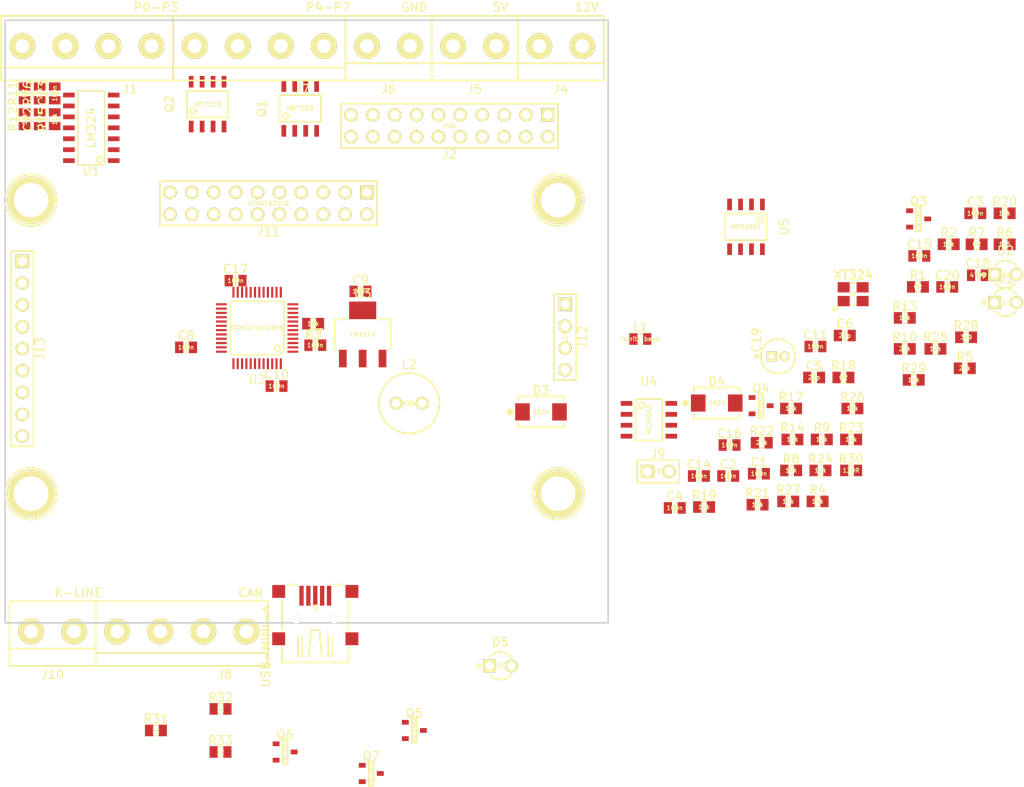
<source format=kicad_pcb>
(kicad_pcb (version 3) (host pcbnew "(2014-06-16 BZR 4947)-product")

  (general
    (links 243)
    (no_connects 243)
    (area 79.899999 49.899999 150.100001 120.100001)
    (thickness 1.6)
    (drawings 7)
    (tracks 0)
    (zones 0)
    (modules 90)
    (nets 75)
  )

  (page A4)
  (layers
    (15 F.Cu signal)
    (0 B.Cu signal)
    (16 B.Adhes user)
    (17 F.Adhes user)
    (18 B.Paste user)
    (19 F.Paste user)
    (20 B.SilkS user)
    (21 F.SilkS user)
    (22 B.Mask user)
    (23 F.Mask user)
    (24 Dwgs.User user)
    (25 Cmts.User user)
    (26 Eco1.User user)
    (27 Eco2.User user)
    (28 Edge.Cuts user)
  )

  (setup
    (last_trace_width 0.254)
    (trace_clearance 0.254)
    (zone_clearance 0.508)
    (zone_45_only no)
    (trace_min 0.254)
    (segment_width 0.2)
    (edge_width 0.1)
    (via_size 0.889)
    (via_drill 0.635)
    (via_min_size 0.889)
    (via_min_drill 0.508)
    (uvia_size 0.508)
    (uvia_drill 0.127)
    (uvias_allowed no)
    (uvia_min_size 0.508)
    (uvia_min_drill 0.127)
    (pcb_text_width 0.3)
    (pcb_text_size 1.5 1.5)
    (mod_edge_width 0.1)
    (mod_text_size 1 1)
    (mod_text_width 0.15)
    (pad_size 3 3)
    (pad_drill 1.6)
    (pad_to_mask_clearance 0)
    (aux_axis_origin 0 0)
    (visible_elements FFFFFF1F)
    (pcbplotparams
      (layerselection 3178497)
      (usegerberextensions true)
      (excludeedgelayer true)
      (linewidth 0.100000)
      (plotframeref false)
      (viasonmask false)
      (mode 1)
      (useauxorigin false)
      (hpglpennumber 1)
      (hpglpenspeed 20)
      (hpglpendiameter 15)
      (hpglpenoverlay 2)
      (psnegative false)
      (psa4output false)
      (plotreference true)
      (plotvalue true)
      (plotinvisibletext false)
      (padsonsilk false)
      (subtractmaskfromsilk false)
      (outputformat 1)
      (mirror false)
      (drillshape 1)
      (scaleselection 1)
      (outputdirectory ""))
  )

  (net 0 "")
  (net 1 GND)
  (net 2 "Net-(C1-Pad2)")
  (net 3 "Net-(C2-Pad1)")
  (net 4 "Net-(C2-Pad2)")
  (net 5 "Net-(C3-Pad2)")
  (net 6 "Net-(C4-Pad1)")
  (net 7 "Net-(C4-Pad2)")
  (net 8 "Net-(C5-Pad2)")
  (net 9 "Net-(C6-Pad2)")
  (net 10 +3V3)
  (net 11 "Net-(C11-Pad2)")
  (net 12 "Net-(C12-Pad2)")
  (net 13 "Net-(C13-Pad1)")
  (net 14 "Net-(C13-Pad2)")
  (net 15 "Net-(C14-Pad2)")
  (net 16 "Net-(C15-Pad1)")
  (net 17 "Net-(C15-Pad2)")
  (net 18 +5V)
  (net 19 "Net-(C18-Pad2)")
  (net 20 "Net-(D3-Pad1)")
  (net 21 "Net-(D4-Pad2)")
  (net 22 /NJTRST)
  (net 23 /TDI)
  (net 24 /TMS)
  (net 25 /TCK)
  (net 26 /TDO)
  (net 27 /NRST)
  (net 28 /USB_DP)
  (net 29 /USB_DM)
  (net 30 /CANH)
  (net 31 "Net-(J9-Pad2)")
  (net 32 /P0)
  (net 33 /P1)
  (net 34 /P2)
  (net 35 /P3)
  (net 36 /P4)
  (net 37 /P5)
  (net 38 /P6)
  (net 39 /P7)
  (net 40 /P8)
  (net 41 /P9)
  (net 42 /P10)
  (net 43 /P11)
  (net 44 /P12)
  (net 45 /P13)
  (net 46 /P14)
  (net 47 /P15)
  (net 48 "Net-(J7-Pad2)")
  (net 49 "Net-(J7-Pad1)")
  (net 50 "Net-(J7-Pad4)")
  (net 51 "Net-(J7-Pad3)")
  (net 52 /TxD)
  (net 53 "Net-(Q3-Pad3)")
  (net 54 "Net-(J10-Pad2)")
  (net 55 /USB_EN)
  (net 56 +12V)
  (net 57 "Net-(R25-Pad1)")
  (net 58 /CANRX)
  (net 59 "Net-(R26-Pad2)")
  (net 60 /RxD)
  (net 61 "Net-(R29-Pad2)")
  (net 62 /CANL)
  (net 63 /CANTX)
  (net 64 "Net-(D1-Pad2)")
  (net 65 "Net-(D2-Pad2)")
  (net 66 "Net-(D5-Pad2)")
  (net 67 /LCD_D/C)
  (net 68 /LCD_LED)
  (net 69 "Net-(Q5-Pad1)")
  (net 70 "Net-(Q5-Pad3)")
  (net 71 "Net-(Q6-Pad1)")
  (net 72 "Net-(Q6-Pad3)")
  (net 73 "Net-(Q7-Pad1)")
  (net 74 "Net-(Q7-Pad3)")

  (net_class Default "This is the default net class."
    (clearance 0.254)
    (trace_width 0.254)
    (via_dia 0.889)
    (via_drill 0.635)
    (uvia_dia 0.508)
    (uvia_drill 0.127)
    (add_net +12V)
    (add_net +3V3)
    (add_net +5V)
    (add_net /CANH)
    (add_net /CANL)
    (add_net /CANRX)
    (add_net /CANTX)
    (add_net /LCD_D/C)
    (add_net /LCD_LED)
    (add_net /NJTRST)
    (add_net /NRST)
    (add_net /P0)
    (add_net /P1)
    (add_net /P10)
    (add_net /P11)
    (add_net /P12)
    (add_net /P13)
    (add_net /P14)
    (add_net /P15)
    (add_net /P2)
    (add_net /P3)
    (add_net /P4)
    (add_net /P5)
    (add_net /P6)
    (add_net /P7)
    (add_net /P8)
    (add_net /P9)
    (add_net /RxD)
    (add_net /TCK)
    (add_net /TDI)
    (add_net /TDO)
    (add_net /TMS)
    (add_net /TxD)
    (add_net /USB_DM)
    (add_net /USB_DP)
    (add_net /USB_EN)
    (add_net GND)
    (add_net "Net-(C1-Pad2)")
    (add_net "Net-(C11-Pad2)")
    (add_net "Net-(C12-Pad2)")
    (add_net "Net-(C13-Pad1)")
    (add_net "Net-(C13-Pad2)")
    (add_net "Net-(C14-Pad2)")
    (add_net "Net-(C15-Pad1)")
    (add_net "Net-(C15-Pad2)")
    (add_net "Net-(C18-Pad2)")
    (add_net "Net-(C2-Pad1)")
    (add_net "Net-(C2-Pad2)")
    (add_net "Net-(C3-Pad2)")
    (add_net "Net-(C4-Pad1)")
    (add_net "Net-(C4-Pad2)")
    (add_net "Net-(C5-Pad2)")
    (add_net "Net-(C6-Pad2)")
    (add_net "Net-(D1-Pad2)")
    (add_net "Net-(D2-Pad2)")
    (add_net "Net-(D3-Pad1)")
    (add_net "Net-(D4-Pad2)")
    (add_net "Net-(D5-Pad2)")
    (add_net "Net-(J10-Pad2)")
    (add_net "Net-(J2-Pad17)")
    (add_net "Net-(J7-Pad1)")
    (add_net "Net-(J7-Pad2)")
    (add_net "Net-(J7-Pad3)")
    (add_net "Net-(J7-Pad4)")
    (add_net "Net-(J9-Pad2)")
    (add_net "Net-(Q3-Pad3)")
    (add_net "Net-(Q5-Pad1)")
    (add_net "Net-(Q5-Pad3)")
    (add_net "Net-(Q6-Pad1)")
    (add_net "Net-(Q6-Pad3)")
    (add_net "Net-(Q7-Pad1)")
    (add_net "Net-(Q7-Pad3)")
    (add_net "Net-(R25-Pad1)")
    (add_net "Net-(R26-Pad2)")
    (add_net "Net-(R29-Pad2)")
  )

  (module z_newlib:C0805 placed (layer F.Cu) (tedit 50956B7A) (tstamp 53A28C78)
    (at 167.499412 102.678061)
    (path /53A0C9F7)
    (fp_text reference C1 (at 0 -1.34874) (layer F.SilkS)
      (effects (font (size 1.00076 1.00076) (thickness 0.14986)))
    )
    (fp_text value 100n (at 0 0) (layer F.SilkS)
      (effects (font (size 0.50038 0.50038) (thickness 0.09906)))
    )
    (fp_line (start 0 -0.59944) (end 0 0.59944) (layer F.SilkS) (width 0.14986))
    (fp_line (start 1.30048 -0.7493) (end 1.30048 0.7493) (layer Cmts.User) (width 0.14986))
    (fp_line (start 1.30048 0.7493) (end -1.30048 0.7493) (layer Cmts.User) (width 0.14986))
    (fp_line (start -1.30048 0.7493) (end -1.30048 -0.7493) (layer Cmts.User) (width 0.14986))
    (fp_line (start -1.30048 -0.7493) (end 1.30048 -0.7493) (layer Cmts.User) (width 0.14986))
    (pad 1 smd rect (at -0.8001 0) (size 0.94996 1.34874) (layers F.Cu F.Paste F.Mask)
      (net 1 GND))
    (pad 2 smd rect (at 0.8001 0) (size 0.94996 1.34874) (layers F.Cu F.Paste F.Mask)
      (net 2 "Net-(C1-Pad2)"))
  )

  (module z_newlib:C0805 placed (layer F.Cu) (tedit 50956B7A) (tstamp 53A28C6C)
    (at 163.939412 102.948061)
    (path /53A0CE38)
    (fp_text reference C2 (at 0 -1.34874) (layer F.SilkS)
      (effects (font (size 1.00076 1.00076) (thickness 0.14986)))
    )
    (fp_text value 100n (at 0 0) (layer F.SilkS)
      (effects (font (size 0.50038 0.50038) (thickness 0.09906)))
    )
    (fp_line (start 0 -0.59944) (end 0 0.59944) (layer F.SilkS) (width 0.14986))
    (fp_line (start 1.30048 -0.7493) (end 1.30048 0.7493) (layer Cmts.User) (width 0.14986))
    (fp_line (start 1.30048 0.7493) (end -1.30048 0.7493) (layer Cmts.User) (width 0.14986))
    (fp_line (start -1.30048 0.7493) (end -1.30048 -0.7493) (layer Cmts.User) (width 0.14986))
    (fp_line (start -1.30048 -0.7493) (end 1.30048 -0.7493) (layer Cmts.User) (width 0.14986))
    (pad 1 smd rect (at -0.8001 0) (size 0.94996 1.34874) (layers F.Cu F.Paste F.Mask)
      (net 3 "Net-(C2-Pad1)"))
    (pad 2 smd rect (at 0.8001 0) (size 0.94996 1.34874) (layers F.Cu F.Paste F.Mask)
      (net 4 "Net-(C2-Pad2)"))
  )

  (module z_newlib:C0805 placed (layer F.Cu) (tedit 50956B7A) (tstamp 53A29105)
    (at 192.619412 72.428061)
    (path /53A0D6DD)
    (fp_text reference C3 (at 0 -1.34874) (layer F.SilkS)
      (effects (font (size 1.00076 1.00076) (thickness 0.14986)))
    )
    (fp_text value 100n (at 0 0) (layer F.SilkS)
      (effects (font (size 0.50038 0.50038) (thickness 0.09906)))
    )
    (fp_line (start 0 -0.59944) (end 0 0.59944) (layer F.SilkS) (width 0.14986))
    (fp_line (start 1.30048 -0.7493) (end 1.30048 0.7493) (layer Cmts.User) (width 0.14986))
    (fp_line (start 1.30048 0.7493) (end -1.30048 0.7493) (layer Cmts.User) (width 0.14986))
    (fp_line (start -1.30048 0.7493) (end -1.30048 -0.7493) (layer Cmts.User) (width 0.14986))
    (fp_line (start -1.30048 -0.7493) (end 1.30048 -0.7493) (layer Cmts.User) (width 0.14986))
    (pad 1 smd rect (at -0.8001 0) (size 0.94996 1.34874) (layers F.Cu F.Paste F.Mask)
      (net 1 GND))
    (pad 2 smd rect (at 0.8001 0) (size 0.94996 1.34874) (layers F.Cu F.Paste F.Mask)
      (net 5 "Net-(C3-Pad2)"))
  )

  (module z_newlib:C0805 placed (layer F.Cu) (tedit 50956B7A) (tstamp 53A28F61)
    (at 157.729412 106.648061)
    (path /53A0D6EF)
    (fp_text reference C4 (at 0 -1.34874) (layer F.SilkS)
      (effects (font (size 1.00076 1.00076) (thickness 0.14986)))
    )
    (fp_text value 100n (at 0 0) (layer F.SilkS)
      (effects (font (size 0.50038 0.50038) (thickness 0.09906)))
    )
    (fp_line (start 0 -0.59944) (end 0 0.59944) (layer F.SilkS) (width 0.14986))
    (fp_line (start 1.30048 -0.7493) (end 1.30048 0.7493) (layer Cmts.User) (width 0.14986))
    (fp_line (start 1.30048 0.7493) (end -1.30048 0.7493) (layer Cmts.User) (width 0.14986))
    (fp_line (start -1.30048 0.7493) (end -1.30048 -0.7493) (layer Cmts.User) (width 0.14986))
    (fp_line (start -1.30048 -0.7493) (end 1.30048 -0.7493) (layer Cmts.User) (width 0.14986))
    (pad 1 smd rect (at -0.8001 0) (size 0.94996 1.34874) (layers F.Cu F.Paste F.Mask)
      (net 6 "Net-(C4-Pad1)"))
    (pad 2 smd rect (at 0.8001 0) (size 0.94996 1.34874) (layers F.Cu F.Paste F.Mask)
      (net 7 "Net-(C4-Pad2)"))
  )

  (module z_newlib:C0805 placed (layer F.Cu) (tedit 50956B7A) (tstamp 53A290A5)
    (at 173.909412 91.498061)
    (path /50CF8864)
    (fp_text reference C5 (at 0 -1.34874) (layer F.SilkS)
      (effects (font (size 1.00076 1.00076) (thickness 0.14986)))
    )
    (fp_text value 22p (at 0 0) (layer F.SilkS)
      (effects (font (size 0.50038 0.50038) (thickness 0.09906)))
    )
    (fp_line (start 0 -0.59944) (end 0 0.59944) (layer F.SilkS) (width 0.14986))
    (fp_line (start 1.30048 -0.7493) (end 1.30048 0.7493) (layer Cmts.User) (width 0.14986))
    (fp_line (start 1.30048 0.7493) (end -1.30048 0.7493) (layer Cmts.User) (width 0.14986))
    (fp_line (start -1.30048 0.7493) (end -1.30048 -0.7493) (layer Cmts.User) (width 0.14986))
    (fp_line (start -1.30048 -0.7493) (end 1.30048 -0.7493) (layer Cmts.User) (width 0.14986))
    (pad 1 smd rect (at -0.8001 0) (size 0.94996 1.34874) (layers F.Cu F.Paste F.Mask)
      (net 1 GND))
    (pad 2 smd rect (at 0.8001 0) (size 0.94996 1.34874) (layers F.Cu F.Paste F.Mask)
      (net 8 "Net-(C5-Pad2)"))
  )

  (module z_newlib:C0805 placed (layer F.Cu) (tedit 50956B7A) (tstamp 53A290B1)
    (at 177.469412 86.628061)
    (path /50CF886F)
    (fp_text reference C6 (at 0 -1.34874) (layer F.SilkS)
      (effects (font (size 1.00076 1.00076) (thickness 0.14986)))
    )
    (fp_text value 22p (at 0 0) (layer F.SilkS)
      (effects (font (size 0.50038 0.50038) (thickness 0.09906)))
    )
    (fp_line (start 0 -0.59944) (end 0 0.59944) (layer F.SilkS) (width 0.14986))
    (fp_line (start 1.30048 -0.7493) (end 1.30048 0.7493) (layer Cmts.User) (width 0.14986))
    (fp_line (start 1.30048 0.7493) (end -1.30048 0.7493) (layer Cmts.User) (width 0.14986))
    (fp_line (start -1.30048 0.7493) (end -1.30048 -0.7493) (layer Cmts.User) (width 0.14986))
    (fp_line (start -1.30048 -0.7493) (end 1.30048 -0.7493) (layer Cmts.User) (width 0.14986))
    (pad 1 smd rect (at -0.8001 0) (size 0.94996 1.34874) (layers F.Cu F.Paste F.Mask)
      (net 1 GND))
    (pad 2 smd rect (at 0.8001 0) (size 0.94996 1.34874) (layers F.Cu F.Paste F.Mask)
      (net 9 "Net-(C6-Pad2)"))
  )

  (module z_newlib:C0805 placed (layer F.Cu) (tedit 50956B7A) (tstamp 53DA1BB1)
    (at 116 87.75)
    (path /50CF80D8)
    (fp_text reference C7 (at 0 -1.34874) (layer F.SilkS)
      (effects (font (size 1.00076 1.00076) (thickness 0.14986)))
    )
    (fp_text value 100n (at 0 0) (layer F.SilkS)
      (effects (font (size 0.50038 0.50038) (thickness 0.09906)))
    )
    (fp_line (start 0 -0.59944) (end 0 0.59944) (layer F.SilkS) (width 0.14986))
    (fp_line (start 1.30048 -0.7493) (end 1.30048 0.7493) (layer Cmts.User) (width 0.14986))
    (fp_line (start 1.30048 0.7493) (end -1.30048 0.7493) (layer Cmts.User) (width 0.14986))
    (fp_line (start -1.30048 0.7493) (end -1.30048 -0.7493) (layer Cmts.User) (width 0.14986))
    (fp_line (start -1.30048 -0.7493) (end 1.30048 -0.7493) (layer Cmts.User) (width 0.14986))
    (pad 1 smd rect (at -0.8001 0) (size 0.94996 1.34874) (layers F.Cu F.Paste F.Mask)
      (net 1 GND))
    (pad 2 smd rect (at 0.8001 0) (size 0.94996 1.34874) (layers F.Cu F.Paste F.Mask)
      (net 10 +3V3))
  )

  (module z_newlib:C0805 placed (layer F.Cu) (tedit 50956B7A) (tstamp 53DA1BBD)
    (at 101 88)
    (path /50CF80DE)
    (fp_text reference C8 (at 0 -1.34874) (layer F.SilkS)
      (effects (font (size 1.00076 1.00076) (thickness 0.14986)))
    )
    (fp_text value 100n (at 0 0) (layer F.SilkS)
      (effects (font (size 0.50038 0.50038) (thickness 0.09906)))
    )
    (fp_line (start 0 -0.59944) (end 0 0.59944) (layer F.SilkS) (width 0.14986))
    (fp_line (start 1.30048 -0.7493) (end 1.30048 0.7493) (layer Cmts.User) (width 0.14986))
    (fp_line (start 1.30048 0.7493) (end -1.30048 0.7493) (layer Cmts.User) (width 0.14986))
    (fp_line (start -1.30048 0.7493) (end -1.30048 -0.7493) (layer Cmts.User) (width 0.14986))
    (fp_line (start -1.30048 -0.7493) (end 1.30048 -0.7493) (layer Cmts.User) (width 0.14986))
    (pad 1 smd rect (at -0.8001 0) (size 0.94996 1.34874) (layers F.Cu F.Paste F.Mask)
      (net 1 GND))
    (pad 2 smd rect (at 0.8001 0) (size 0.94996 1.34874) (layers F.Cu F.Paste F.Mask)
      (net 10 +3V3))
  )

  (module z_newlib:C0805 placed (layer F.Cu) (tedit 50956B7A) (tstamp 53DA1B99)
    (at 121.25 81.5)
    (path /50CF80E4)
    (fp_text reference C9 (at 0 -1.34874) (layer F.SilkS)
      (effects (font (size 1.00076 1.00076) (thickness 0.14986)))
    )
    (fp_text value 100n (at 0 0) (layer F.SilkS)
      (effects (font (size 0.50038 0.50038) (thickness 0.09906)))
    )
    (fp_line (start 0 -0.59944) (end 0 0.59944) (layer F.SilkS) (width 0.14986))
    (fp_line (start 1.30048 -0.7493) (end 1.30048 0.7493) (layer Cmts.User) (width 0.14986))
    (fp_line (start 1.30048 0.7493) (end -1.30048 0.7493) (layer Cmts.User) (width 0.14986))
    (fp_line (start -1.30048 0.7493) (end -1.30048 -0.7493) (layer Cmts.User) (width 0.14986))
    (fp_line (start -1.30048 -0.7493) (end 1.30048 -0.7493) (layer Cmts.User) (width 0.14986))
    (pad 1 smd rect (at -0.8001 0) (size 0.94996 1.34874) (layers F.Cu F.Paste F.Mask)
      (net 1 GND))
    (pad 2 smd rect (at 0.8001 0) (size 0.94996 1.34874) (layers F.Cu F.Paste F.Mask)
      (net 10 +3V3))
  )

  (module z_newlib:C0805 placed (layer F.Cu) (tedit 50956B7A) (tstamp 53DA1BC9)
    (at 111.5 92.5)
    (path /50F70D11)
    (fp_text reference C10 (at 0 -1.34874) (layer F.SilkS)
      (effects (font (size 1.00076 1.00076) (thickness 0.14986)))
    )
    (fp_text value 100n (at 0 0) (layer F.SilkS)
      (effects (font (size 0.50038 0.50038) (thickness 0.09906)))
    )
    (fp_line (start 0 -0.59944) (end 0 0.59944) (layer F.SilkS) (width 0.14986))
    (fp_line (start 1.30048 -0.7493) (end 1.30048 0.7493) (layer Cmts.User) (width 0.14986))
    (fp_line (start 1.30048 0.7493) (end -1.30048 0.7493) (layer Cmts.User) (width 0.14986))
    (fp_line (start -1.30048 0.7493) (end -1.30048 -0.7493) (layer Cmts.User) (width 0.14986))
    (fp_line (start -1.30048 -0.7493) (end 1.30048 -0.7493) (layer Cmts.User) (width 0.14986))
    (pad 1 smd rect (at -0.8001 0) (size 0.94996 1.34874) (layers F.Cu F.Paste F.Mask)
      (net 1 GND))
    (pad 2 smd rect (at 0.8001 0) (size 0.94996 1.34874) (layers F.Cu F.Paste F.Mask)
      (net 10 +3V3))
  )

  (module z_newlib:C0805 placed (layer F.Cu) (tedit 50956B7A) (tstamp 53A2908E)
    (at 174.062416 87.898061)
    (path /50CF80EA)
    (fp_text reference C11 (at 0 -1.34874) (layer F.SilkS)
      (effects (font (size 1.00076 1.00076) (thickness 0.14986)))
    )
    (fp_text value 100n (at 0 0) (layer F.SilkS)
      (effects (font (size 0.50038 0.50038) (thickness 0.09906)))
    )
    (fp_line (start 0 -0.59944) (end 0 0.59944) (layer F.SilkS) (width 0.14986))
    (fp_line (start 1.30048 -0.7493) (end 1.30048 0.7493) (layer Cmts.User) (width 0.14986))
    (fp_line (start 1.30048 0.7493) (end -1.30048 0.7493) (layer Cmts.User) (width 0.14986))
    (fp_line (start -1.30048 0.7493) (end -1.30048 -0.7493) (layer Cmts.User) (width 0.14986))
    (fp_line (start -1.30048 -0.7493) (end 1.30048 -0.7493) (layer Cmts.User) (width 0.14986))
    (pad 1 smd rect (at -0.8001 0) (size 0.94996 1.34874) (layers F.Cu F.Paste F.Mask)
      (net 1 GND))
    (pad 2 smd rect (at 0.8001 0) (size 0.94996 1.34874) (layers F.Cu F.Paste F.Mask)
      (net 11 "Net-(C11-Pad2)"))
  )

  (module z_newlib:C0805 placed (layer F.Cu) (tedit 50956B7A) (tstamp 53A28D9B)
    (at 84 61.5 90)
    (path /53A0D742)
    (fp_text reference C12 (at 0 -1.34874 90) (layer F.SilkS)
      (effects (font (size 1.00076 1.00076) (thickness 0.14986)))
    )
    (fp_text value 100n (at 0 0 90) (layer F.SilkS)
      (effects (font (size 0.50038 0.50038) (thickness 0.09906)))
    )
    (fp_line (start 0 -0.59944) (end 0 0.59944) (layer F.SilkS) (width 0.14986))
    (fp_line (start 1.30048 -0.7493) (end 1.30048 0.7493) (layer Cmts.User) (width 0.14986))
    (fp_line (start 1.30048 0.7493) (end -1.30048 0.7493) (layer Cmts.User) (width 0.14986))
    (fp_line (start -1.30048 0.7493) (end -1.30048 -0.7493) (layer Cmts.User) (width 0.14986))
    (fp_line (start -1.30048 -0.7493) (end 1.30048 -0.7493) (layer Cmts.User) (width 0.14986))
    (pad 1 smd rect (at -0.8001 0 90) (size 0.94996 1.34874) (layers F.Cu F.Paste F.Mask)
      (net 1 GND))
    (pad 2 smd rect (at 0.8001 0 90) (size 0.94996 1.34874) (layers F.Cu F.Paste F.Mask)
      (net 12 "Net-(C12-Pad2)"))
  )

  (module z_newlib:C0805 placed (layer F.Cu) (tedit 50956B7A) (tstamp 53A28D8F)
    (at 85.75 58.5 90)
    (path /53A0D754)
    (fp_text reference C13 (at 0 -1.34874 90) (layer F.SilkS)
      (effects (font (size 1.00076 1.00076) (thickness 0.14986)))
    )
    (fp_text value 100n (at 0 0 90) (layer F.SilkS)
      (effects (font (size 0.50038 0.50038) (thickness 0.09906)))
    )
    (fp_line (start 0 -0.59944) (end 0 0.59944) (layer F.SilkS) (width 0.14986))
    (fp_line (start 1.30048 -0.7493) (end 1.30048 0.7493) (layer Cmts.User) (width 0.14986))
    (fp_line (start 1.30048 0.7493) (end -1.30048 0.7493) (layer Cmts.User) (width 0.14986))
    (fp_line (start -1.30048 0.7493) (end -1.30048 -0.7493) (layer Cmts.User) (width 0.14986))
    (fp_line (start -1.30048 -0.7493) (end 1.30048 -0.7493) (layer Cmts.User) (width 0.14986))
    (pad 1 smd rect (at -0.8001 0 90) (size 0.94996 1.34874) (layers F.Cu F.Paste F.Mask)
      (net 13 "Net-(C13-Pad1)"))
    (pad 2 smd rect (at 0.8001 0 90) (size 0.94996 1.34874) (layers F.Cu F.Paste F.Mask)
      (net 14 "Net-(C13-Pad2)"))
  )

  (module z_newlib:C0805 placed (layer F.Cu) (tedit 50956B7A) (tstamp 53A28C60)
    (at 160.532416 102.948061)
    (path /53A0D78A)
    (fp_text reference C14 (at 0 -1.34874) (layer F.SilkS)
      (effects (font (size 1.00076 1.00076) (thickness 0.14986)))
    )
    (fp_text value 100n (at 0 0) (layer F.SilkS)
      (effects (font (size 0.50038 0.50038) (thickness 0.09906)))
    )
    (fp_line (start 0 -0.59944) (end 0 0.59944) (layer F.SilkS) (width 0.14986))
    (fp_line (start 1.30048 -0.7493) (end 1.30048 0.7493) (layer Cmts.User) (width 0.14986))
    (fp_line (start 1.30048 0.7493) (end -1.30048 0.7493) (layer Cmts.User) (width 0.14986))
    (fp_line (start -1.30048 0.7493) (end -1.30048 -0.7493) (layer Cmts.User) (width 0.14986))
    (fp_line (start -1.30048 -0.7493) (end 1.30048 -0.7493) (layer Cmts.User) (width 0.14986))
    (pad 1 smd rect (at -0.8001 0) (size 0.94996 1.34874) (layers F.Cu F.Paste F.Mask)
      (net 1 GND))
    (pad 2 smd rect (at 0.8001 0) (size 0.94996 1.34874) (layers F.Cu F.Paste F.Mask)
      (net 15 "Net-(C14-Pad2)"))
  )

  (module z_newlib:C0805 placed (layer F.Cu) (tedit 50956B7A) (tstamp 53A28FDB)
    (at 186.122416 77.378061)
    (path /53A0D79C)
    (fp_text reference C15 (at 0 -1.34874) (layer F.SilkS)
      (effects (font (size 1.00076 1.00076) (thickness 0.14986)))
    )
    (fp_text value 100n (at 0 0) (layer F.SilkS)
      (effects (font (size 0.50038 0.50038) (thickness 0.09906)))
    )
    (fp_line (start 0 -0.59944) (end 0 0.59944) (layer F.SilkS) (width 0.14986))
    (fp_line (start 1.30048 -0.7493) (end 1.30048 0.7493) (layer Cmts.User) (width 0.14986))
    (fp_line (start 1.30048 0.7493) (end -1.30048 0.7493) (layer Cmts.User) (width 0.14986))
    (fp_line (start -1.30048 0.7493) (end -1.30048 -0.7493) (layer Cmts.User) (width 0.14986))
    (fp_line (start -1.30048 -0.7493) (end 1.30048 -0.7493) (layer Cmts.User) (width 0.14986))
    (pad 1 smd rect (at -0.8001 0) (size 0.94996 1.34874) (layers F.Cu F.Paste F.Mask)
      (net 16 "Net-(C15-Pad1)"))
    (pad 2 smd rect (at 0.8001 0) (size 0.94996 1.34874) (layers F.Cu F.Paste F.Mask)
      (net 17 "Net-(C15-Pad2)"))
  )

  (module z_newlib:C0805 placed (layer F.Cu) (tedit 50956B7A) (tstamp 53A28BB7)
    (at 164.092416 99.348061)
    (path /50F47816)
    (fp_text reference C16 (at 0 -1.34874) (layer F.SilkS)
      (effects (font (size 1.00076 1.00076) (thickness 0.14986)))
    )
    (fp_text value 100n (at 0 0) (layer F.SilkS)
      (effects (font (size 0.50038 0.50038) (thickness 0.09906)))
    )
    (fp_line (start 0 -0.59944) (end 0 0.59944) (layer F.SilkS) (width 0.14986))
    (fp_line (start 1.30048 -0.7493) (end 1.30048 0.7493) (layer Cmts.User) (width 0.14986))
    (fp_line (start 1.30048 0.7493) (end -1.30048 0.7493) (layer Cmts.User) (width 0.14986))
    (fp_line (start -1.30048 0.7493) (end -1.30048 -0.7493) (layer Cmts.User) (width 0.14986))
    (fp_line (start -1.30048 -0.7493) (end 1.30048 -0.7493) (layer Cmts.User) (width 0.14986))
    (pad 1 smd rect (at -0.8001 0) (size 0.94996 1.34874) (layers F.Cu F.Paste F.Mask)
      (net 1 GND))
    (pad 2 smd rect (at 0.8001 0) (size 0.94996 1.34874) (layers F.Cu F.Paste F.Mask)
      (net 18 +5V))
  )

  (module z_newlib:C0805 placed (layer F.Cu) (tedit 50956B7A) (tstamp 53DA1BA5)
    (at 106.75 80.25)
    (path /50F47BF7)
    (fp_text reference C17 (at 0 -1.34874) (layer F.SilkS)
      (effects (font (size 1.00076 1.00076) (thickness 0.14986)))
    )
    (fp_text value 100n (at 0 0) (layer F.SilkS)
      (effects (font (size 0.50038 0.50038) (thickness 0.09906)))
    )
    (fp_line (start 0 -0.59944) (end 0 0.59944) (layer F.SilkS) (width 0.14986))
    (fp_line (start 1.30048 -0.7493) (end 1.30048 0.7493) (layer Cmts.User) (width 0.14986))
    (fp_line (start 1.30048 0.7493) (end -1.30048 0.7493) (layer Cmts.User) (width 0.14986))
    (fp_line (start -1.30048 0.7493) (end -1.30048 -0.7493) (layer Cmts.User) (width 0.14986))
    (fp_line (start -1.30048 -0.7493) (end 1.30048 -0.7493) (layer Cmts.User) (width 0.14986))
    (pad 1 smd rect (at -0.8001 0) (size 0.94996 1.34874) (layers F.Cu F.Paste F.Mask)
      (net 1 GND))
    (pad 2 smd rect (at 0.8001 0) (size 0.94996 1.34874) (layers F.Cu F.Paste F.Mask)
      (net 10 +3V3))
  )

  (module z_newlib:C0805 placed (layer F.Cu) (tedit 50956B7A) (tstamp 53A290F9)
    (at 192.922416 79.628061)
    (path /50D4E635)
    (fp_text reference C18 (at 0 -1.34874) (layer F.SilkS)
      (effects (font (size 1.00076 1.00076) (thickness 0.14986)))
    )
    (fp_text value 470p (at 0 0) (layer F.SilkS)
      (effects (font (size 0.50038 0.50038) (thickness 0.09906)))
    )
    (fp_line (start 0 -0.59944) (end 0 0.59944) (layer F.SilkS) (width 0.14986))
    (fp_line (start 1.30048 -0.7493) (end 1.30048 0.7493) (layer Cmts.User) (width 0.14986))
    (fp_line (start 1.30048 0.7493) (end -1.30048 0.7493) (layer Cmts.User) (width 0.14986))
    (fp_line (start -1.30048 0.7493) (end -1.30048 -0.7493) (layer Cmts.User) (width 0.14986))
    (fp_line (start -1.30048 -0.7493) (end 1.30048 -0.7493) (layer Cmts.User) (width 0.14986))
    (pad 1 smd rect (at -0.8001 0) (size 0.94996 1.34874) (layers F.Cu F.Paste F.Mask)
      (net 1 GND))
    (pad 2 smd rect (at 0.8001 0) (size 0.94996 1.34874) (layers F.Cu F.Paste F.Mask)
      (net 19 "Net-(C18-Pad2)"))
  )

  (module z_newlib:CAPPR_P15D40 placed (layer F.Cu) (tedit 50C79B3F) (tstamp 53A29099)
    (at 169.728683 89.052334)
    (path /50D4E641)
    (fp_text reference C19 (at -2.49936 -1.89992 90) (layer F.SilkS)
      (effects (font (size 1.00076 1.00076) (thickness 0.14986)))
    )
    (fp_text value 470u (at 0 0) (layer F.SilkS)
      (effects (font (size 0.50038 0.50038) (thickness 0.09906)))
    )
    (fp_circle (center -2.49936 0) (end -2.4003 0) (layer Cmts.User) (width 0.20066))
    (fp_circle (center 0 0) (end 2.19964 0) (layer Cmts.User) (width 0.20066))
    (fp_circle (center -2.49936 0) (end -2.4003 0) (layer F.SilkS) (width 0.20066))
    (fp_circle (center 0 0) (end 1.99898 0) (layer F.SilkS) (width 0.20066))
    (pad 1 thru_hole rect (at -0.7493 0) (size 1.15062 1.15062) (drill 0.70104) (layers *.Cu *.Mask F.SilkS)
      (net 18 +5V))
    (pad 2 thru_hole circle (at 0.7493 0) (size 1.15062 1.15062) (drill 0.70104) (layers *.Cu *.Mask F.SilkS)
      (net 1 GND))
  )

  (module z_newlib:C0805 placed (layer F.Cu) (tedit 50956B7A) (tstamp 53A28FCF)
    (at 189.362416 80.978061)
    (path /50D4E647)
    (fp_text reference C20 (at 0 -1.34874) (layer F.SilkS)
      (effects (font (size 1.00076 1.00076) (thickness 0.14986)))
    )
    (fp_text value 100n (at 0 0) (layer F.SilkS)
      (effects (font (size 0.50038 0.50038) (thickness 0.09906)))
    )
    (fp_line (start 0 -0.59944) (end 0 0.59944) (layer F.SilkS) (width 0.14986))
    (fp_line (start 1.30048 -0.7493) (end 1.30048 0.7493) (layer Cmts.User) (width 0.14986))
    (fp_line (start 1.30048 0.7493) (end -1.30048 0.7493) (layer Cmts.User) (width 0.14986))
    (fp_line (start -1.30048 0.7493) (end -1.30048 -0.7493) (layer Cmts.User) (width 0.14986))
    (fp_line (start -1.30048 -0.7493) (end 1.30048 -0.7493) (layer Cmts.User) (width 0.14986))
    (pad 1 smd rect (at -0.8001 0) (size 0.94996 1.34874) (layers F.Cu F.Paste F.Mask)
      (net 18 +5V))
    (pad 2 smd rect (at 0.8001 0) (size 0.94996 1.34874) (layers F.Cu F.Paste F.Mask)
      (net 1 GND))
  )

  (module z_newlib:SMB placed (layer F.Cu) (tedit 509C0A5A) (tstamp 53A28F81)
    (at 142.2 95.5)
    (path /50F5B43A)
    (fp_text reference D3 (at 0 -2.49936) (layer F.SilkS)
      (effects (font (size 1.00076 1.00076) (thickness 0.14986)))
    )
    (fp_text value SS24 (at 0 0) (layer F.SilkS)
      (effects (font (size 0.50038 0.50038) (thickness 0.09906)))
    )
    (fp_circle (center -3.60172 0) (end -3.40106 0) (layer F.SilkS) (width 0.39878))
    (fp_line (start -2.64922 1.30048) (end -2.64922 1.80086) (layer F.SilkS) (width 0.20066))
    (fp_line (start -2.64922 1.80086) (end 2.64922 1.80086) (layer F.SilkS) (width 0.20066))
    (fp_line (start 2.64922 1.80086) (end 2.64922 1.30048) (layer F.SilkS) (width 0.20066))
    (fp_line (start 2.64922 -1.30048) (end 2.64922 -1.80086) (layer F.SilkS) (width 0.20066))
    (fp_line (start 2.64922 -1.80086) (end -2.64922 -1.80086) (layer F.SilkS) (width 0.20066))
    (fp_line (start -2.64922 -1.80086) (end -2.64922 -1.30048) (layer F.SilkS) (width 0.20066))
    (fp_circle (center -3.70078 0) (end -3.50012 0) (layer Cmts.User) (width 0.39878))
    (fp_line (start 3.0988 -1.99898) (end -3.0988 -1.99898) (layer Cmts.User) (width 0.20066))
    (fp_line (start -3.0988 -1.99898) (end -3.0988 1.99898) (layer Cmts.User) (width 0.20066))
    (fp_line (start -3.0988 1.99898) (end 3.0988 1.99898) (layer Cmts.User) (width 0.20066))
    (fp_line (start 3.0988 1.99898) (end 3.0988 -1.99898) (layer Cmts.User) (width 0.20066))
    (pad 1 smd rect (at -2.14884 0) (size 1.69926 1.99898) (layers F.Cu F.Paste F.Mask)
      (net 20 "Net-(D3-Pad1)"))
    (pad 2 smd rect (at 2.14884 0) (size 1.69926 1.99898) (layers F.Cu F.Paste F.Mask)
      (net 18 +5V))
  )

  (module z_newlib:SMB placed (layer F.Cu) (tedit 509C0A5A) (tstamp 53A28BAB)
    (at 162.604832 94.468681)
    (path /50D4E64D)
    (fp_text reference D4 (at 0 -2.49936) (layer F.SilkS)
      (effects (font (size 1.00076 1.00076) (thickness 0.14986)))
    )
    (fp_text value SS24 (at 0 0) (layer F.SilkS)
      (effects (font (size 0.50038 0.50038) (thickness 0.09906)))
    )
    (fp_circle (center -3.60172 0) (end -3.40106 0) (layer F.SilkS) (width 0.39878))
    (fp_line (start -2.64922 1.30048) (end -2.64922 1.80086) (layer F.SilkS) (width 0.20066))
    (fp_line (start -2.64922 1.80086) (end 2.64922 1.80086) (layer F.SilkS) (width 0.20066))
    (fp_line (start 2.64922 1.80086) (end 2.64922 1.30048) (layer F.SilkS) (width 0.20066))
    (fp_line (start 2.64922 -1.30048) (end 2.64922 -1.80086) (layer F.SilkS) (width 0.20066))
    (fp_line (start 2.64922 -1.80086) (end -2.64922 -1.80086) (layer F.SilkS) (width 0.20066))
    (fp_line (start -2.64922 -1.80086) (end -2.64922 -1.30048) (layer F.SilkS) (width 0.20066))
    (fp_circle (center -3.70078 0) (end -3.50012 0) (layer Cmts.User) (width 0.39878))
    (fp_line (start 3.0988 -1.99898) (end -3.0988 -1.99898) (layer Cmts.User) (width 0.20066))
    (fp_line (start -3.0988 -1.99898) (end -3.0988 1.99898) (layer Cmts.User) (width 0.20066))
    (fp_line (start -3.0988 1.99898) (end 3.0988 1.99898) (layer Cmts.User) (width 0.20066))
    (fp_line (start 3.0988 1.99898) (end 3.0988 -1.99898) (layer Cmts.User) (width 0.20066))
    (pad 1 smd rect (at -2.14884 0) (size 1.69926 1.99898) (layers F.Cu F.Paste F.Mask)
      (net 1 GND))
    (pad 2 smd rect (at 2.14884 0) (size 1.69926 1.99898) (layers F.Cu F.Paste F.Mask)
      (net 21 "Net-(D4-Pad2)"))
  )

  (module z_pinHeaders:HEADER2x10V placed (layer F.Cu) (tedit 50B9F786) (tstamp 53DA1D83)
    (at 143 61 180)
    (path /50D26186)
    (fp_text reference J2 (at 11.43 -4.572 180) (layer F.SilkS)
      (effects (font (size 1.00076 1.00076) (thickness 0.14986)))
    )
    (fp_text value JTAG (at 11.43 -1.27 180) (layer F.SilkS)
      (effects (font (size 0.50038 0.50038) (thickness 0.09906)))
    )
    (fp_line (start -1.37922 1.39954) (end 24.23922 1.39954) (layer Eco1.User) (width 0.09906))
    (fp_line (start 24.23922 1.39954) (end 24.23922 -3.93954) (layer Eco1.User) (width 0.09906))
    (fp_line (start 24.23922 -3.93954) (end -1.37922 -3.93954) (layer Eco1.User) (width 0.09906))
    (fp_line (start -1.37922 -3.93954) (end -1.37922 1.39954) (layer Eco1.User) (width 0.09906))
    (fp_line (start -1.17348 1.29794) (end 24.03348 1.29794) (layer F.SilkS) (width 0.19812))
    (fp_line (start 24.03348 1.29794) (end 24.03348 -3.83794) (layer F.SilkS) (width 0.19812))
    (fp_line (start 24.03348 -3.83794) (end -1.17348 -3.83794) (layer F.SilkS) (width 0.19812))
    (fp_line (start -1.17348 -3.83794) (end -1.17348 1.29794) (layer F.SilkS) (width 0.19812))
    (fp_line (start -1.17348 1.29794) (end 24.03348 1.29794) (layer Cmts.User) (width 0.19812))
    (fp_line (start 24.03348 1.29794) (end 24.03348 -3.83794) (layer Cmts.User) (width 0.19812))
    (fp_line (start 24.03348 -3.83794) (end -1.17348 -3.83794) (layer Cmts.User) (width 0.19812))
    (fp_line (start -1.17348 -3.83794) (end -1.17348 1.29794) (layer Cmts.User) (width 0.19812))
    (pad 1 thru_hole rect (at 0 0 180) (size 1.5494 1.5494) (drill 1.04902) (layers *.Cu *.Mask F.SilkS)
      (net 10 +3V3))
    (pad 2 thru_hole circle (at 0 -2.54 180) (size 1.5494 1.5494) (drill 1.04902) (layers *.Cu *.Mask F.SilkS)
      (net 10 +3V3))
    (pad 3 thru_hole circle (at 2.54 0 180) (size 1.5494 1.5494) (drill 1.04902) (layers *.Cu *.Mask F.SilkS)
      (net 22 /NJTRST))
    (pad 4 thru_hole circle (at 2.54 -2.54 180) (size 1.5494 1.5494) (drill 1.04902) (layers *.Cu *.Mask F.SilkS)
      (net 1 GND))
    (pad 5 thru_hole circle (at 5.08 0 180) (size 1.5494 1.5494) (drill 1.04902) (layers *.Cu *.Mask F.SilkS)
      (net 23 /TDI))
    (pad 6 thru_hole circle (at 5.08 -2.54 180) (size 1.5494 1.5494) (drill 1.04902) (layers *.Cu *.Mask F.SilkS)
      (net 1 GND))
    (pad 7 thru_hole circle (at 7.62 0 180) (size 1.5494 1.5494) (drill 1.04902) (layers *.Cu *.Mask F.SilkS)
      (net 24 /TMS))
    (pad 8 thru_hole circle (at 7.62 -2.54 180) (size 1.5494 1.5494) (drill 1.04902) (layers *.Cu *.Mask F.SilkS)
      (net 1 GND))
    (pad 9 thru_hole circle (at 10.16 0 180) (size 1.5494 1.5494) (drill 1.04902) (layers *.Cu *.Mask F.SilkS)
      (net 25 /TCK))
    (pad 10 thru_hole circle (at 10.16 -2.54 180) (size 1.5494 1.5494) (drill 1.04902) (layers *.Cu *.Mask F.SilkS)
      (net 1 GND))
    (pad 11 thru_hole circle (at 12.7 0 180) (size 1.5494 1.5494) (drill 1.04902) (layers *.Cu *.Mask F.SilkS))
    (pad 12 thru_hole circle (at 12.7 -2.54 180) (size 1.5494 1.5494) (drill 1.04902) (layers *.Cu *.Mask F.SilkS)
      (net 1 GND))
    (pad 13 thru_hole circle (at 15.24 0 180) (size 1.5494 1.5494) (drill 1.04902) (layers *.Cu *.Mask F.SilkS)
      (net 26 /TDO))
    (pad 14 thru_hole circle (at 15.24 -2.54 180) (size 1.5494 1.5494) (drill 1.04902) (layers *.Cu *.Mask F.SilkS)
      (net 1 GND))
    (pad 15 thru_hole circle (at 17.78 0 180) (size 1.5494 1.5494) (drill 1.04902) (layers *.Cu *.Mask F.SilkS)
      (net 27 /NRST))
    (pad 16 thru_hole circle (at 17.78 -2.54 180) (size 1.5494 1.5494) (drill 1.04902) (layers *.Cu *.Mask F.SilkS)
      (net 1 GND))
    (pad 17 thru_hole circle (at 20.32 0 180) (size 1.5494 1.5494) (drill 1.04902) (layers *.Cu *.Mask F.SilkS))
    (pad 18 thru_hole circle (at 20.32 -2.54 180) (size 1.5494 1.5494) (drill 1.04902) (layers *.Cu *.Mask F.SilkS)
      (net 1 GND))
    (pad 19 thru_hole circle (at 22.86 0 180) (size 1.5494 1.5494) (drill 1.04902) (layers *.Cu *.Mask F.SilkS))
    (pad 20 thru_hole circle (at 22.86 -2.54 180) (size 1.5494 1.5494) (drill 1.04902) (layers *.Cu *.Mask F.SilkS)
      (net 1 GND))
  )

  (module z_newlib:USB-A-MINI locked (layer F.Cu) (tedit 50E3226C) (tstamp 53A28EDB)
    (at 116 125 90)
    (path /50D21F2F)
    (fp_text reference J3 (at 6.74878 0 90) (layer F.SilkS)
      (effects (font (size 0.50038 0.50038) (thickness 0.09906)))
    )
    (fp_text value USB-MINI-A (at 2.25044 -5.75056 90) (layer F.SilkS)
      (effects (font (size 1.00076 1.00076) (thickness 0.14986)))
    )
    (fp_line (start 3.40106 1.50114) (end 1.15062 1.50114) (layer Cmts.User) (width 0.20066))
    (fp_line (start 1.15062 1.50114) (end 1.15062 1.99898) (layer Cmts.User) (width 0.20066))
    (fp_line (start 1.15062 1.99898) (end 3.40106 1.99898) (layer Cmts.User) (width 0.20066))
    (fp_line (start 1.15062 -0.7493) (end 4.15036 -0.50038) (layer Cmts.User) (width 0.20066))
    (fp_line (start 4.15036 -0.50038) (end 4.15036 0.50038) (layer Cmts.User) (width 0.20066))
    (fp_line (start 4.15036 0.50038) (end 1.15062 0.7493) (layer Cmts.User) (width 0.20066))
    (fp_line (start 3.40106 -1.99898) (end 1.15062 -1.99898) (layer Cmts.User) (width 0.20066))
    (fp_line (start 1.15062 -1.99898) (end 1.15062 -1.50114) (layer Cmts.User) (width 0.20066))
    (fp_line (start 1.15062 -1.50114) (end 3.40106 -1.50114) (layer Cmts.User) (width 0.20066))
    (fp_line (start 9.4488 -3.85064) (end 0.39878 -3.85064) (layer Cmts.User) (width 0.20066))
    (fp_line (start 0.39878 -3.85064) (end 0.39878 3.85064) (layer Cmts.User) (width 0.20066))
    (fp_line (start 0.39878 3.85064) (end 9.4488 3.85064) (layer Cmts.User) (width 0.20066))
    (fp_line (start 9.4488 3.85064) (end 9.4488 -3.85064) (layer Cmts.User) (width 0.20066))
    (fp_line (start 2.04978 3.85064) (end 0.39878 3.85064) (layer F.SilkS) (width 0.20066))
    (fp_line (start 0.39878 3.85064) (end 0.39878 -3.85064) (layer F.SilkS) (width 0.20066))
    (fp_line (start 0.39878 -3.85064) (end 2.04978 -3.85064) (layer F.SilkS) (width 0.20066))
    (fp_line (start 9.5504 -5.15112) (end 0.24892 -5.15112) (layer Eco1.User) (width 0.09906))
    (fp_line (start 0.24892 -5.15112) (end 0.24892 5.15112) (layer Eco1.User) (width 0.09906))
    (fp_line (start 0.24892 5.15112) (end 9.5504 5.15112) (layer Eco1.User) (width 0.09906))
    (fp_line (start 9.5504 5.15112) (end 9.5504 -5.15112) (layer Eco1.User) (width 0.09906))
    (fp_line (start 1.15062 1.50114) (end 1.15062 1.99898) (layer F.SilkS) (width 0.20066))
    (fp_line (start 1.15062 1.99898) (end 3.40106 1.99898) (layer F.SilkS) (width 0.20066))
    (fp_line (start 3.40106 1.50114) (end 1.15062 1.50114) (layer F.SilkS) (width 0.20066))
    (fp_line (start 3.40106 -1.50114) (end 1.15062 -1.50114) (layer F.SilkS) (width 0.20066))
    (fp_line (start 1.15062 -1.50114) (end 1.15062 -1.99898) (layer F.SilkS) (width 0.20066))
    (fp_line (start 1.15062 -1.99898) (end 3.40106 -1.99898) (layer F.SilkS) (width 0.20066))
    (fp_line (start 1.15062 -0.7493) (end 4.15036 -0.50038) (layer F.SilkS) (width 0.20066))
    (fp_line (start 4.15036 -0.50038) (end 4.15036 0.50038) (layer F.SilkS) (width 0.20066))
    (fp_line (start 4.15036 0.50038) (end 1.15062 0.7493) (layer F.SilkS) (width 0.20066))
    (fp_line (start 7.54888 -3.85064) (end 4.24942 -3.85064) (layer F.SilkS) (width 0.20066))
    (fp_line (start 7.54888 3.85064) (end 4.24942 3.85064) (layer F.SilkS) (width 0.20066))
    (fp_line (start 9.4488 2.19964) (end 9.4488 3.1496) (layer F.SilkS) (width 0.20066))
    (fp_line (start 9.4488 -3.1496) (end 9.4488 -2.19964) (layer F.SilkS) (width 0.20066))
    (pad 3 smd rect (at 8.15086 0 90) (size 2.30124 0.50038) (layers F.Cu F.Paste F.Mask)
      (net 28 /USB_DP))
    (pad 2 smd rect (at 8.15086 -0.8001 90) (size 2.30124 0.50038) (layers F.Cu F.Paste F.Mask)
      (net 29 /USB_DM))
    (pad 1 smd rect (at 8.15086 -1.6002 90) (size 2.30124 0.50038) (layers F.Cu F.Paste F.Mask)
      (net 20 "Net-(D3-Pad1)"))
    (pad 4 smd rect (at 8.15086 0.8001 90) (size 2.30124 0.50038) (layers F.Cu F.Paste F.Mask))
    (pad 5 smd rect (at 8.15086 1.6002 90) (size 2.30124 0.50038) (layers F.Cu F.Paste F.Mask)
      (net 1 GND))
    (pad 11 thru_hole circle (at 5.40004 -2.19964 90) (size 0.89916 0.89916) (drill 0.89916) (layers *.Cu *.Mask F.SilkS))
    (pad 12 thru_hole circle (at 5.40004 2.19964 90) (size 0.89916 0.89916) (drill 0.89916) (layers *.Cu *.Mask F.SilkS))
    (pad 6 smd rect (at 8.6487 4.24942 90) (size 1.50114 1.50114) (layers F.Cu F.Paste F.Mask)
      (net 1 GND))
    (pad 7 smd rect (at 3.1496 4.24942 90) (size 1.50114 1.50114) (layers F.Cu F.Paste F.Mask)
      (net 1 GND))
    (pad 8 smd rect (at 3.1496 -4.24942 90) (size 1.50114 1.50114) (layers F.Cu F.Paste F.Mask)
      (net 1 GND))
    (pad 9 smd rect (at 8.6487 -4.24942 90) (size 1.50114 1.50114) (layers F.Cu F.Paste F.Mask)
      (net 1 GND))
  )

  (module z_pinHeaders:HEADER1x2V placed (layer F.Cu) (tedit 50B9F786) (tstamp 53A28F94)
    (at 154.532752 102.421321)
    (path /53A0B56C)
    (fp_text reference J9 (at 1.27 -2.032) (layer F.SilkS)
      (effects (font (size 1.00076 1.00076) (thickness 0.14986)))
    )
    (fp_text value TERM (at 1.27 0) (layer F.SilkS)
      (effects (font (size 0.50038 0.50038) (thickness 0.09906)))
    )
    (fp_line (start -1.37922 1.39954) (end 3.91922 1.39954) (layer Eco1.User) (width 0.09906))
    (fp_line (start 3.91922 1.39954) (end 3.91922 -1.39954) (layer Eco1.User) (width 0.09906))
    (fp_line (start 3.91922 -1.39954) (end -1.37922 -1.39954) (layer Eco1.User) (width 0.09906))
    (fp_line (start -1.37922 -1.39954) (end -1.37922 1.39954) (layer Eco1.User) (width 0.09906))
    (fp_line (start -1.17348 1.29794) (end 3.71348 1.29794) (layer F.SilkS) (width 0.19812))
    (fp_line (start 3.71348 1.29794) (end 3.71348 -1.29794) (layer F.SilkS) (width 0.19812))
    (fp_line (start 3.71348 -1.29794) (end -1.17348 -1.29794) (layer F.SilkS) (width 0.19812))
    (fp_line (start -1.17348 -1.29794) (end -1.17348 1.29794) (layer F.SilkS) (width 0.19812))
    (fp_line (start -1.17348 1.29794) (end 3.71348 1.29794) (layer Cmts.User) (width 0.19812))
    (fp_line (start 3.71348 1.29794) (end 3.71348 -1.29794) (layer Cmts.User) (width 0.19812))
    (fp_line (start 3.71348 -1.29794) (end -1.17348 -1.29794) (layer Cmts.User) (width 0.19812))
    (fp_line (start -1.17348 -1.29794) (end -1.17348 1.29794) (layer Cmts.User) (width 0.19812))
    (pad 1 thru_hole rect (at 0 0) (size 1.5494 1.5494) (drill 1.04902) (layers *.Cu *.Mask F.SilkS)
      (net 30 /CANH))
    (pad 2 thru_hole circle (at 2.54 0) (size 1.5494 1.5494) (drill 1.04902) (layers *.Cu *.Mask F.SilkS)
      (net 31 "Net-(J9-Pad2)"))
  )

  (module z_pinHeaders:HEADER2x10V placed (layer F.Cu) (tedit 50B9F786) (tstamp 53A28D45)
    (at 122 70 180)
    (path /50D2859A)
    (fp_text reference J11 (at 11.43 -4.572 180) (layer F.SilkS)
      (effects (font (size 1.00076 1.00076) (thickness 0.14986)))
    )
    (fp_text value HEADER2X10 (at 11.43 -1.27 180) (layer F.SilkS)
      (effects (font (size 0.50038 0.50038) (thickness 0.09906)))
    )
    (fp_line (start -1.37922 1.39954) (end 24.23922 1.39954) (layer Eco1.User) (width 0.09906))
    (fp_line (start 24.23922 1.39954) (end 24.23922 -3.93954) (layer Eco1.User) (width 0.09906))
    (fp_line (start 24.23922 -3.93954) (end -1.37922 -3.93954) (layer Eco1.User) (width 0.09906))
    (fp_line (start -1.37922 -3.93954) (end -1.37922 1.39954) (layer Eco1.User) (width 0.09906))
    (fp_line (start -1.17348 1.29794) (end 24.03348 1.29794) (layer F.SilkS) (width 0.19812))
    (fp_line (start 24.03348 1.29794) (end 24.03348 -3.83794) (layer F.SilkS) (width 0.19812))
    (fp_line (start 24.03348 -3.83794) (end -1.17348 -3.83794) (layer F.SilkS) (width 0.19812))
    (fp_line (start -1.17348 -3.83794) (end -1.17348 1.29794) (layer F.SilkS) (width 0.19812))
    (fp_line (start -1.17348 1.29794) (end 24.03348 1.29794) (layer Cmts.User) (width 0.19812))
    (fp_line (start 24.03348 1.29794) (end 24.03348 -3.83794) (layer Cmts.User) (width 0.19812))
    (fp_line (start 24.03348 -3.83794) (end -1.17348 -3.83794) (layer Cmts.User) (width 0.19812))
    (fp_line (start -1.17348 -3.83794) (end -1.17348 1.29794) (layer Cmts.User) (width 0.19812))
    (pad 1 thru_hole rect (at 0 0 180) (size 1.5494 1.5494) (drill 1.04902) (layers *.Cu *.Mask F.SilkS)
      (net 1 GND))
    (pad 2 thru_hole circle (at 0 -2.54 180) (size 1.5494 1.5494) (drill 1.04902) (layers *.Cu *.Mask F.SilkS))
    (pad 3 thru_hole circle (at 2.54 0 180) (size 1.5494 1.5494) (drill 1.04902) (layers *.Cu *.Mask F.SilkS)
      (net 10 +3V3))
    (pad 4 thru_hole circle (at 2.54 -2.54 180) (size 1.5494 1.5494) (drill 1.04902) (layers *.Cu *.Mask F.SilkS)
      (net 18 +5V))
    (pad 5 thru_hole circle (at 5.08 0 180) (size 1.5494 1.5494) (drill 1.04902) (layers *.Cu *.Mask F.SilkS)
      (net 32 /P0))
    (pad 6 thru_hole circle (at 5.08 -2.54 180) (size 1.5494 1.5494) (drill 1.04902) (layers *.Cu *.Mask F.SilkS)
      (net 33 /P1))
    (pad 7 thru_hole circle (at 7.62 0 180) (size 1.5494 1.5494) (drill 1.04902) (layers *.Cu *.Mask F.SilkS)
      (net 34 /P2))
    (pad 8 thru_hole circle (at 7.62 -2.54 180) (size 1.5494 1.5494) (drill 1.04902) (layers *.Cu *.Mask F.SilkS)
      (net 35 /P3))
    (pad 9 thru_hole circle (at 10.16 0 180) (size 1.5494 1.5494) (drill 1.04902) (layers *.Cu *.Mask F.SilkS)
      (net 36 /P4))
    (pad 10 thru_hole circle (at 10.16 -2.54 180) (size 1.5494 1.5494) (drill 1.04902) (layers *.Cu *.Mask F.SilkS)
      (net 37 /P5))
    (pad 11 thru_hole circle (at 12.7 0 180) (size 1.5494 1.5494) (drill 1.04902) (layers *.Cu *.Mask F.SilkS)
      (net 38 /P6))
    (pad 12 thru_hole circle (at 12.7 -2.54 180) (size 1.5494 1.5494) (drill 1.04902) (layers *.Cu *.Mask F.SilkS)
      (net 39 /P7))
    (pad 13 thru_hole circle (at 15.24 0 180) (size 1.5494 1.5494) (drill 1.04902) (layers *.Cu *.Mask F.SilkS)
      (net 40 /P8))
    (pad 14 thru_hole circle (at 15.24 -2.54 180) (size 1.5494 1.5494) (drill 1.04902) (layers *.Cu *.Mask F.SilkS)
      (net 41 /P9))
    (pad 15 thru_hole circle (at 17.78 0 180) (size 1.5494 1.5494) (drill 1.04902) (layers *.Cu *.Mask F.SilkS)
      (net 42 /P10))
    (pad 16 thru_hole circle (at 17.78 -2.54 180) (size 1.5494 1.5494) (drill 1.04902) (layers *.Cu *.Mask F.SilkS)
      (net 43 /P11))
    (pad 17 thru_hole circle (at 20.32 0 180) (size 1.5494 1.5494) (drill 1.04902) (layers *.Cu *.Mask F.SilkS)
      (net 44 /P12))
    (pad 18 thru_hole circle (at 20.32 -2.54 180) (size 1.5494 1.5494) (drill 1.04902) (layers *.Cu *.Mask F.SilkS)
      (net 45 /P13))
    (pad 19 thru_hole circle (at 22.86 0 180) (size 1.5494 1.5494) (drill 1.04902) (layers *.Cu *.Mask F.SilkS)
      (net 46 /P14))
    (pad 20 thru_hole circle (at 22.86 -2.54 180) (size 1.5494 1.5494) (drill 1.04902) (layers *.Cu *.Mask F.SilkS)
      (net 47 /P15))
  )

  (module z_newlib:R0805 placed (layer F.Cu) (tedit 50956B97) (tstamp 53A28F6E)
    (at 153.731413 87.028061)
    (path /50CF86A5)
    (fp_text reference L1 (at 0 -1.34874) (layer F.SilkS)
      (effects (font (size 1.00076 1.00076) (thickness 0.14986)))
    )
    (fp_text value "ferrite bead" (at 0 0) (layer F.SilkS)
      (effects (font (size 0.50038 0.50038) (thickness 0.09906)))
    )
    (fp_line (start -0.20066 0.59944) (end 0.20066 0.59944) (layer F.SilkS) (width 0.14986))
    (fp_line (start -0.20066 -0.59944) (end 0.20066 -0.59944) (layer F.SilkS) (width 0.14986))
    (fp_line (start 1.30048 -0.7493) (end 1.30048 0.7493) (layer Cmts.User) (width 0.14986))
    (fp_line (start 1.30048 0.7493) (end -1.30048 0.7493) (layer Cmts.User) (width 0.14986))
    (fp_line (start -1.30048 0.7493) (end -1.30048 -0.7493) (layer Cmts.User) (width 0.14986))
    (fp_line (start -1.30048 -0.7493) (end 1.30048 -0.7493) (layer Cmts.User) (width 0.14986))
    (pad 1 smd rect (at -0.8001 0) (size 0.94996 1.34874) (layers F.Cu F.Paste F.Mask)
      (net 10 +3V3))
    (pad 2 smd rect (at 0.8001 0) (size 0.94996 1.34874) (layers F.Cu F.Paste F.Mask)
      (net 11 "Net-(C11-Pad2)"))
  )

  (module z_newlib:INDRD_P30D70 placed (layer F.Cu) (tedit 50A53912) (tstamp 53A28F9E)
    (at 126.9 94.5)
    (path /50D4E61D)
    (fp_text reference L2 (at 0 -4.50088) (layer F.SilkS)
      (effects (font (size 1.00076 1.00076) (thickness 0.14986)))
    )
    (fp_text value 200u (at 0 0) (layer F.SilkS)
      (effects (font (size 0.50038 0.50038) (thickness 0.09906)))
    )
    (fp_circle (center 0 0) (end 3.50012 0) (layer Cmts.User) (width 0.20066))
    (fp_circle (center 0 0) (end 3.59918 0) (layer Eco1.User) (width 0.20066))
    (fp_circle (center 0 0) (end 3.50012 0) (layer F.SilkS) (width 0.20066))
    (pad 1 thru_hole circle (at -1.50114 0) (size 1.50114 1.50114) (drill 1.00076) (layers *.Cu *.Mask F.SilkS)
      (net 21 "Net-(D4-Pad2)"))
    (pad 2 thru_hole circle (at 1.50114 0) (size 1.50114 1.50114) (drill 1.00076) (layers *.Cu *.Mask F.SilkS)
      (net 18 +5V))
  )

  (module z_newlib:SO8_L placed (layer F.Cu) (tedit 50967552) (tstamp 53A28D08)
    (at 114.25 60.25 90)
    (path /53A1DEA9)
    (fp_text reference Q1 (at 0 -4.445 90) (layer F.SilkS)
      (effects (font (size 1.00076 1.00076) (thickness 0.14986)))
    )
    (fp_text value IRF7313 (at 0 0 180) (layer F.SilkS)
      (effects (font (size 0.50038 0.50038) (thickness 0.09906)))
    )
    (fp_circle (center -0.8509 -1.69926) (end -0.50038 -1.69926) (layer F.SilkS) (width 0.20066))
    (fp_line (start 1.5494 -2.4003) (end -1.5494 -2.4003) (layer F.SilkS) (width 0.20066))
    (fp_line (start -1.5494 -2.4003) (end -1.5494 2.4003) (layer F.SilkS) (width 0.20066))
    (fp_line (start -1.5494 2.4003) (end 1.5494 2.4003) (layer F.SilkS) (width 0.20066))
    (fp_line (start 1.5494 2.4003) (end 1.5494 -2.4003) (layer F.SilkS) (width 0.20066))
    (fp_circle (center -1.24968 -1.75006) (end -0.89916 -1.75006) (layer Cmts.User) (width 0.20066))
    (fp_line (start 3.1496 -1.75006) (end 1.95072 -1.75006) (layer Cmts.User) (width 0.20066))
    (fp_line (start 3.1496 -2.04978) (end 3.1496 -1.75006) (layer Cmts.User) (width 0.20066))
    (fp_line (start 1.95072 -2.04978) (end 3.1496 -2.04978) (layer Cmts.User) (width 0.20066))
    (fp_line (start 1.95072 -0.79756) (end 3.1496 -0.79756) (layer Cmts.User) (width 0.20066))
    (fp_line (start 3.1496 -0.79756) (end 3.1496 -0.49784) (layer Cmts.User) (width 0.20066))
    (fp_line (start 3.1496 -0.49784) (end 1.95072 -0.49784) (layer Cmts.User) (width 0.20066))
    (fp_line (start 3.1496 2.05232) (end 1.95072 2.05232) (layer Cmts.User) (width 0.20066))
    (fp_line (start 3.1496 1.7526) (end 3.1496 2.05232) (layer Cmts.User) (width 0.20066))
    (fp_line (start 1.95072 1.7526) (end 3.1496 1.7526) (layer Cmts.User) (width 0.20066))
    (fp_line (start 1.95072 0.50038) (end 3.1496 0.50038) (layer Cmts.User) (width 0.20066))
    (fp_line (start 3.1496 0.50038) (end 3.1496 0.8001) (layer Cmts.User) (width 0.20066))
    (fp_line (start 3.1496 0.8001) (end 1.95072 0.8001) (layer Cmts.User) (width 0.20066))
    (fp_line (start -3.1496 0.8001) (end -1.95072 0.8001) (layer Cmts.User) (width 0.20066))
    (fp_line (start -3.1496 0.50038) (end -3.1496 0.8001) (layer Cmts.User) (width 0.20066))
    (fp_line (start -1.95072 0.50038) (end -3.1496 0.50038) (layer Cmts.User) (width 0.20066))
    (fp_line (start -1.95072 1.7526) (end -3.1496 1.7526) (layer Cmts.User) (width 0.20066))
    (fp_line (start -3.1496 1.7526) (end -3.1496 2.05232) (layer Cmts.User) (width 0.20066))
    (fp_line (start -3.1496 2.05232) (end -1.95072 2.05232) (layer Cmts.User) (width 0.20066))
    (fp_line (start -3.1496 -0.49784) (end -1.95072 -0.49784) (layer Cmts.User) (width 0.20066))
    (fp_line (start -3.1496 -0.79756) (end -3.1496 -0.49784) (layer Cmts.User) (width 0.20066))
    (fp_line (start -1.95072 -0.79756) (end -3.1496 -0.79756) (layer Cmts.User) (width 0.20066))
    (fp_line (start -1.95072 -2.04978) (end -3.1496 -2.04978) (layer Cmts.User) (width 0.20066))
    (fp_line (start -3.1496 -2.04978) (end -3.1496 -1.75006) (layer Cmts.User) (width 0.20066))
    (fp_line (start -3.1496 -1.75006) (end -1.95072 -1.75006) (layer Cmts.User) (width 0.20066))
    (fp_line (start 1.95072 -2.4511) (end -1.95072 -2.4511) (layer Cmts.User) (width 0.20066))
    (fp_line (start -1.95072 -2.4511) (end -1.95072 2.4511) (layer Cmts.User) (width 0.20066))
    (fp_line (start -1.95072 2.4511) (end 1.95072 2.4511) (layer Cmts.User) (width 0.20066))
    (fp_line (start 1.95072 2.4511) (end 1.95072 -2.4511) (layer Cmts.User) (width 0.20066))
    (pad 1 smd rect (at -2.60096 -1.905 90) (size 1.34874 0.55118) (layers F.Cu F.Paste F.Mask)
      (net 1 GND))
    (pad 2 smd rect (at -2.60096 -0.635 90) (size 1.34874 0.55118) (layers F.Cu F.Paste F.Mask)
      (net 41 /P9))
    (pad 3 smd rect (at -2.60096 0.635 90) (size 1.34874 0.55118) (layers F.Cu F.Paste F.Mask)
      (net 1 GND))
    (pad 4 smd rect (at -2.60096 1.905 90) (size 1.34874 0.55118) (layers F.Cu F.Paste F.Mask)
      (net 40 /P8))
    (pad 5 smd rect (at 2.60096 1.905 90) (size 1.34874 0.55118) (layers F.Cu F.Paste F.Mask)
      (net 49 "Net-(J7-Pad1)"))
    (pad 6 smd rect (at 2.60096 0.635 90) (size 1.34874 0.55118) (layers F.Cu F.Paste F.Mask)
      (net 49 "Net-(J7-Pad1)"))
    (pad 7 smd rect (at 2.60096 -0.635 90) (size 1.34874 0.55118) (layers F.Cu F.Paste F.Mask)
      (net 48 "Net-(J7-Pad2)"))
    (pad 8 smd rect (at 2.60096 -1.905 90) (size 1.34874 0.55118) (layers F.Cu F.Paste F.Mask)
      (net 48 "Net-(J7-Pad2)"))
  )

  (module z_newlib:SO8_L placed (layer F.Cu) (tedit 50967552) (tstamp 53DA1CC4)
    (at 103.5 59.75 90)
    (path /53A1DFEC)
    (fp_text reference Q2 (at 0 -4.445 90) (layer F.SilkS)
      (effects (font (size 1.00076 1.00076) (thickness 0.14986)))
    )
    (fp_text value IRF7313 (at 0 0 180) (layer F.SilkS)
      (effects (font (size 0.50038 0.50038) (thickness 0.09906)))
    )
    (fp_circle (center -0.8509 -1.69926) (end -0.50038 -1.69926) (layer F.SilkS) (width 0.20066))
    (fp_line (start 1.5494 -2.4003) (end -1.5494 -2.4003) (layer F.SilkS) (width 0.20066))
    (fp_line (start -1.5494 -2.4003) (end -1.5494 2.4003) (layer F.SilkS) (width 0.20066))
    (fp_line (start -1.5494 2.4003) (end 1.5494 2.4003) (layer F.SilkS) (width 0.20066))
    (fp_line (start 1.5494 2.4003) (end 1.5494 -2.4003) (layer F.SilkS) (width 0.20066))
    (fp_circle (center -1.24968 -1.75006) (end -0.89916 -1.75006) (layer Cmts.User) (width 0.20066))
    (fp_line (start 3.1496 -1.75006) (end 1.95072 -1.75006) (layer Cmts.User) (width 0.20066))
    (fp_line (start 3.1496 -2.04978) (end 3.1496 -1.75006) (layer Cmts.User) (width 0.20066))
    (fp_line (start 1.95072 -2.04978) (end 3.1496 -2.04978) (layer Cmts.User) (width 0.20066))
    (fp_line (start 1.95072 -0.79756) (end 3.1496 -0.79756) (layer Cmts.User) (width 0.20066))
    (fp_line (start 3.1496 -0.79756) (end 3.1496 -0.49784) (layer Cmts.User) (width 0.20066))
    (fp_line (start 3.1496 -0.49784) (end 1.95072 -0.49784) (layer Cmts.User) (width 0.20066))
    (fp_line (start 3.1496 2.05232) (end 1.95072 2.05232) (layer Cmts.User) (width 0.20066))
    (fp_line (start 3.1496 1.7526) (end 3.1496 2.05232) (layer Cmts.User) (width 0.20066))
    (fp_line (start 1.95072 1.7526) (end 3.1496 1.7526) (layer Cmts.User) (width 0.20066))
    (fp_line (start 1.95072 0.50038) (end 3.1496 0.50038) (layer Cmts.User) (width 0.20066))
    (fp_line (start 3.1496 0.50038) (end 3.1496 0.8001) (layer Cmts.User) (width 0.20066))
    (fp_line (start 3.1496 0.8001) (end 1.95072 0.8001) (layer Cmts.User) (width 0.20066))
    (fp_line (start -3.1496 0.8001) (end -1.95072 0.8001) (layer Cmts.User) (width 0.20066))
    (fp_line (start -3.1496 0.50038) (end -3.1496 0.8001) (layer Cmts.User) (width 0.20066))
    (fp_line (start -1.95072 0.50038) (end -3.1496 0.50038) (layer Cmts.User) (width 0.20066))
    (fp_line (start -1.95072 1.7526) (end -3.1496 1.7526) (layer Cmts.User) (width 0.20066))
    (fp_line (start -3.1496 1.7526) (end -3.1496 2.05232) (layer Cmts.User) (width 0.20066))
    (fp_line (start -3.1496 2.05232) (end -1.95072 2.05232) (layer Cmts.User) (width 0.20066))
    (fp_line (start -3.1496 -0.49784) (end -1.95072 -0.49784) (layer Cmts.User) (width 0.20066))
    (fp_line (start -3.1496 -0.79756) (end -3.1496 -0.49784) (layer Cmts.User) (width 0.20066))
    (fp_line (start -1.95072 -0.79756) (end -3.1496 -0.79756) (layer Cmts.User) (width 0.20066))
    (fp_line (start -1.95072 -2.04978) (end -3.1496 -2.04978) (layer Cmts.User) (width 0.20066))
    (fp_line (start -3.1496 -2.04978) (end -3.1496 -1.75006) (layer Cmts.User) (width 0.20066))
    (fp_line (start -3.1496 -1.75006) (end -1.95072 -1.75006) (layer Cmts.User) (width 0.20066))
    (fp_line (start 1.95072 -2.4511) (end -1.95072 -2.4511) (layer Cmts.User) (width 0.20066))
    (fp_line (start -1.95072 -2.4511) (end -1.95072 2.4511) (layer Cmts.User) (width 0.20066))
    (fp_line (start -1.95072 2.4511) (end 1.95072 2.4511) (layer Cmts.User) (width 0.20066))
    (fp_line (start 1.95072 2.4511) (end 1.95072 -2.4511) (layer Cmts.User) (width 0.20066))
    (pad 1 smd rect (at -2.60096 -1.905 90) (size 1.34874 0.55118) (layers F.Cu F.Paste F.Mask)
      (net 1 GND))
    (pad 2 smd rect (at -2.60096 -0.635 90) (size 1.34874 0.55118) (layers F.Cu F.Paste F.Mask)
      (net 43 /P11))
    (pad 3 smd rect (at -2.60096 0.635 90) (size 1.34874 0.55118) (layers F.Cu F.Paste F.Mask)
      (net 1 GND))
    (pad 4 smd rect (at -2.60096 1.905 90) (size 1.34874 0.55118) (layers F.Cu F.Paste F.Mask)
      (net 42 /P10))
    (pad 5 smd rect (at 2.60096 1.905 90) (size 1.34874 0.55118) (layers F.Cu F.Paste F.Mask)
      (net 51 "Net-(J7-Pad3)"))
    (pad 6 smd rect (at 2.60096 0.635 90) (size 1.34874 0.55118) (layers F.Cu F.Paste F.Mask)
      (net 51 "Net-(J7-Pad3)"))
    (pad 7 smd rect (at 2.60096 -0.635 90) (size 1.34874 0.55118) (layers F.Cu F.Paste F.Mask)
      (net 50 "Net-(J7-Pad4)"))
    (pad 8 smd rect (at 2.60096 -1.905 90) (size 1.34874 0.55118) (layers F.Cu F.Paste F.Mask)
      (net 50 "Net-(J7-Pad4)"))
  )

  (module z_newlib:SOT23 placed (layer F.Cu) (tedit 50957DCF) (tstamp 53A28FB7)
    (at 186.043071 73.078301)
    (path /53A0BC1B)
    (fp_text reference Q3 (at 0 -1.99898) (layer F.SilkS)
      (effects (font (size 1.00076 1.00076) (thickness 0.14986)))
    )
    (fp_text value 2N7002 (at 0 0 90) (layer F.SilkS)
      (effects (font (size 0.50038 0.50038) (thickness 0.09906)))
    )
    (fp_line (start 1.35128 0.19812) (end 0.65278 0.19812) (layer Cmts.User) (width 0.14986))
    (fp_line (start 1.35128 -0.2032) (end 1.35128 0.19812) (layer Cmts.User) (width 0.14986))
    (fp_line (start 0.65278 -0.2032) (end 1.35128 -0.2032) (layer Cmts.User) (width 0.14986))
    (fp_line (start -1.34874 1.15062) (end -0.65024 1.15062) (layer Cmts.User) (width 0.14986))
    (fp_line (start -1.34874 0.7493) (end -1.34874 1.15062) (layer Cmts.User) (width 0.14986))
    (fp_line (start -0.65024 0.7493) (end -1.34874 0.7493) (layer Cmts.User) (width 0.14986))
    (fp_line (start -0.65278 -1.15062) (end -1.35128 -1.15062) (layer Cmts.User) (width 0.14986))
    (fp_line (start -1.35128 -1.15062) (end -1.35128 -0.7493) (layer Cmts.User) (width 0.14986))
    (fp_line (start -1.35128 -0.7493) (end -0.65278 -0.7493) (layer Cmts.User) (width 0.14986))
    (fp_line (start 0.29972 -1.45034) (end 0.29972 1.45034) (layer F.SilkS) (width 0.14986))
    (fp_line (start 0.29972 1.45034) (end -0.29972 1.45034) (layer F.SilkS) (width 0.14986))
    (fp_line (start -0.29972 1.45034) (end -0.29972 -1.45034) (layer F.SilkS) (width 0.14986))
    (fp_line (start -0.29972 -1.45034) (end 0.29972 -1.45034) (layer F.SilkS) (width 0.14986))
    (fp_line (start 0.65024 -1.45034) (end -0.65024 -1.45034) (layer Cmts.User) (width 0.14986))
    (fp_line (start -0.65024 -1.45034) (end -0.65024 1.45034) (layer Cmts.User) (width 0.14986))
    (fp_line (start -0.65024 1.45034) (end 0.65024 1.45034) (layer Cmts.User) (width 0.14986))
    (fp_line (start 0.65024 1.45034) (end 0.65024 -1.45034) (layer Cmts.User) (width 0.14986))
    (pad 1 smd rect (at -1.04902 -0.94996) (size 0.8001 0.55118) (layers F.Cu F.Paste F.Mask)
      (net 52 /TxD))
    (pad 2 smd rect (at -1.04902 0.94996) (size 0.8001 0.55118) (layers F.Cu F.Paste F.Mask)
      (net 1 GND))
    (pad 3 smd rect (at 1.04902 0) (size 0.8001 0.55118) (layers F.Cu F.Paste F.Mask)
      (net 53 "Net-(Q3-Pad3)"))
  )

  (module z_newlib:SOT23 placed (layer F.Cu) (tedit 50957DCF) (tstamp 53A28BD0)
    (at 167.753071 94.778301)
    (path /53A0BC3D)
    (fp_text reference Q4 (at 0 -1.99898) (layer F.SilkS)
      (effects (font (size 1.00076 1.00076) (thickness 0.14986)))
    )
    (fp_text value 2N7002 (at 0 0 90) (layer F.SilkS)
      (effects (font (size 0.50038 0.50038) (thickness 0.09906)))
    )
    (fp_line (start 1.35128 0.19812) (end 0.65278 0.19812) (layer Cmts.User) (width 0.14986))
    (fp_line (start 1.35128 -0.2032) (end 1.35128 0.19812) (layer Cmts.User) (width 0.14986))
    (fp_line (start 0.65278 -0.2032) (end 1.35128 -0.2032) (layer Cmts.User) (width 0.14986))
    (fp_line (start -1.34874 1.15062) (end -0.65024 1.15062) (layer Cmts.User) (width 0.14986))
    (fp_line (start -1.34874 0.7493) (end -1.34874 1.15062) (layer Cmts.User) (width 0.14986))
    (fp_line (start -0.65024 0.7493) (end -1.34874 0.7493) (layer Cmts.User) (width 0.14986))
    (fp_line (start -0.65278 -1.15062) (end -1.35128 -1.15062) (layer Cmts.User) (width 0.14986))
    (fp_line (start -1.35128 -1.15062) (end -1.35128 -0.7493) (layer Cmts.User) (width 0.14986))
    (fp_line (start -1.35128 -0.7493) (end -0.65278 -0.7493) (layer Cmts.User) (width 0.14986))
    (fp_line (start 0.29972 -1.45034) (end 0.29972 1.45034) (layer F.SilkS) (width 0.14986))
    (fp_line (start 0.29972 1.45034) (end -0.29972 1.45034) (layer F.SilkS) (width 0.14986))
    (fp_line (start -0.29972 1.45034) (end -0.29972 -1.45034) (layer F.SilkS) (width 0.14986))
    (fp_line (start -0.29972 -1.45034) (end 0.29972 -1.45034) (layer F.SilkS) (width 0.14986))
    (fp_line (start 0.65024 -1.45034) (end -0.65024 -1.45034) (layer Cmts.User) (width 0.14986))
    (fp_line (start -0.65024 -1.45034) (end -0.65024 1.45034) (layer Cmts.User) (width 0.14986))
    (fp_line (start -0.65024 1.45034) (end 0.65024 1.45034) (layer Cmts.User) (width 0.14986))
    (fp_line (start 0.65024 1.45034) (end 0.65024 -1.45034) (layer Cmts.User) (width 0.14986))
    (pad 1 smd rect (at -1.04902 -0.94996) (size 0.8001 0.55118) (layers F.Cu F.Paste F.Mask)
      (net 53 "Net-(Q3-Pad3)"))
    (pad 2 smd rect (at -1.04902 0.94996) (size 0.8001 0.55118) (layers F.Cu F.Paste F.Mask)
      (net 1 GND))
    (pad 3 smd rect (at 1.04902 0) (size 0.8001 0.55118) (layers F.Cu F.Paste F.Mask)
      (net 54 "Net-(J10-Pad2)"))
  )

  (module z_newlib:SO14 placed (layer F.Cu) (tedit 50958043) (tstamp 53A28DE2)
    (at 90 62.5 180)
    (path /53A0C973)
    (fp_text reference U1 (at 0 -5.00126 180) (layer F.SilkS)
      (effects (font (size 1.00076 1.00076) (thickness 0.14986)))
    )
    (fp_text value LM324 (at 0 0 270) (layer F.SilkS)
      (effects (font (size 1.00076 1.00076) (thickness 0.14986)))
    )
    (fp_circle (center -1.34874 -3.75158) (end -1.00076 -3.75158) (layer Cmts.User) (width 0.14986))
    (fp_circle (center -0.94742 -3.70078) (end -0.59944 -3.70078) (layer F.SilkS) (width 0.14986))
    (fp_line (start 1.5494 -4.30022) (end -1.5494 -4.30022) (layer F.SilkS) (width 0.14986))
    (fp_line (start -1.5494 -4.30022) (end -1.5494 4.30022) (layer F.SilkS) (width 0.14986))
    (fp_line (start -1.5494 4.30022) (end 1.5494 4.30022) (layer F.SilkS) (width 0.14986))
    (fp_line (start 1.5494 4.30022) (end 1.5494 -4.30022) (layer F.SilkS) (width 0.14986))
    (fp_line (start 3.2004 -3.59918) (end 1.95072 -3.59918) (layer Cmts.User) (width 0.14986))
    (fp_line (start 3.2004 -3.99796) (end 3.2004 -3.59918) (layer Cmts.User) (width 0.14986))
    (fp_line (start 1.95072 -3.99796) (end 3.2004 -3.99796) (layer Cmts.User) (width 0.14986))
    (fp_line (start 1.95072 -2.74828) (end 3.2004 -2.74828) (layer Cmts.User) (width 0.14986))
    (fp_line (start 3.2004 -2.74828) (end 3.2004 -2.3495) (layer Cmts.User) (width 0.14986))
    (fp_line (start 3.2004 -2.3495) (end 1.95072 -2.3495) (layer Cmts.User) (width 0.14986))
    (fp_line (start 3.2004 0.20066) (end 1.95072 0.20066) (layer Cmts.User) (width 0.14986))
    (fp_line (start 3.2004 -0.19812) (end 3.2004 0.20066) (layer Cmts.User) (width 0.14986))
    (fp_line (start 1.95072 -0.19812) (end 3.2004 -0.19812) (layer Cmts.User) (width 0.14986))
    (fp_line (start 1.95072 -1.4478) (end 3.2004 -1.4478) (layer Cmts.User) (width 0.14986))
    (fp_line (start 3.2004 -1.4478) (end 3.2004 -1.04902) (layer Cmts.User) (width 0.14986))
    (fp_line (start 3.2004 -1.04902) (end 1.95072 -1.04902) (layer Cmts.User) (width 0.14986))
    (fp_line (start 3.2004 4.0005) (end 1.95072 4.0005) (layer Cmts.User) (width 0.14986))
    (fp_line (start 3.2004 3.60172) (end 3.2004 4.0005) (layer Cmts.User) (width 0.14986))
    (fp_line (start 1.95072 3.60172) (end 3.2004 3.60172) (layer Cmts.User) (width 0.14986))
    (fp_line (start 3.2004 2.75082) (end 1.95072 2.75082) (layer Cmts.User) (width 0.14986))
    (fp_line (start 3.2004 2.35204) (end 3.2004 2.75082) (layer Cmts.User) (width 0.14986))
    (fp_line (start 1.95072 2.35204) (end 3.2004 2.35204) (layer Cmts.User) (width 0.14986))
    (fp_line (start 1.95072 1.05156) (end 3.2004 1.05156) (layer Cmts.User) (width 0.14986))
    (fp_line (start 3.2004 1.05156) (end 3.2004 1.45034) (layer Cmts.User) (width 0.14986))
    (fp_line (start 3.2004 1.45034) (end 1.95072 1.45034) (layer Cmts.User) (width 0.14986))
    (fp_line (start -3.2004 1.45034) (end -1.95072 1.45034) (layer Cmts.User) (width 0.14986))
    (fp_line (start -3.2004 1.05156) (end -3.2004 1.45034) (layer Cmts.User) (width 0.14986))
    (fp_line (start -1.95072 1.05156) (end -3.2004 1.05156) (layer Cmts.User) (width 0.14986))
    (fp_line (start -1.95072 2.35204) (end -3.2004 2.35204) (layer Cmts.User) (width 0.14986))
    (fp_line (start -3.2004 2.35204) (end -3.2004 2.75082) (layer Cmts.User) (width 0.14986))
    (fp_line (start -3.2004 2.75082) (end -1.95072 2.75082) (layer Cmts.User) (width 0.14986))
    (fp_line (start -1.95072 3.60426) (end -3.2004 3.60426) (layer Cmts.User) (width 0.14986))
    (fp_line (start -3.2004 3.60426) (end -3.2004 4.00304) (layer Cmts.User) (width 0.14986))
    (fp_line (start -3.2004 4.00304) (end -1.95072 4.00304) (layer Cmts.User) (width 0.14986))
    (fp_line (start -3.2004 -1.04902) (end -1.95072 -1.04902) (layer Cmts.User) (width 0.14986))
    (fp_line (start -3.2004 -1.4478) (end -3.2004 -1.04902) (layer Cmts.User) (width 0.14986))
    (fp_line (start -1.95072 -1.4478) (end -3.2004 -1.4478) (layer Cmts.User) (width 0.14986))
    (fp_line (start -1.95072 -0.19558) (end -3.2004 -0.19558) (layer Cmts.User) (width 0.14986))
    (fp_line (start -3.2004 -0.19558) (end -3.2004 0.2032) (layer Cmts.User) (width 0.14986))
    (fp_line (start -3.2004 0.2032) (end -1.95072 0.2032) (layer Cmts.User) (width 0.14986))
    (fp_line (start -3.2004 -2.34696) (end -1.95072 -2.34696) (layer Cmts.User) (width 0.14986))
    (fp_line (start -3.2004 -2.74574) (end -3.2004 -2.34696) (layer Cmts.User) (width 0.14986))
    (fp_line (start -1.95072 -2.74574) (end -3.2004 -2.74574) (layer Cmts.User) (width 0.14986))
    (fp_line (start -1.95072 -3.99796) (end -3.2004 -3.99796) (layer Cmts.User) (width 0.14986))
    (fp_line (start -3.2004 -3.99796) (end -3.2004 -3.59918) (layer Cmts.User) (width 0.14986))
    (fp_line (start -3.2004 -3.59918) (end -1.95072 -3.59918) (layer Cmts.User) (width 0.14986))
    (fp_line (start 1.95072 -4.35102) (end -1.95072 -4.35102) (layer Cmts.User) (width 0.14986))
    (fp_line (start -1.95072 -4.35102) (end -1.95072 4.35102) (layer Cmts.User) (width 0.14986))
    (fp_line (start -1.95072 4.35102) (end 1.95072 4.35102) (layer Cmts.User) (width 0.14986))
    (fp_line (start 1.95072 4.35102) (end 1.95072 -4.35102) (layer Cmts.User) (width 0.14986))
    (pad 1 smd rect (at -2.60096 -3.81 180) (size 1.34874 0.55118) (layers F.Cu F.Paste F.Mask)
      (net 4 "Net-(C2-Pad2)"))
    (pad 2 smd rect (at -2.60096 -2.54 180) (size 1.34874 0.55118) (layers F.Cu F.Paste F.Mask)
      (net 3 "Net-(C2-Pad1)"))
    (pad 3 smd rect (at -2.60096 -1.27 180) (size 1.34874 0.55118) (layers F.Cu F.Paste F.Mask)
      (net 2 "Net-(C1-Pad2)"))
    (pad 4 smd rect (at -2.60096 0 180) (size 1.34874 0.55118) (layers F.Cu F.Paste F.Mask)
      (net 56 +12V))
    (pad 5 smd rect (at -2.60096 1.27 180) (size 1.34874 0.55118) (layers F.Cu F.Paste F.Mask)
      (net 5 "Net-(C3-Pad2)"))
    (pad 6 smd rect (at -2.60096 2.54 180) (size 1.34874 0.55118) (layers F.Cu F.Paste F.Mask)
      (net 6 "Net-(C4-Pad1)"))
    (pad 7 smd rect (at -2.60096 3.81 180) (size 1.34874 0.55118) (layers F.Cu F.Paste F.Mask)
      (net 7 "Net-(C4-Pad2)"))
    (pad 8 smd rect (at 2.60096 3.81 180) (size 1.34874 0.55118) (layers F.Cu F.Paste F.Mask)
      (net 14 "Net-(C13-Pad2)"))
    (pad 9 smd rect (at 2.60096 2.54 180) (size 1.34874 0.55118) (layers F.Cu F.Paste F.Mask)
      (net 13 "Net-(C13-Pad1)"))
    (pad 10 smd rect (at 2.60096 1.27 180) (size 1.34874 0.55118) (layers F.Cu F.Paste F.Mask)
      (net 12 "Net-(C12-Pad2)"))
    (pad 11 smd rect (at 2.60096 0 180) (size 1.34874 0.55118) (layers F.Cu F.Paste F.Mask)
      (net 1 GND))
    (pad 12 smd rect (at 2.60096 -1.27 180) (size 1.34874 0.55118) (layers F.Cu F.Paste F.Mask)
      (net 15 "Net-(C14-Pad2)"))
    (pad 13 smd rect (at 2.60096 -2.54 180) (size 1.34874 0.55118) (layers F.Cu F.Paste F.Mask)
      (net 16 "Net-(C15-Pad1)"))
    (pad 14 smd rect (at 2.60096 -3.81 180) (size 1.34874 0.55118) (layers F.Cu F.Paste F.Mask)
      (net 17 "Net-(C15-Pad2)"))
  )

  (module z_newlib:LQFP48_L placed (layer F.Cu) (tedit 50A28D66) (tstamp 53DA1D39)
    (at 109.25 85.75 180)
    (path /53A1E60F)
    (fp_text reference U2 (at 0 -5.99948 180) (layer F.SilkS)
      (effects (font (size 1.00076 1.00076) (thickness 0.14986)))
    )
    (fp_text value STM32F103CBT6 (at 0 0 180) (layer F.SilkS)
      (effects (font (size 0.50038 0.50038) (thickness 0.09906)))
    )
    (fp_line (start 4.89966 -4.89966) (end -4.89966 -4.89966) (layer Eco1.User) (width 0.09906))
    (fp_line (start -4.89966 -4.89966) (end -4.89966 4.89966) (layer Eco1.User) (width 0.09906))
    (fp_line (start -4.89966 4.89966) (end 4.89966 4.89966) (layer Eco1.User) (width 0.09906))
    (fp_line (start 4.89966 4.89966) (end 4.89966 -4.89966) (layer Eco1.User) (width 0.09906))
    (fp_line (start 2.75082 4.6482) (end 2.75082 3.54838) (layer Cmts.User) (width 0.24892))
    (fp_line (start 2.25044 4.6482) (end 2.25044 3.54838) (layer Cmts.User) (width 0.24892))
    (fp_line (start 1.24968 4.6482) (end 1.24968 3.54838) (layer Cmts.User) (width 0.24892))
    (fp_line (start 1.75006 4.6482) (end 1.75006 3.54838) (layer Cmts.User) (width 0.24892))
    (fp_line (start 0.24892 4.6482) (end 0.24892 3.54838) (layer Cmts.User) (width 0.24892))
    (fp_line (start 0.7493 4.6482) (end 0.7493 3.54838) (layer Cmts.User) (width 0.24892))
    (fp_line (start -2.25044 4.6482) (end -2.25044 3.54838) (layer Cmts.User) (width 0.24892))
    (fp_line (start -2.75082 4.6482) (end -2.75082 3.54838) (layer Cmts.User) (width 0.24892))
    (fp_line (start -1.24968 4.6482) (end -1.24968 3.54838) (layer Cmts.User) (width 0.24892))
    (fp_line (start -1.75006 4.6482) (end -1.75006 3.54838) (layer Cmts.User) (width 0.24892))
    (fp_line (start -0.7493 4.6482) (end -0.7493 3.54838) (layer Cmts.User) (width 0.24892))
    (fp_line (start -0.24892 4.6482) (end -0.24892 3.54838) (layer Cmts.User) (width 0.24892))
    (fp_line (start -0.24892 -3.55092) (end -0.24892 -4.65074) (layer Cmts.User) (width 0.24892))
    (fp_line (start -0.7493 -3.55092) (end -0.7493 -4.65074) (layer Cmts.User) (width 0.24892))
    (fp_line (start -1.75006 -3.55092) (end -1.75006 -4.65074) (layer Cmts.User) (width 0.24892))
    (fp_line (start -1.24968 -3.55092) (end -1.24968 -4.65074) (layer Cmts.User) (width 0.24892))
    (fp_line (start -2.75082 -3.55092) (end -2.75082 -4.65074) (layer Cmts.User) (width 0.24892))
    (fp_line (start -2.25044 -3.55092) (end -2.25044 -4.65074) (layer Cmts.User) (width 0.24892))
    (fp_line (start 0.7493 -3.55092) (end 0.7493 -4.65074) (layer Cmts.User) (width 0.24892))
    (fp_line (start 0.24892 -3.55092) (end 0.24892 -4.65074) (layer Cmts.User) (width 0.24892))
    (fp_line (start 1.75006 -3.55092) (end 1.75006 -4.65074) (layer Cmts.User) (width 0.24892))
    (fp_line (start 1.24968 -3.55092) (end 1.24968 -4.65074) (layer Cmts.User) (width 0.24892))
    (fp_line (start 2.25044 -3.55092) (end 2.25044 -4.65074) (layer Cmts.User) (width 0.24892))
    (fp_line (start 2.75082 -3.55092) (end 2.75082 -4.65074) (layer Cmts.User) (width 0.24892))
    (fp_line (start 4.6482 -2.75082) (end 3.54838 -2.75082) (layer Cmts.User) (width 0.24892))
    (fp_line (start 4.6482 -2.25044) (end 3.54838 -2.25044) (layer Cmts.User) (width 0.24892))
    (fp_line (start 4.6482 -1.24968) (end 3.54838 -1.24968) (layer Cmts.User) (width 0.24892))
    (fp_line (start 4.6482 -1.75006) (end 3.54838 -1.75006) (layer Cmts.User) (width 0.24892))
    (fp_line (start 4.6482 -0.7493) (end 3.54838 -0.7493) (layer Cmts.User) (width 0.24892))
    (fp_line (start 4.6482 -0.24892) (end 3.54838 -0.24892) (layer Cmts.User) (width 0.24892))
    (fp_line (start 4.6482 2.75082) (end 3.54838 2.75082) (layer Cmts.User) (width 0.24892))
    (fp_line (start 4.6482 2.25044) (end 3.54838 2.25044) (layer Cmts.User) (width 0.24892))
    (fp_line (start 4.6482 1.24968) (end 3.54838 1.24968) (layer Cmts.User) (width 0.24892))
    (fp_line (start 4.6482 1.75006) (end 3.54838 1.75006) (layer Cmts.User) (width 0.24892))
    (fp_line (start 4.6482 0.7493) (end 3.54838 0.7493) (layer Cmts.User) (width 0.24892))
    (fp_line (start 4.6482 0.24892) (end 3.54838 0.24892) (layer Cmts.User) (width 0.24892))
    (fp_line (start -3.55092 0.24892) (end -4.65074 0.24892) (layer Cmts.User) (width 0.24892))
    (fp_line (start -3.55092 0.7493) (end -4.65074 0.7493) (layer Cmts.User) (width 0.24892))
    (fp_line (start -3.55092 1.75006) (end -4.65074 1.75006) (layer Cmts.User) (width 0.24892))
    (fp_line (start -3.55092 1.24968) (end -4.65074 1.24968) (layer Cmts.User) (width 0.24892))
    (fp_line (start -3.55092 2.25044) (end -4.65074 2.25044) (layer Cmts.User) (width 0.24892))
    (fp_line (start -3.55092 2.75082) (end -4.65074 2.75082) (layer Cmts.User) (width 0.24892))
    (fp_line (start -3.55092 -0.24892) (end -4.65074 -0.24892) (layer Cmts.User) (width 0.24892))
    (fp_line (start -3.55092 -0.7493) (end -4.65074 -0.7493) (layer Cmts.User) (width 0.24892))
    (fp_line (start -3.55092 -1.75006) (end -4.65074 -1.75006) (layer Cmts.User) (width 0.24892))
    (fp_line (start -3.55092 -1.24968) (end -4.65074 -1.24968) (layer Cmts.User) (width 0.24892))
    (fp_line (start -3.55092 -2.25044) (end -4.65074 -2.25044) (layer Cmts.User) (width 0.24892))
    (fp_line (start -3.55092 -2.75082) (end -4.65074 -2.75082) (layer Cmts.User) (width 0.24892))
    (fp_circle (center -2.35204 -2.3495) (end -2.70256 -2.3495) (layer F.SilkS) (width 0.20066))
    (fp_line (start 3.0988 -3.0988) (end -2.60096 -3.0988) (layer F.SilkS) (width 0.20066))
    (fp_line (start -2.60096 -3.0988) (end -3.0988 -2.60096) (layer F.SilkS) (width 0.20066))
    (fp_line (start -3.0988 -2.60096) (end -3.0988 3.0988) (layer F.SilkS) (width 0.20066))
    (fp_line (start -3.0988 3.0988) (end 3.0988 3.0988) (layer F.SilkS) (width 0.20066))
    (fp_line (start 3.0988 3.0988) (end 3.0988 -3.0988) (layer F.SilkS) (width 0.20066))
    (fp_circle (center -2.75082 -2.74828) (end -3.10134 -2.74828) (layer Cmts.User) (width 0.20066))
    (fp_line (start 3.50012 -3.50012) (end -2.99974 -3.50012) (layer Cmts.User) (width 0.20066))
    (fp_line (start -2.99974 -3.50012) (end -3.50012 -2.99974) (layer Cmts.User) (width 0.20066))
    (fp_line (start -3.50012 -2.99974) (end -3.50012 3.50012) (layer Cmts.User) (width 0.20066))
    (fp_line (start -3.50012 3.50012) (end 3.50012 3.50012) (layer Cmts.User) (width 0.20066))
    (fp_line (start 3.50012 3.50012) (end 3.50012 -3.50012) (layer Cmts.User) (width 0.20066))
    (pad 1 smd rect (at -4.15036 -2.75082 180) (size 1.24968 0.24892) (layers F.Cu F.Paste F.Mask)
      (net 10 +3V3))
    (pad 2 smd rect (at -4.15036 -2.25044 180) (size 1.24968 0.24892) (layers F.Cu F.Paste F.Mask)
      (net 69 "Net-(Q5-Pad1)"))
    (pad 3 smd rect (at -4.15036 -1.75006 180) (size 1.24968 0.24892) (layers F.Cu F.Paste F.Mask)
      (net 71 "Net-(Q6-Pad1)"))
    (pad 4 smd rect (at -4.15036 -1.25222 180) (size 1.24968 0.24892) (layers F.Cu F.Paste F.Mask)
      (net 73 "Net-(Q7-Pad1)"))
    (pad 5 smd rect (at -4.15036 -0.75184 180) (size 1.24968 0.24892) (layers F.Cu F.Paste F.Mask)
      (net 8 "Net-(C5-Pad2)"))
    (pad 6 smd rect (at -4.15036 -0.25146 180) (size 1.24968 0.24892) (layers F.Cu F.Paste F.Mask)
      (net 9 "Net-(C6-Pad2)"))
    (pad 7 smd rect (at -4.15036 0.24892 180) (size 1.24968 0.24892) (layers F.Cu F.Paste F.Mask)
      (net 27 /NRST))
    (pad 8 smd rect (at -4.15036 0.7493 180) (size 1.24968 0.24892) (layers F.Cu F.Paste F.Mask)
      (net 1 GND))
    (pad 9 smd rect (at -4.15036 1.24968 180) (size 1.24968 0.24892) (layers F.Cu F.Paste F.Mask)
      (net 11 "Net-(C11-Pad2)"))
    (pad 10 smd rect (at -4.15036 1.75006 180) (size 1.24968 0.24892) (layers F.Cu F.Paste F.Mask)
      (net 32 /P0))
    (pad 11 smd rect (at -4.15036 2.25044 180) (size 1.24968 0.24892) (layers F.Cu F.Paste F.Mask)
      (net 33 /P1))
    (pad 12 smd rect (at -4.15036 2.75082 180) (size 1.24968 0.24892) (layers F.Cu F.Paste F.Mask)
      (net 34 /P2))
    (pad 13 smd rect (at -2.75082 4.15036 270) (size 1.24968 0.24892) (layers F.Cu F.Paste F.Mask)
      (net 35 /P3))
    (pad 14 smd rect (at -2.25044 4.15036 270) (size 1.24968 0.24892) (layers F.Cu F.Paste F.Mask)
      (net 36 /P4))
    (pad 15 smd rect (at -1.75006 4.15036 270) (size 1.24968 0.24892) (layers F.Cu F.Paste F.Mask)
      (net 37 /P5))
    (pad 16 smd rect (at -1.24968 4.15036 270) (size 1.24968 0.24892) (layers F.Cu F.Paste F.Mask)
      (net 38 /P6))
    (pad 17 smd rect (at -0.7493 4.15036 270) (size 1.24968 0.24892) (layers F.Cu F.Paste F.Mask)
      (net 39 /P7))
    (pad 18 smd rect (at -0.24892 4.15036 270) (size 1.24968 0.24892) (layers F.Cu F.Paste F.Mask))
    (pad 19 smd rect (at 0.24892 4.15036 270) (size 1.24968 0.24892) (layers F.Cu F.Paste F.Mask))
    (pad 20 smd rect (at 0.7493 4.15036 270) (size 1.24968 0.24892) (layers F.Cu F.Paste F.Mask)
      (net 67 /LCD_D/C))
    (pad 21 smd rect (at 1.24968 4.15036 270) (size 1.24968 0.24892) (layers F.Cu F.Paste F.Mask)
      (net 42 /P10))
    (pad 22 smd rect (at 1.75006 4.15036 270) (size 1.24968 0.24892) (layers F.Cu F.Paste F.Mask)
      (net 43 /P11))
    (pad 23 smd rect (at 2.25044 4.15036 270) (size 1.24968 0.24892) (layers F.Cu F.Paste F.Mask)
      (net 1 GND))
    (pad 24 smd rect (at 2.75082 4.15036 270) (size 1.24968 0.24892) (layers F.Cu F.Paste F.Mask)
      (net 10 +3V3))
    (pad 25 smd rect (at 4.15036 2.75082) (size 1.24968 0.24892) (layers F.Cu F.Paste F.Mask)
      (net 44 /P12))
    (pad 26 smd rect (at 4.15036 2.25044) (size 1.24968 0.24892) (layers F.Cu F.Paste F.Mask)
      (net 45 /P13))
    (pad 27 smd rect (at 4.15036 1.75006) (size 1.24968 0.24892) (layers F.Cu F.Paste F.Mask)
      (net 46 /P14))
    (pad 28 smd rect (at 4.15036 1.24968) (size 1.24968 0.24892) (layers F.Cu F.Paste F.Mask)
      (net 47 /P15))
    (pad 29 smd rect (at 4.15036 0.7493) (size 1.24968 0.24892) (layers F.Cu F.Paste F.Mask)
      (net 40 /P8))
    (pad 30 smd rect (at 4.15036 0.24892) (size 1.24968 0.24892) (layers F.Cu F.Paste F.Mask)
      (net 41 /P9))
    (pad 31 smd rect (at 4.15036 -0.24892) (size 1.24968 0.24892) (layers F.Cu F.Paste F.Mask)
      (net 55 /USB_EN))
    (pad 32 smd rect (at 4.15036 -0.7493) (size 1.24968 0.24892) (layers F.Cu F.Paste F.Mask)
      (net 29 /USB_DM))
    (pad 33 smd rect (at 4.15036 -1.24968) (size 1.24968 0.24892) (layers F.Cu F.Paste F.Mask)
      (net 28 /USB_DP))
    (pad 34 smd rect (at 4.15036 -1.75006) (size 1.24968 0.24892) (layers F.Cu F.Paste F.Mask)
      (net 24 /TMS))
    (pad 35 smd rect (at 4.15036 -2.25044) (size 1.24968 0.24892) (layers F.Cu F.Paste F.Mask)
      (net 1 GND))
    (pad 36 smd rect (at 4.15036 -2.75082) (size 1.24968 0.24892) (layers F.Cu F.Paste F.Mask)
      (net 10 +3V3))
    (pad 37 smd rect (at 2.75082 -4.15036 90) (size 1.24968 0.24892) (layers F.Cu F.Paste F.Mask)
      (net 25 /TCK))
    (pad 38 smd rect (at 2.25044 -4.15036 90) (size 1.24968 0.24892) (layers F.Cu F.Paste F.Mask)
      (net 23 /TDI))
    (pad 39 smd rect (at 1.75006 -4.15036 90) (size 1.24968 0.24892) (layers F.Cu F.Paste F.Mask)
      (net 26 /TDO))
    (pad 40 smd rect (at 1.24968 -4.15036 90) (size 1.24968 0.24892) (layers F.Cu F.Paste F.Mask)
      (net 22 /NJTRST))
    (pad 41 smd rect (at 0.7493 -4.15036 90) (size 1.24968 0.24892) (layers F.Cu F.Paste F.Mask)
      (net 68 /LCD_LED))
    (pad 42 smd rect (at 0.24892 -4.15036 90) (size 1.24968 0.24892) (layers F.Cu F.Paste F.Mask)
      (net 52 /TxD))
    (pad 43 smd rect (at -0.24892 -4.15036 90) (size 1.24968 0.24892) (layers F.Cu F.Paste F.Mask)
      (net 60 /RxD))
    (pad 44 smd rect (at -0.7493 -4.15036 90) (size 1.24968 0.24892) (layers F.Cu F.Paste F.Mask)
      (net 1 GND))
    (pad 45 smd rect (at -1.24968 -4.15036 90) (size 1.24968 0.24892) (layers F.Cu F.Paste F.Mask)
      (net 58 /CANRX))
    (pad 46 smd rect (at -1.75006 -4.15036 90) (size 1.24968 0.24892) (layers F.Cu F.Paste F.Mask)
      (net 63 /CANTX))
    (pad 47 smd rect (at -2.25044 -4.15036 90) (size 1.24968 0.24892) (layers F.Cu F.Paste F.Mask)
      (net 1 GND))
    (pad 48 smd rect (at -2.75082 -4.15036 90) (size 1.24968 0.24892) (layers F.Cu F.Paste F.Mask)
      (net 10 +3V3))
  )

  (module z_newlib:SOT223 placed (layer F.Cu) (tedit 50F47DD9) (tstamp 53A28E05)
    (at 121.5 86.5)
    (descr "module CMS SOT223 4 pins")
    (tags "CMS SOT")
    (path /50F474DB)
    (attr smd)
    (fp_text reference U3 (at 0 -4.7498) (layer F.SilkS)
      (effects (font (size 1.016 1.016) (thickness 0.14986)))
    )
    (fp_text value LM1117 (at 0 0) (layer F.SilkS)
      (effects (font (size 0.50038 0.50038) (thickness 0.09906)))
    )
    (fp_line (start 2.99974 1.75006) (end 3.2512 1.75006) (layer F.SilkS) (width 0.20066))
    (fp_line (start 3.2512 1.75006) (end 3.2512 -1.75006) (layer F.SilkS) (width 0.20066))
    (fp_line (start 3.2512 -1.75006) (end 1.84912 -1.75006) (layer F.SilkS) (width 0.20066))
    (fp_line (start -2.99974 1.75006) (end -3.2512 1.75006) (layer F.SilkS) (width 0.20066))
    (fp_line (start -3.2512 1.75006) (end -3.2512 -1.75006) (layer F.SilkS) (width 0.20066))
    (fp_line (start -3.2512 -1.75006) (end -1.84912 -1.75006) (layer F.SilkS) (width 0.20066))
    (fp_line (start -1.45034 -1.75006) (end -1.45034 -3.70078) (layer Cmts.User) (width 0.20066))
    (fp_line (start -1.45034 -3.70078) (end 1.45034 -3.70078) (layer Cmts.User) (width 0.20066))
    (fp_line (start 1.45034 -3.70078) (end 1.45034 -1.75006) (layer Cmts.User) (width 0.20066))
    (fp_line (start 1.95072 1.75006) (end 1.95072 3.70078) (layer Cmts.User) (width 0.20066))
    (fp_line (start 1.95072 3.70078) (end 2.64922 3.70078) (layer Cmts.User) (width 0.20066))
    (fp_line (start 2.64922 3.70078) (end 2.64922 1.75006) (layer Cmts.User) (width 0.20066))
    (fp_line (start -0.35052 1.75006) (end -0.35052 3.70078) (layer Cmts.User) (width 0.20066))
    (fp_line (start -0.35052 3.70078) (end 0.35052 3.70078) (layer Cmts.User) (width 0.20066))
    (fp_line (start 0.35052 3.70078) (end 0.35052 1.75006) (layer Cmts.User) (width 0.20066))
    (fp_line (start -2.64922 1.75006) (end -2.64922 3.70078) (layer Cmts.User) (width 0.20066))
    (fp_line (start -2.64922 3.70078) (end -1.95072 3.70078) (layer Cmts.User) (width 0.20066))
    (fp_line (start -1.95072 3.70078) (end -1.95072 1.75006) (layer Cmts.User) (width 0.20066))
    (fp_line (start -3.2512 1.75006) (end 3.2512 1.75006) (layer Cmts.User) (width 0.20066))
    (fp_line (start 3.2512 1.75006) (end 3.2512 -1.75006) (layer Cmts.User) (width 0.20066))
    (fp_line (start 3.2512 -1.75006) (end -3.2512 -1.75006) (layer Cmts.User) (width 0.20066))
    (fp_line (start -3.2512 -1.75006) (end -3.2512 1.75006) (layer Cmts.User) (width 0.20066))
    (fp_line (start 3.44932 3.9497) (end 3.44932 -3.9497) (layer Eco1.User) (width 0.09906))
    (fp_line (start 3.44932 -3.9497) (end -3.44932 -3.9497) (layer Eco1.User) (width 0.09906))
    (fp_line (start -3.44932 -3.9497) (end -3.44932 3.9497) (layer Eco1.User) (width 0.09906))
    (fp_line (start -3.44932 3.9497) (end 3.44932 3.9497) (layer Eco1.User) (width 0.09906))
    (pad 4 smd rect (at 0 -2.79908) (size 3.1496 2.04978) (layers F.Cu F.Paste F.Mask)
      (net 10 +3V3))
    (pad 2 smd rect (at 0 2.79908) (size 0.89916 2.04978) (layers F.Cu F.Paste F.Mask)
      (net 10 +3V3))
    (pad 3 smd rect (at 2.30124 2.79908) (size 0.89916 2.04978) (layers F.Cu F.Paste F.Mask)
      (net 18 +5V))
    (pad 1 smd rect (at -2.30124 2.79908) (size 0.89916 2.04978) (layers F.Cu F.Paste F.Mask)
      (net 1 GND))
    (model smd/SOT223.wrl
      (at (xyz 0 0 0))
      (scale (xyz 0.4 0.4 0.4))
      (rotate (xyz 0 0 0))
    )
  )

  (module z_newlib:SO8_L placed (layer F.Cu) (tedit 50967552) (tstamp 53A28F55)
    (at 154.729331 96.414321)
    (path /50D4E611)
    (fp_text reference U4 (at 0 -4.445) (layer F.SilkS)
      (effects (font (size 1.00076 1.00076) (thickness 0.14986)))
    )
    (fp_text value MC34063 (at 0 0 90) (layer F.SilkS)
      (effects (font (size 0.50038 0.50038) (thickness 0.09906)))
    )
    (fp_circle (center -0.8509 -1.69926) (end -0.50038 -1.69926) (layer F.SilkS) (width 0.20066))
    (fp_line (start 1.5494 -2.4003) (end -1.5494 -2.4003) (layer F.SilkS) (width 0.20066))
    (fp_line (start -1.5494 -2.4003) (end -1.5494 2.4003) (layer F.SilkS) (width 0.20066))
    (fp_line (start -1.5494 2.4003) (end 1.5494 2.4003) (layer F.SilkS) (width 0.20066))
    (fp_line (start 1.5494 2.4003) (end 1.5494 -2.4003) (layer F.SilkS) (width 0.20066))
    (fp_circle (center -1.24968 -1.75006) (end -0.89916 -1.75006) (layer Cmts.User) (width 0.20066))
    (fp_line (start 3.1496 -1.75006) (end 1.95072 -1.75006) (layer Cmts.User) (width 0.20066))
    (fp_line (start 3.1496 -2.04978) (end 3.1496 -1.75006) (layer Cmts.User) (width 0.20066))
    (fp_line (start 1.95072 -2.04978) (end 3.1496 -2.04978) (layer Cmts.User) (width 0.20066))
    (fp_line (start 1.95072 -0.79756) (end 3.1496 -0.79756) (layer Cmts.User) (width 0.20066))
    (fp_line (start 3.1496 -0.79756) (end 3.1496 -0.49784) (layer Cmts.User) (width 0.20066))
    (fp_line (start 3.1496 -0.49784) (end 1.95072 -0.49784) (layer Cmts.User) (width 0.20066))
    (fp_line (start 3.1496 2.05232) (end 1.95072 2.05232) (layer Cmts.User) (width 0.20066))
    (fp_line (start 3.1496 1.7526) (end 3.1496 2.05232) (layer Cmts.User) (width 0.20066))
    (fp_line (start 1.95072 1.7526) (end 3.1496 1.7526) (layer Cmts.User) (width 0.20066))
    (fp_line (start 1.95072 0.50038) (end 3.1496 0.50038) (layer Cmts.User) (width 0.20066))
    (fp_line (start 3.1496 0.50038) (end 3.1496 0.8001) (layer Cmts.User) (width 0.20066))
    (fp_line (start 3.1496 0.8001) (end 1.95072 0.8001) (layer Cmts.User) (width 0.20066))
    (fp_line (start -3.1496 0.8001) (end -1.95072 0.8001) (layer Cmts.User) (width 0.20066))
    (fp_line (start -3.1496 0.50038) (end -3.1496 0.8001) (layer Cmts.User) (width 0.20066))
    (fp_line (start -1.95072 0.50038) (end -3.1496 0.50038) (layer Cmts.User) (width 0.20066))
    (fp_line (start -1.95072 1.7526) (end -3.1496 1.7526) (layer Cmts.User) (width 0.20066))
    (fp_line (start -3.1496 1.7526) (end -3.1496 2.05232) (layer Cmts.User) (width 0.20066))
    (fp_line (start -3.1496 2.05232) (end -1.95072 2.05232) (layer Cmts.User) (width 0.20066))
    (fp_line (start -3.1496 -0.49784) (end -1.95072 -0.49784) (layer Cmts.User) (width 0.20066))
    (fp_line (start -3.1496 -0.79756) (end -3.1496 -0.49784) (layer Cmts.User) (width 0.20066))
    (fp_line (start -1.95072 -0.79756) (end -3.1496 -0.79756) (layer Cmts.User) (width 0.20066))
    (fp_line (start -1.95072 -2.04978) (end -3.1496 -2.04978) (layer Cmts.User) (width 0.20066))
    (fp_line (start -3.1496 -2.04978) (end -3.1496 -1.75006) (layer Cmts.User) (width 0.20066))
    (fp_line (start -3.1496 -1.75006) (end -1.95072 -1.75006) (layer Cmts.User) (width 0.20066))
    (fp_line (start 1.95072 -2.4511) (end -1.95072 -2.4511) (layer Cmts.User) (width 0.20066))
    (fp_line (start -1.95072 -2.4511) (end -1.95072 2.4511) (layer Cmts.User) (width 0.20066))
    (fp_line (start -1.95072 2.4511) (end 1.95072 2.4511) (layer Cmts.User) (width 0.20066))
    (fp_line (start 1.95072 2.4511) (end 1.95072 -2.4511) (layer Cmts.User) (width 0.20066))
    (pad 1 smd rect (at -2.60096 -1.905) (size 1.34874 0.55118) (layers F.Cu F.Paste F.Mask)
      (net 56 +12V))
    (pad 2 smd rect (at -2.60096 -0.635) (size 1.34874 0.55118) (layers F.Cu F.Paste F.Mask)
      (net 21 "Net-(D4-Pad2)"))
    (pad 3 smd rect (at -2.60096 0.635) (size 1.34874 0.55118) (layers F.Cu F.Paste F.Mask)
      (net 19 "Net-(C18-Pad2)"))
    (pad 4 smd rect (at -2.60096 1.905) (size 1.34874 0.55118) (layers F.Cu F.Paste F.Mask)
      (net 1 GND))
    (pad 5 smd rect (at 2.60096 1.905) (size 1.34874 0.55118) (layers F.Cu F.Paste F.Mask)
      (net 57 "Net-(R25-Pad1)"))
    (pad 6 smd rect (at 2.60096 0.635) (size 1.34874 0.55118) (layers F.Cu F.Paste F.Mask)
      (net 56 +12V))
    (pad 7 smd rect (at 2.60096 -0.635) (size 1.34874 0.55118) (layers F.Cu F.Paste F.Mask)
      (net 56 +12V))
    (pad 8 smd rect (at 2.60096 -1.905) (size 1.34874 0.55118) (layers F.Cu F.Paste F.Mask)
      (net 56 +12V))
  )

  (module z_newlib:SO8_L placed (layer F.Cu) (tedit 50967552) (tstamp 53A29076)
    (at 166 74 270)
    (path /53A20151)
    (fp_text reference U5 (at 0 -4.445 270) (layer F.SilkS)
      (effects (font (size 1.00076 1.00076) (thickness 0.14986)))
    )
    (fp_text value MCP2551 (at 0 0 360) (layer F.SilkS)
      (effects (font (size 0.50038 0.50038) (thickness 0.09906)))
    )
    (fp_circle (center -0.8509 -1.69926) (end -0.50038 -1.69926) (layer F.SilkS) (width 0.20066))
    (fp_line (start 1.5494 -2.4003) (end -1.5494 -2.4003) (layer F.SilkS) (width 0.20066))
    (fp_line (start -1.5494 -2.4003) (end -1.5494 2.4003) (layer F.SilkS) (width 0.20066))
    (fp_line (start -1.5494 2.4003) (end 1.5494 2.4003) (layer F.SilkS) (width 0.20066))
    (fp_line (start 1.5494 2.4003) (end 1.5494 -2.4003) (layer F.SilkS) (width 0.20066))
    (fp_circle (center -1.24968 -1.75006) (end -0.89916 -1.75006) (layer Cmts.User) (width 0.20066))
    (fp_line (start 3.1496 -1.75006) (end 1.95072 -1.75006) (layer Cmts.User) (width 0.20066))
    (fp_line (start 3.1496 -2.04978) (end 3.1496 -1.75006) (layer Cmts.User) (width 0.20066))
    (fp_line (start 1.95072 -2.04978) (end 3.1496 -2.04978) (layer Cmts.User) (width 0.20066))
    (fp_line (start 1.95072 -0.79756) (end 3.1496 -0.79756) (layer Cmts.User) (width 0.20066))
    (fp_line (start 3.1496 -0.79756) (end 3.1496 -0.49784) (layer Cmts.User) (width 0.20066))
    (fp_line (start 3.1496 -0.49784) (end 1.95072 -0.49784) (layer Cmts.User) (width 0.20066))
    (fp_line (start 3.1496 2.05232) (end 1.95072 2.05232) (layer Cmts.User) (width 0.20066))
    (fp_line (start 3.1496 1.7526) (end 3.1496 2.05232) (layer Cmts.User) (width 0.20066))
    (fp_line (start 1.95072 1.7526) (end 3.1496 1.7526) (layer Cmts.User) (width 0.20066))
    (fp_line (start 1.95072 0.50038) (end 3.1496 0.50038) (layer Cmts.User) (width 0.20066))
    (fp_line (start 3.1496 0.50038) (end 3.1496 0.8001) (layer Cmts.User) (width 0.20066))
    (fp_line (start 3.1496 0.8001) (end 1.95072 0.8001) (layer Cmts.User) (width 0.20066))
    (fp_line (start -3.1496 0.8001) (end -1.95072 0.8001) (layer Cmts.User) (width 0.20066))
    (fp_line (start -3.1496 0.50038) (end -3.1496 0.8001) (layer Cmts.User) (width 0.20066))
    (fp_line (start -1.95072 0.50038) (end -3.1496 0.50038) (layer Cmts.User) (width 0.20066))
    (fp_line (start -1.95072 1.7526) (end -3.1496 1.7526) (layer Cmts.User) (width 0.20066))
    (fp_line (start -3.1496 1.7526) (end -3.1496 2.05232) (layer Cmts.User) (width 0.20066))
    (fp_line (start -3.1496 2.05232) (end -1.95072 2.05232) (layer Cmts.User) (width 0.20066))
    (fp_line (start -3.1496 -0.49784) (end -1.95072 -0.49784) (layer Cmts.User) (width 0.20066))
    (fp_line (start -3.1496 -0.79756) (end -3.1496 -0.49784) (layer Cmts.User) (width 0.20066))
    (fp_line (start -1.95072 -0.79756) (end -3.1496 -0.79756) (layer Cmts.User) (width 0.20066))
    (fp_line (start -1.95072 -2.04978) (end -3.1496 -2.04978) (layer Cmts.User) (width 0.20066))
    (fp_line (start -3.1496 -2.04978) (end -3.1496 -1.75006) (layer Cmts.User) (width 0.20066))
    (fp_line (start -3.1496 -1.75006) (end -1.95072 -1.75006) (layer Cmts.User) (width 0.20066))
    (fp_line (start 1.95072 -2.4511) (end -1.95072 -2.4511) (layer Cmts.User) (width 0.20066))
    (fp_line (start -1.95072 -2.4511) (end -1.95072 2.4511) (layer Cmts.User) (width 0.20066))
    (fp_line (start -1.95072 2.4511) (end 1.95072 2.4511) (layer Cmts.User) (width 0.20066))
    (fp_line (start 1.95072 2.4511) (end 1.95072 -2.4511) (layer Cmts.User) (width 0.20066))
    (pad 1 smd rect (at -2.60096 -1.905 270) (size 1.34874 0.55118) (layers F.Cu F.Paste F.Mask)
      (net 63 /CANTX))
    (pad 2 smd rect (at -2.60096 -0.635 270) (size 1.34874 0.55118) (layers F.Cu F.Paste F.Mask)
      (net 18 +5V))
    (pad 3 smd rect (at -2.60096 0.635 270) (size 1.34874 0.55118) (layers F.Cu F.Paste F.Mask)
      (net 1 GND))
    (pad 4 smd rect (at -2.60096 1.905 270) (size 1.34874 0.55118) (layers F.Cu F.Paste F.Mask)
      (net 59 "Net-(R26-Pad2)"))
    (pad 5 smd rect (at 2.60096 1.905 270) (size 1.34874 0.55118) (layers F.Cu F.Paste F.Mask))
    (pad 6 smd rect (at 2.60096 0.635 270) (size 1.34874 0.55118) (layers F.Cu F.Paste F.Mask)
      (net 62 /CANL))
    (pad 7 smd rect (at 2.60096 -0.635 270) (size 1.34874 0.55118) (layers F.Cu F.Paste F.Mask)
      (net 30 /CANH))
    (pad 8 smd rect (at 2.60096 -1.905 270) (size 1.34874 0.55118) (layers F.Cu F.Paste F.Mask)
      (net 61 "Net-(R29-Pad2)"))
  )

  (module z_newlib:XT324 placed (layer F.Cu) (tedit 50E31C33) (tstamp 53A29047)
    (at 178.442242 81.825961)
    (path /50D50DE0)
    (fp_text reference X1 (at 0 0) (layer F.SilkS)
      (effects (font (size 0.50038 0.50038) (thickness 0.09906)))
    )
    (fp_text value XT324 (at 0 -2.25044) (layer F.SilkS)
      (effects (font (size 1.00076 1.00076) (thickness 0.20066)))
    )
    (fp_line (start -1.95072 -1.5494) (end 1.95072 -1.5494) (layer Eco1.User) (width 0.09906))
    (fp_line (start 1.95072 -1.5494) (end 1.95072 1.5494) (layer Eco1.User) (width 0.09906))
    (fp_line (start 1.95072 1.5494) (end -1.95072 1.5494) (layer Eco1.User) (width 0.09906))
    (fp_line (start -1.95072 1.5494) (end -1.95072 -1.5494) (layer Eco1.User) (width 0.09906))
    (fp_arc (start -1.6002 1.24968) (end -1.6002 0.8509) (angle 90) (layer Cmts.User) (width 0.20066))
    (fp_arc (start 1.6002 1.24968) (end 1.19888 1.24968) (angle 90) (layer Cmts.User) (width 0.20066))
    (fp_arc (start 1.6002 -1.24968) (end 1.6002 -0.8509) (angle 90) (layer Cmts.User) (width 0.20066))
    (fp_arc (start -1.6002 -1.24968) (end -1.19888 -1.24968) (angle 90) (layer Cmts.User) (width 0.20066))
    (fp_line (start -1.6002 0.8509) (end -1.6002 -0.8509) (layer Cmts.User) (width 0.20066))
    (fp_line (start 1.19888 1.24968) (end -1.19888 1.24968) (layer Cmts.User) (width 0.20066))
    (fp_line (start 1.6002 -0.8509) (end 1.6002 0.8509) (layer Cmts.User) (width 0.20066))
    (fp_line (start -1.19888 -1.24968) (end 1.19888 -1.24968) (layer Cmts.User) (width 0.20066))
    (fp_circle (center -2.10058 1.69926) (end -1.89992 1.69926) (layer F.SilkS) (width 0.254))
    (fp_line (start -0.20066 1.19888) (end 0.20066 1.19888) (layer F.SilkS) (width 0.254))
    (fp_line (start -0.20066 -1.30048) (end 0.20066 -1.30048) (layer F.SilkS) (width 0.254))
    (pad 1 smd rect (at -1.09982 0.8001) (size 1.39954 1.19888) (layers F.Cu F.Paste F.Mask)
      (net 8 "Net-(C5-Pad2)"))
    (pad 2 smd rect (at 1.09982 0.8001) (size 1.39954 1.19888) (layers F.Cu F.Paste F.Mask)
      (net 1 GND))
    (pad 3 smd rect (at 1.09982 -0.8001) (size 1.39954 1.19888) (layers F.Cu F.Paste F.Mask)
      (net 9 "Net-(C6-Pad2)"))
    (pad 4 smd rect (at -1.09982 -0.8001) (size 1.39954 1.19888) (layers F.Cu F.Paste F.Mask)
      (net 1 GND))
  )

  (module z_pinHeaders:AK306_LE-4 locked (layer F.Cu) (tedit 53A19609) (tstamp 53A28D53)
    (at 97 53 180)
    (path /53A0ED1C)
    (fp_text reference J1 (at 2.5 -5 180) (layer F.SilkS)
      (effects (font (size 1 1) (thickness 0.15)))
    )
    (fp_text value P0-P3 (at -0.5 4.5 180) (layer F.SilkS)
      (effects (font (size 1 1) (thickness 0.15)))
    )
    (fp_line (start -2.5 3.5) (end 17.5 3.5) (layer F.SilkS) (width 0.2))
    (fp_line (start 17.5 -4) (end -2.5 -4) (layer F.SilkS) (width 0.2))
    (fp_line (start -2.5 -2.5) (end 17.5 -2.5) (layer F.SilkS) (width 0.2))
    (fp_line (start 17.5 3.5) (end 17.5 -4) (layer F.SilkS) (width 0.2))
    (fp_line (start -2.5 -4) (end -2.5 3.5) (layer F.SilkS) (width 0.2))
    (pad 2 thru_hole circle (at 5 0 180) (size 3 3) (drill 1.6) (layers *.Cu *.Mask F.SilkS)
      (net 7 "Net-(C4-Pad2)"))
    (pad 1 thru_hole circle (at 0 0 180) (size 3 3) (drill 1.6) (layers *.Cu *.Mask F.SilkS)
      (net 4 "Net-(C2-Pad2)"))
    (pad 3 thru_hole circle (at 10 0 180) (size 3 3) (drill 1.6) (layers *.Cu *.Mask F.SilkS)
      (net 14 "Net-(C13-Pad2)"))
    (pad 4 thru_hole circle (at 15 0 180) (size 3 3) (drill 1.6) (layers *.Cu *.Mask F.SilkS)
      (net 17 "Net-(C15-Pad2)"))
  )

  (module z_pinHeaders:AK306_LE-2 placed (layer F.Cu) (tedit 53A19578) (tstamp 53A28C9E)
    (at 147 53 180)
    (path /53A0A366)
    (fp_text reference J4 (at 2.5 -5 180) (layer F.SilkS)
      (effects (font (size 1 1) (thickness 0.15)))
    )
    (fp_text value 12V (at -0.5 4.5 180) (layer F.SilkS)
      (effects (font (size 1 1) (thickness 0.15)))
    )
    (fp_line (start -2.5 -2) (end 7.5 -2) (layer F.SilkS) (width 0.2))
    (fp_line (start -2.5 3.5) (end 7.5 3.5) (layer F.SilkS) (width 0.2))
    (fp_line (start 7.5 3.5) (end 7.5 -4) (layer F.SilkS) (width 0.2))
    (fp_line (start 7.5 -4) (end -2.5 -4) (layer F.SilkS) (width 0.2))
    (fp_line (start -2.5 -4) (end -2.5 3.5) (layer F.SilkS) (width 0.2))
    (pad 2 thru_hole circle (at 5 0 180) (size 3 3) (drill 1.6) (layers *.Cu *.Mask F.SilkS)
      (net 56 +12V))
    (pad 1 thru_hole circle (at 0 0 180) (size 3 3) (drill 1.6) (layers *.Cu *.Mask F.SilkS)
      (net 56 +12V))
  )

  (module z_pinHeaders:AK306_LE-2 placed (layer F.Cu) (tedit 53A19578) (tstamp 53A28D20)
    (at 137 53 180)
    (path /53A0A360)
    (fp_text reference J5 (at 2.5 -5 180) (layer F.SilkS)
      (effects (font (size 1 1) (thickness 0.15)))
    )
    (fp_text value 5V (at -0.5 4.5 180) (layer F.SilkS)
      (effects (font (size 1 1) (thickness 0.15)))
    )
    (fp_line (start -2.5 -2) (end 7.5 -2) (layer F.SilkS) (width 0.2))
    (fp_line (start -2.5 3.5) (end 7.5 3.5) (layer F.SilkS) (width 0.2))
    (fp_line (start 7.5 3.5) (end 7.5 -4) (layer F.SilkS) (width 0.2))
    (fp_line (start 7.5 -4) (end -2.5 -4) (layer F.SilkS) (width 0.2))
    (fp_line (start -2.5 -4) (end -2.5 3.5) (layer F.SilkS) (width 0.2))
    (pad 2 thru_hole circle (at 5 0 180) (size 3 3) (drill 1.6) (layers *.Cu *.Mask F.SilkS)
      (net 18 +5V))
    (pad 1 thru_hole circle (at 0 0 180) (size 3 3) (drill 1.6) (layers *.Cu *.Mask F.SilkS)
      (net 18 +5V))
  )

  (module z_pinHeaders:AK306_LE-2 locked (layer F.Cu) (tedit 53A19578) (tstamp 53A28D14)
    (at 127 53 180)
    (path /53A0A35A)
    (fp_text reference J6 (at 2.5 -5 180) (layer F.SilkS)
      (effects (font (size 1 1) (thickness 0.15)))
    )
    (fp_text value GND (at -0.5 4.5 180) (layer F.SilkS)
      (effects (font (size 1 1) (thickness 0.15)))
    )
    (fp_line (start -2.5 -2) (end 7.5 -2) (layer F.SilkS) (width 0.2))
    (fp_line (start -2.5 3.5) (end 7.5 3.5) (layer F.SilkS) (width 0.2))
    (fp_line (start 7.5 3.5) (end 7.5 -4) (layer F.SilkS) (width 0.2))
    (fp_line (start 7.5 -4) (end -2.5 -4) (layer F.SilkS) (width 0.2))
    (fp_line (start -2.5 -4) (end -2.5 3.5) (layer F.SilkS) (width 0.2))
    (pad 2 thru_hole circle (at 5 0 180) (size 3 3) (drill 1.6) (layers *.Cu *.Mask F.SilkS)
      (net 1 GND))
    (pad 1 thru_hole circle (at 0 0 180) (size 3 3) (drill 1.6) (layers *.Cu *.Mask F.SilkS)
      (net 1 GND))
  )

  (module z_pinHeaders:AK306_LE-4 locked (layer F.Cu) (tedit 53A19609) (tstamp 53A28C92)
    (at 117 53 180)
    (path /53A0ED29)
    (fp_text reference J7 (at 2.5 -5 180) (layer F.SilkS)
      (effects (font (size 1 1) (thickness 0.15)))
    )
    (fp_text value P4-P7 (at -0.5 4.5 180) (layer F.SilkS)
      (effects (font (size 1 1) (thickness 0.15)))
    )
    (fp_line (start -2.5 3.5) (end 17.5 3.5) (layer F.SilkS) (width 0.2))
    (fp_line (start 17.5 -4) (end -2.5 -4) (layer F.SilkS) (width 0.2))
    (fp_line (start -2.5 -2.5) (end 17.5 -2.5) (layer F.SilkS) (width 0.2))
    (fp_line (start 17.5 3.5) (end 17.5 -4) (layer F.SilkS) (width 0.2))
    (fp_line (start -2.5 -4) (end -2.5 3.5) (layer F.SilkS) (width 0.2))
    (pad 2 thru_hole circle (at 5 0 180) (size 3 3) (drill 1.6) (layers *.Cu *.Mask F.SilkS)
      (net 48 "Net-(J7-Pad2)"))
    (pad 1 thru_hole circle (at 0 0 180) (size 3 3) (drill 1.6) (layers *.Cu *.Mask F.SilkS)
      (net 49 "Net-(J7-Pad1)"))
    (pad 3 thru_hole circle (at 10 0 180) (size 3 3) (drill 1.6) (layers *.Cu *.Mask F.SilkS)
      (net 51 "Net-(J7-Pad3)"))
    (pad 4 thru_hole circle (at 15 0 180) (size 3 3) (drill 1.6) (layers *.Cu *.Mask F.SilkS)
      (net 50 "Net-(J7-Pad4)"))
  )

  (module z_pinHeaders:AK306_LE-4 (layer F.Cu) (tedit 53A19609) (tstamp 53A28F26)
    (at 108 121 180)
    (path /53A0AAAC)
    (fp_text reference J8 (at 2.5 -5 180) (layer F.SilkS)
      (effects (font (size 1 1) (thickness 0.15)))
    )
    (fp_text value CAN (at -0.5 4.5 180) (layer F.SilkS)
      (effects (font (size 1 1) (thickness 0.15)))
    )
    (fp_line (start -2.5 3.5) (end 17.5 3.5) (layer F.SilkS) (width 0.2))
    (fp_line (start 17.5 -4) (end -2.5 -4) (layer F.SilkS) (width 0.2))
    (fp_line (start -2.5 -2.5) (end 17.5 -2.5) (layer F.SilkS) (width 0.2))
    (fp_line (start 17.5 3.5) (end 17.5 -4) (layer F.SilkS) (width 0.2))
    (fp_line (start -2.5 -4) (end -2.5 3.5) (layer F.SilkS) (width 0.2))
    (pad 2 thru_hole circle (at 5 0 180) (size 3 3) (drill 1.6) (layers *.Cu *.Mask F.SilkS)
      (net 62 /CANL))
    (pad 1 thru_hole circle (at 0 0 180) (size 3 3) (drill 1.6) (layers *.Cu *.Mask F.SilkS)
      (net 1 GND))
    (pad 3 thru_hole circle (at 10 0 180) (size 3 3) (drill 1.6) (layers *.Cu *.Mask F.SilkS)
      (net 30 /CANH))
    (pad 4 thru_hole circle (at 15 0 180) (size 3 3) (drill 1.6) (layers *.Cu *.Mask F.SilkS)
      (net 56 +12V))
  )

  (module z_pinHeaders:AK306_LE-2 (layer F.Cu) (tedit 53A19578) (tstamp 53A28EAA)
    (at 88 121 180)
    (path /53A0C460)
    (fp_text reference J10 (at 2.5 -5 180) (layer F.SilkS)
      (effects (font (size 1 1) (thickness 0.15)))
    )
    (fp_text value K-LINE (at -0.5 4.5 180) (layer F.SilkS)
      (effects (font (size 1 1) (thickness 0.15)))
    )
    (fp_line (start -2.5 -2) (end 7.5 -2) (layer F.SilkS) (width 0.2))
    (fp_line (start -2.5 3.5) (end 7.5 3.5) (layer F.SilkS) (width 0.2))
    (fp_line (start 7.5 3.5) (end 7.5 -4) (layer F.SilkS) (width 0.2))
    (fp_line (start 7.5 -4) (end -2.5 -4) (layer F.SilkS) (width 0.2))
    (fp_line (start -2.5 -4) (end -2.5 3.5) (layer F.SilkS) (width 0.2))
    (pad 2 thru_hole circle (at 5 0 180) (size 3 3) (drill 1.6) (layers *.Cu *.Mask F.SilkS)
      (net 54 "Net-(J10-Pad2)"))
    (pad 1 thru_hole circle (at 0 0 180) (size 3 3) (drill 1.6) (layers *.Cu *.Mask F.SilkS)
      (net 1 GND))
  )

  (module z_newlib:LED_3MM (layer F.Cu) (tedit 50A7AACD) (tstamp 53DA1382)
    (at 196.128752 82.779001)
    (path /53A115F3)
    (fp_text reference D1 (at 0 -2.75082) (layer F.SilkS)
      (effects (font (size 1.00076 1.00076) (thickness 0.14986)))
    )
    (fp_text value LED (at 0 0) (layer F.SilkS)
      (effects (font (size 0.50038 0.50038) (thickness 0.09906)))
    )
    (fp_line (start 1.6002 1.19888) (end 1.6002 -1.19888) (layer Cmts.User) (width 0.20066))
    (fp_arc (start 0 0) (end 1.6002 1.19888) (angle 286) (layer Cmts.User) (width 0.20066))
    (fp_circle (center 0 0) (end 1.6002 0) (layer Cmts.User) (width 0.20066))
    (fp_circle (center 0 0) (end 2.10058 0) (layer Eco1.User) (width 0.09906))
    (fp_circle (center -2.49936 0) (end -2.4003 0) (layer Cmts.User) (width 0.20066))
    (fp_arc (start 0 0) (end 1.24968 1.00076) (angle 102.5) (layer F.SilkS) (width 0.20066))
    (fp_arc (start 0 0) (end -1.24968 -1.00076) (angle 102.5) (layer F.SilkS) (width 0.20066))
    (fp_circle (center -2.49936 0) (end -2.4003 0) (layer F.SilkS) (width 0.20066))
    (pad 1 thru_hole rect (at -1.27 0) (size 1.50114 1.50114) (drill 1.00076) (layers *.Cu *.Mask F.SilkS)
      (net 10 +3V3))
    (pad 2 thru_hole circle (at 1.27 0) (size 1.50114 1.50114) (drill 1.00076) (layers *.Cu *.Mask F.SilkS)
      (net 64 "Net-(D1-Pad2)"))
  )

  (module z_newlib:LED_3MM (layer F.Cu) (tedit 50A7AACD) (tstamp 53DA138F)
    (at 196.128752 79.529001)
    (path /53E21B57)
    (fp_text reference D2 (at 0 -2.75082) (layer F.SilkS)
      (effects (font (size 1.00076 1.00076) (thickness 0.14986)))
    )
    (fp_text value LED (at 0 0) (layer F.SilkS)
      (effects (font (size 0.50038 0.50038) (thickness 0.09906)))
    )
    (fp_line (start 1.6002 1.19888) (end 1.6002 -1.19888) (layer Cmts.User) (width 0.20066))
    (fp_arc (start 0 0) (end 1.6002 1.19888) (angle 286) (layer Cmts.User) (width 0.20066))
    (fp_circle (center 0 0) (end 1.6002 0) (layer Cmts.User) (width 0.20066))
    (fp_circle (center 0 0) (end 2.10058 0) (layer Eco1.User) (width 0.09906))
    (fp_circle (center -2.49936 0) (end -2.4003 0) (layer Cmts.User) (width 0.20066))
    (fp_arc (start 0 0) (end 1.24968 1.00076) (angle 102.5) (layer F.SilkS) (width 0.20066))
    (fp_arc (start 0 0) (end -1.24968 -1.00076) (angle 102.5) (layer F.SilkS) (width 0.20066))
    (fp_circle (center -2.49936 0) (end -2.4003 0) (layer F.SilkS) (width 0.20066))
    (pad 1 thru_hole rect (at -1.27 0) (size 1.50114 1.50114) (drill 1.00076) (layers *.Cu *.Mask F.SilkS)
      (net 10 +3V3))
    (pad 2 thru_hole circle (at 1.27 0) (size 1.50114 1.50114) (drill 1.00076) (layers *.Cu *.Mask F.SilkS)
      (net 65 "Net-(D2-Pad2)"))
  )

  (module z_newlib:LED_3MM (layer F.Cu) (tedit 50A7AACD) (tstamp 53DA13A9)
    (at 137.5 125)
    (path /53E21BE5)
    (fp_text reference D5 (at 0 -2.75082) (layer F.SilkS)
      (effects (font (size 1.00076 1.00076) (thickness 0.14986)))
    )
    (fp_text value LED (at 0 0) (layer F.SilkS)
      (effects (font (size 0.50038 0.50038) (thickness 0.09906)))
    )
    (fp_line (start 1.6002 1.19888) (end 1.6002 -1.19888) (layer Cmts.User) (width 0.20066))
    (fp_arc (start 0 0) (end 1.6002 1.19888) (angle 286) (layer Cmts.User) (width 0.20066))
    (fp_circle (center 0 0) (end 1.6002 0) (layer Cmts.User) (width 0.20066))
    (fp_circle (center 0 0) (end 2.10058 0) (layer Eco1.User) (width 0.09906))
    (fp_circle (center -2.49936 0) (end -2.4003 0) (layer Cmts.User) (width 0.20066))
    (fp_arc (start 0 0) (end 1.24968 1.00076) (angle 102.5) (layer F.SilkS) (width 0.20066))
    (fp_arc (start 0 0) (end -1.24968 -1.00076) (angle 102.5) (layer F.SilkS) (width 0.20066))
    (fp_circle (center -2.49936 0) (end -2.4003 0) (layer F.SilkS) (width 0.20066))
    (pad 1 thru_hole rect (at -1.27 0) (size 1.50114 1.50114) (drill 1.00076) (layers *.Cu *.Mask F.SilkS)
      (net 10 +3V3))
    (pad 2 thru_hole circle (at 1.27 0) (size 1.50114 1.50114) (drill 1.00076) (layers *.Cu *.Mask F.SilkS)
      (net 66 "Net-(D5-Pad2)"))
  )

  (module z_pinHeaders:HEADER1x4V (layer F.Cu) (tedit 50B9F786) (tstamp 53DA13BD)
    (at 145 83 270)
    (path /53DD0704)
    (fp_text reference J12 (at 3.81 -2.032 270) (layer F.SilkS)
      (effects (font (size 1.00076 1.00076) (thickness 0.14986)))
    )
    (fp_text value SD_CARD (at 3.81 0 270) (layer F.SilkS)
      (effects (font (size 0.50038 0.50038) (thickness 0.09906)))
    )
    (fp_line (start -1.37922 1.39954) (end 8.99922 1.39954) (layer Eco1.User) (width 0.09906))
    (fp_line (start 8.99922 1.39954) (end 8.99922 -1.39954) (layer Eco1.User) (width 0.09906))
    (fp_line (start 8.99922 -1.39954) (end -1.37922 -1.39954) (layer Eco1.User) (width 0.09906))
    (fp_line (start -1.37922 -1.39954) (end -1.37922 1.39954) (layer Eco1.User) (width 0.09906))
    (fp_line (start -1.17348 1.29794) (end 8.79348 1.29794) (layer F.SilkS) (width 0.19812))
    (fp_line (start 8.79348 1.29794) (end 8.79348 -1.29794) (layer F.SilkS) (width 0.19812))
    (fp_line (start 8.79348 -1.29794) (end -1.17348 -1.29794) (layer F.SilkS) (width 0.19812))
    (fp_line (start -1.17348 -1.29794) (end -1.17348 1.29794) (layer F.SilkS) (width 0.19812))
    (fp_line (start -1.17348 1.29794) (end 8.79348 1.29794) (layer Cmts.User) (width 0.19812))
    (fp_line (start 8.79348 1.29794) (end 8.79348 -1.29794) (layer Cmts.User) (width 0.19812))
    (fp_line (start 8.79348 -1.29794) (end -1.17348 -1.29794) (layer Cmts.User) (width 0.19812))
    (fp_line (start -1.17348 -1.29794) (end -1.17348 1.29794) (layer Cmts.User) (width 0.19812))
    (pad 1 thru_hole rect (at 0 0 270) (size 1.5494 1.5494) (drill 1.04902) (layers *.Cu *.Mask F.SilkS)
      (net 44 /P12))
    (pad 2 thru_hole circle (at 2.54 0 270) (size 1.5494 1.5494) (drill 1.04902) (layers *.Cu *.Mask F.SilkS)
      (net 47 /P15))
    (pad 3 thru_hole circle (at 5.08 0 270) (size 1.5494 1.5494) (drill 1.04902) (layers *.Cu *.Mask F.SilkS)
      (net 46 /P14))
    (pad 4 thru_hole circle (at 7.62 0 270) (size 1.5494 1.5494) (drill 1.04902) (layers *.Cu *.Mask F.SilkS)
      (net 45 /P13))
  )

  (module z_pinHeaders:HEADER1x9V (layer F.Cu) (tedit 50B9F786) (tstamp 53DA13D6)
    (at 82 78 270)
    (path /53DB243E)
    (fp_text reference J13 (at 10.16 -2.032 270) (layer F.SilkS)
      (effects (font (size 1.00076 1.00076) (thickness 0.14986)))
    )
    (fp_text value LCD (at 10.16 0 270) (layer F.SilkS)
      (effects (font (size 0.50038 0.50038) (thickness 0.09906)))
    )
    (fp_line (start -1.37922 1.39954) (end 21.69922 1.39954) (layer Eco1.User) (width 0.09906))
    (fp_line (start 21.69922 1.39954) (end 21.69922 -1.39954) (layer Eco1.User) (width 0.09906))
    (fp_line (start 21.69922 -1.39954) (end -1.37922 -1.39954) (layer Eco1.User) (width 0.09906))
    (fp_line (start -1.37922 -1.39954) (end -1.37922 1.39954) (layer Eco1.User) (width 0.09906))
    (fp_line (start -1.17348 1.29794) (end 21.49348 1.29794) (layer F.SilkS) (width 0.19812))
    (fp_line (start 21.49348 1.29794) (end 21.49348 -1.29794) (layer F.SilkS) (width 0.19812))
    (fp_line (start 21.49348 -1.29794) (end -1.17348 -1.29794) (layer F.SilkS) (width 0.19812))
    (fp_line (start -1.17348 -1.29794) (end -1.17348 1.29794) (layer F.SilkS) (width 0.19812))
    (fp_line (start -1.17348 1.29794) (end 21.49348 1.29794) (layer Cmts.User) (width 0.19812))
    (fp_line (start 21.49348 1.29794) (end 21.49348 -1.29794) (layer Cmts.User) (width 0.19812))
    (fp_line (start 21.49348 -1.29794) (end -1.17348 -1.29794) (layer Cmts.User) (width 0.19812))
    (fp_line (start -1.17348 -1.29794) (end -1.17348 1.29794) (layer Cmts.User) (width 0.19812))
    (pad 1 thru_hole rect (at 0 0 270) (size 1.5494 1.5494) (drill 1.04902) (layers *.Cu *.Mask F.SilkS)
      (net 10 +3V3))
    (pad 2 thru_hole circle (at 2.54 0 270) (size 1.5494 1.5494) (drill 1.04902) (layers *.Cu *.Mask F.SilkS)
      (net 1 GND))
    (pad 3 thru_hole circle (at 5.08 0 270) (size 1.5494 1.5494) (drill 1.04902) (layers *.Cu *.Mask F.SilkS)
      (net 36 /P4))
    (pad 4 thru_hole circle (at 7.62 0 270) (size 1.5494 1.5494) (drill 1.04902) (layers *.Cu *.Mask F.SilkS)
      (net 27 /NRST))
    (pad 5 thru_hole circle (at 10.16 0 270) (size 1.5494 1.5494) (drill 1.04902) (layers *.Cu *.Mask F.SilkS)
      (net 67 /LCD_D/C))
    (pad 6 thru_hole circle (at 12.7 0 270) (size 1.5494 1.5494) (drill 1.04902) (layers *.Cu *.Mask F.SilkS)
      (net 39 /P7))
    (pad 7 thru_hole circle (at 15.24 0 270) (size 1.5494 1.5494) (drill 1.04902) (layers *.Cu *.Mask F.SilkS)
      (net 37 /P5))
    (pad 8 thru_hole circle (at 17.78 0 270) (size 1.5494 1.5494) (drill 1.04902) (layers *.Cu *.Mask F.SilkS)
      (net 68 /LCD_LED))
    (pad 9 thru_hole circle (at 20.32 0 270) (size 1.5494 1.5494) (drill 1.04902) (layers *.Cu *.Mask F.SilkS)
      (net 38 /P6))
  )

  (module z_newlib:SOT23 (layer F.Cu) (tedit 50957DCF) (tstamp 53DA13EE)
    (at 127.5 132.5)
    (path /53E1F6BE)
    (fp_text reference Q5 (at 0 -1.99898) (layer F.SilkS)
      (effects (font (size 1.00076 1.00076) (thickness 0.14986)))
    )
    (fp_text value 2N7002 (at 0 0 90) (layer F.SilkS)
      (effects (font (size 0.50038 0.50038) (thickness 0.09906)))
    )
    (fp_line (start 1.35128 0.19812) (end 0.65278 0.19812) (layer Cmts.User) (width 0.14986))
    (fp_line (start 1.35128 -0.2032) (end 1.35128 0.19812) (layer Cmts.User) (width 0.14986))
    (fp_line (start 0.65278 -0.2032) (end 1.35128 -0.2032) (layer Cmts.User) (width 0.14986))
    (fp_line (start -1.34874 1.15062) (end -0.65024 1.15062) (layer Cmts.User) (width 0.14986))
    (fp_line (start -1.34874 0.7493) (end -1.34874 1.15062) (layer Cmts.User) (width 0.14986))
    (fp_line (start -0.65024 0.7493) (end -1.34874 0.7493) (layer Cmts.User) (width 0.14986))
    (fp_line (start -0.65278 -1.15062) (end -1.35128 -1.15062) (layer Cmts.User) (width 0.14986))
    (fp_line (start -1.35128 -1.15062) (end -1.35128 -0.7493) (layer Cmts.User) (width 0.14986))
    (fp_line (start -1.35128 -0.7493) (end -0.65278 -0.7493) (layer Cmts.User) (width 0.14986))
    (fp_line (start 0.29972 -1.45034) (end 0.29972 1.45034) (layer F.SilkS) (width 0.14986))
    (fp_line (start 0.29972 1.45034) (end -0.29972 1.45034) (layer F.SilkS) (width 0.14986))
    (fp_line (start -0.29972 1.45034) (end -0.29972 -1.45034) (layer F.SilkS) (width 0.14986))
    (fp_line (start -0.29972 -1.45034) (end 0.29972 -1.45034) (layer F.SilkS) (width 0.14986))
    (fp_line (start 0.65024 -1.45034) (end -0.65024 -1.45034) (layer Cmts.User) (width 0.14986))
    (fp_line (start -0.65024 -1.45034) (end -0.65024 1.45034) (layer Cmts.User) (width 0.14986))
    (fp_line (start -0.65024 1.45034) (end 0.65024 1.45034) (layer Cmts.User) (width 0.14986))
    (fp_line (start 0.65024 1.45034) (end 0.65024 -1.45034) (layer Cmts.User) (width 0.14986))
    (pad 1 smd rect (at -1.04902 -0.94996) (size 0.8001 0.55118) (layers F.Cu F.Paste F.Mask)
      (net 69 "Net-(Q5-Pad1)"))
    (pad 2 smd rect (at -1.04902 0.94996) (size 0.8001 0.55118) (layers F.Cu F.Paste F.Mask)
      (net 1 GND))
    (pad 3 smd rect (at 1.04902 0) (size 0.8001 0.55118) (layers F.Cu F.Paste F.Mask)
      (net 70 "Net-(Q5-Pad3)"))
  )

  (module z_newlib:SOT23 (layer F.Cu) (tedit 50957DCF) (tstamp 53DA1406)
    (at 112.5 135)
    (path /53E20E87)
    (fp_text reference Q6 (at 0 -1.99898) (layer F.SilkS)
      (effects (font (size 1.00076 1.00076) (thickness 0.14986)))
    )
    (fp_text value 2N7002 (at 0 0 90) (layer F.SilkS)
      (effects (font (size 0.50038 0.50038) (thickness 0.09906)))
    )
    (fp_line (start 1.35128 0.19812) (end 0.65278 0.19812) (layer Cmts.User) (width 0.14986))
    (fp_line (start 1.35128 -0.2032) (end 1.35128 0.19812) (layer Cmts.User) (width 0.14986))
    (fp_line (start 0.65278 -0.2032) (end 1.35128 -0.2032) (layer Cmts.User) (width 0.14986))
    (fp_line (start -1.34874 1.15062) (end -0.65024 1.15062) (layer Cmts.User) (width 0.14986))
    (fp_line (start -1.34874 0.7493) (end -1.34874 1.15062) (layer Cmts.User) (width 0.14986))
    (fp_line (start -0.65024 0.7493) (end -1.34874 0.7493) (layer Cmts.User) (width 0.14986))
    (fp_line (start -0.65278 -1.15062) (end -1.35128 -1.15062) (layer Cmts.User) (width 0.14986))
    (fp_line (start -1.35128 -1.15062) (end -1.35128 -0.7493) (layer Cmts.User) (width 0.14986))
    (fp_line (start -1.35128 -0.7493) (end -0.65278 -0.7493) (layer Cmts.User) (width 0.14986))
    (fp_line (start 0.29972 -1.45034) (end 0.29972 1.45034) (layer F.SilkS) (width 0.14986))
    (fp_line (start 0.29972 1.45034) (end -0.29972 1.45034) (layer F.SilkS) (width 0.14986))
    (fp_line (start -0.29972 1.45034) (end -0.29972 -1.45034) (layer F.SilkS) (width 0.14986))
    (fp_line (start -0.29972 -1.45034) (end 0.29972 -1.45034) (layer F.SilkS) (width 0.14986))
    (fp_line (start 0.65024 -1.45034) (end -0.65024 -1.45034) (layer Cmts.User) (width 0.14986))
    (fp_line (start -0.65024 -1.45034) (end -0.65024 1.45034) (layer Cmts.User) (width 0.14986))
    (fp_line (start -0.65024 1.45034) (end 0.65024 1.45034) (layer Cmts.User) (width 0.14986))
    (fp_line (start 0.65024 1.45034) (end 0.65024 -1.45034) (layer Cmts.User) (width 0.14986))
    (pad 1 smd rect (at -1.04902 -0.94996) (size 0.8001 0.55118) (layers F.Cu F.Paste F.Mask)
      (net 71 "Net-(Q6-Pad1)"))
    (pad 2 smd rect (at -1.04902 0.94996) (size 0.8001 0.55118) (layers F.Cu F.Paste F.Mask)
      (net 1 GND))
    (pad 3 smd rect (at 1.04902 0) (size 0.8001 0.55118) (layers F.Cu F.Paste F.Mask)
      (net 72 "Net-(Q6-Pad3)"))
  )

  (module z_newlib:SOT23 (layer F.Cu) (tedit 50957DCF) (tstamp 53DA141E)
    (at 122.5 137.5)
    (path /53E20F44)
    (fp_text reference Q7 (at 0 -1.99898) (layer F.SilkS)
      (effects (font (size 1.00076 1.00076) (thickness 0.14986)))
    )
    (fp_text value 2N7002 (at 0 0 90) (layer F.SilkS)
      (effects (font (size 0.50038 0.50038) (thickness 0.09906)))
    )
    (fp_line (start 1.35128 0.19812) (end 0.65278 0.19812) (layer Cmts.User) (width 0.14986))
    (fp_line (start 1.35128 -0.2032) (end 1.35128 0.19812) (layer Cmts.User) (width 0.14986))
    (fp_line (start 0.65278 -0.2032) (end 1.35128 -0.2032) (layer Cmts.User) (width 0.14986))
    (fp_line (start -1.34874 1.15062) (end -0.65024 1.15062) (layer Cmts.User) (width 0.14986))
    (fp_line (start -1.34874 0.7493) (end -1.34874 1.15062) (layer Cmts.User) (width 0.14986))
    (fp_line (start -0.65024 0.7493) (end -1.34874 0.7493) (layer Cmts.User) (width 0.14986))
    (fp_line (start -0.65278 -1.15062) (end -1.35128 -1.15062) (layer Cmts.User) (width 0.14986))
    (fp_line (start -1.35128 -1.15062) (end -1.35128 -0.7493) (layer Cmts.User) (width 0.14986))
    (fp_line (start -1.35128 -0.7493) (end -0.65278 -0.7493) (layer Cmts.User) (width 0.14986))
    (fp_line (start 0.29972 -1.45034) (end 0.29972 1.45034) (layer F.SilkS) (width 0.14986))
    (fp_line (start 0.29972 1.45034) (end -0.29972 1.45034) (layer F.SilkS) (width 0.14986))
    (fp_line (start -0.29972 1.45034) (end -0.29972 -1.45034) (layer F.SilkS) (width 0.14986))
    (fp_line (start -0.29972 -1.45034) (end 0.29972 -1.45034) (layer F.SilkS) (width 0.14986))
    (fp_line (start 0.65024 -1.45034) (end -0.65024 -1.45034) (layer Cmts.User) (width 0.14986))
    (fp_line (start -0.65024 -1.45034) (end -0.65024 1.45034) (layer Cmts.User) (width 0.14986))
    (fp_line (start -0.65024 1.45034) (end 0.65024 1.45034) (layer Cmts.User) (width 0.14986))
    (fp_line (start 0.65024 1.45034) (end 0.65024 -1.45034) (layer Cmts.User) (width 0.14986))
    (pad 1 smd rect (at -1.04902 -0.94996) (size 0.8001 0.55118) (layers F.Cu F.Paste F.Mask)
      (net 73 "Net-(Q7-Pad1)"))
    (pad 2 smd rect (at -1.04902 0.94996) (size 0.8001 0.55118) (layers F.Cu F.Paste F.Mask)
      (net 1 GND))
    (pad 3 smd rect (at 1.04902 0) (size 0.8001 0.55118) (layers F.Cu F.Paste F.Mask)
      (net 74 "Net-(Q7-Pad3)"))
  )

  (module z_newlib:R0805 (layer F.Cu) (tedit 50956B97) (tstamp 53DA141F)
    (at 185.959412 80.978061)
    (path /53A0DB01)
    (fp_text reference R1 (at 0 -1.34874) (layer F.SilkS)
      (effects (font (size 1.00076 1.00076) (thickness 0.14986)))
    )
    (fp_text value 0R (at 0 0) (layer F.SilkS)
      (effects (font (size 0.50038 0.50038) (thickness 0.09906)))
    )
    (fp_line (start -0.20066 0.59944) (end 0.20066 0.59944) (layer F.SilkS) (width 0.14986))
    (fp_line (start -0.20066 -0.59944) (end 0.20066 -0.59944) (layer F.SilkS) (width 0.14986))
    (fp_line (start 1.30048 -0.7493) (end 1.30048 0.7493) (layer Cmts.User) (width 0.14986))
    (fp_line (start 1.30048 0.7493) (end -1.30048 0.7493) (layer Cmts.User) (width 0.14986))
    (fp_line (start -1.30048 0.7493) (end -1.30048 -0.7493) (layer Cmts.User) (width 0.14986))
    (fp_line (start -1.30048 -0.7493) (end 1.30048 -0.7493) (layer Cmts.User) (width 0.14986))
    (pad 1 smd rect (at -0.8001 0) (size 0.94996 1.34874) (layers F.Cu F.Paste F.Mask)
      (net 2 "Net-(C1-Pad2)"))
    (pad 2 smd rect (at 0.8001 0) (size 0.94996 1.34874) (layers F.Cu F.Paste F.Mask)
      (net 4 "Net-(C2-Pad2)"))
  )

  (module z_newlib:R0805 (layer F.Cu) (tedit 50956B97) (tstamp 53DA142A)
    (at 189.529412 76.028061)
    (path /53A0C9E8)
    (fp_text reference R2 (at 0 -1.34874) (layer F.SilkS)
      (effects (font (size 1.00076 1.00076) (thickness 0.14986)))
    )
    (fp_text value 10k (at 0 0) (layer F.SilkS)
      (effects (font (size 0.50038 0.50038) (thickness 0.09906)))
    )
    (fp_line (start -0.20066 0.59944) (end 0.20066 0.59944) (layer F.SilkS) (width 0.14986))
    (fp_line (start -0.20066 -0.59944) (end 0.20066 -0.59944) (layer F.SilkS) (width 0.14986))
    (fp_line (start 1.30048 -0.7493) (end 1.30048 0.7493) (layer Cmts.User) (width 0.14986))
    (fp_line (start 1.30048 0.7493) (end -1.30048 0.7493) (layer Cmts.User) (width 0.14986))
    (fp_line (start -1.30048 0.7493) (end -1.30048 -0.7493) (layer Cmts.User) (width 0.14986))
    (fp_line (start -1.30048 -0.7493) (end 1.30048 -0.7493) (layer Cmts.User) (width 0.14986))
    (pad 1 smd rect (at -0.8001 0) (size 0.94996 1.34874) (layers F.Cu F.Paste F.Mask)
      (net 32 /P0))
    (pad 2 smd rect (at 0.8001 0) (size 0.94996 1.34874) (layers F.Cu F.Paste F.Mask)
      (net 2 "Net-(C1-Pad2)"))
  )

  (module z_newlib:R0805 (layer F.Cu) (tedit 50956B97) (tstamp 53DA1BD6)
    (at 115.75 85.25 180)
    (path /50D2701B)
    (fp_text reference R3 (at 0 -1.34874 180) (layer F.SilkS)
      (effects (font (size 1.00076 1.00076) (thickness 0.14986)))
    )
    (fp_text value 10k (at 0 0 180) (layer F.SilkS)
      (effects (font (size 0.50038 0.50038) (thickness 0.09906)))
    )
    (fp_line (start -0.20066 0.59944) (end 0.20066 0.59944) (layer F.SilkS) (width 0.14986))
    (fp_line (start -0.20066 -0.59944) (end 0.20066 -0.59944) (layer F.SilkS) (width 0.14986))
    (fp_line (start 1.30048 -0.7493) (end 1.30048 0.7493) (layer Cmts.User) (width 0.14986))
    (fp_line (start 1.30048 0.7493) (end -1.30048 0.7493) (layer Cmts.User) (width 0.14986))
    (fp_line (start -1.30048 0.7493) (end -1.30048 -0.7493) (layer Cmts.User) (width 0.14986))
    (fp_line (start -1.30048 -0.7493) (end 1.30048 -0.7493) (layer Cmts.User) (width 0.14986))
    (pad 1 smd rect (at -0.8001 0 180) (size 0.94996 1.34874) (layers F.Cu F.Paste F.Mask)
      (net 10 +3V3))
    (pad 2 smd rect (at 0.8001 0 180) (size 0.94996 1.34874) (layers F.Cu F.Paste F.Mask)
      (net 27 /NRST))
  )

  (module z_newlib:R0805 (layer F.Cu) (tedit 50956B97) (tstamp 53DA1440)
    (at 174.309412 105.898061)
    (path /53A0CE56)
    (fp_text reference R4 (at 0 -1.34874) (layer F.SilkS)
      (effects (font (size 1.00076 1.00076) (thickness 0.14986)))
    )
    (fp_text value 10k (at 0 0) (layer F.SilkS)
      (effects (font (size 0.50038 0.50038) (thickness 0.09906)))
    )
    (fp_line (start -0.20066 0.59944) (end 0.20066 0.59944) (layer F.SilkS) (width 0.14986))
    (fp_line (start -0.20066 -0.59944) (end 0.20066 -0.59944) (layer F.SilkS) (width 0.14986))
    (fp_line (start 1.30048 -0.7493) (end 1.30048 0.7493) (layer Cmts.User) (width 0.14986))
    (fp_line (start 1.30048 0.7493) (end -1.30048 0.7493) (layer Cmts.User) (width 0.14986))
    (fp_line (start -1.30048 0.7493) (end -1.30048 -0.7493) (layer Cmts.User) (width 0.14986))
    (fp_line (start -1.30048 -0.7493) (end 1.30048 -0.7493) (layer Cmts.User) (width 0.14986))
    (pad 1 smd rect (at -0.8001 0) (size 0.94996 1.34874) (layers F.Cu F.Paste F.Mask)
      (net 1 GND))
    (pad 2 smd rect (at 0.8001 0) (size 0.94996 1.34874) (layers F.Cu F.Paste F.Mask)
      (net 3 "Net-(C2-Pad1)"))
  )

  (module z_newlib:R0805 (layer F.Cu) (tedit 50956B97) (tstamp 53DA144B)
    (at 191.399412 90.428061)
    (path /53A0CE47)
    (fp_text reference R5 (at 0 -1.34874) (layer F.SilkS)
      (effects (font (size 1.00076 1.00076) (thickness 0.14986)))
    )
    (fp_text value 27k (at 0 0) (layer F.SilkS)
      (effects (font (size 0.50038 0.50038) (thickness 0.09906)))
    )
    (fp_line (start -0.20066 0.59944) (end 0.20066 0.59944) (layer F.SilkS) (width 0.14986))
    (fp_line (start -0.20066 -0.59944) (end 0.20066 -0.59944) (layer F.SilkS) (width 0.14986))
    (fp_line (start 1.30048 -0.7493) (end 1.30048 0.7493) (layer Cmts.User) (width 0.14986))
    (fp_line (start 1.30048 0.7493) (end -1.30048 0.7493) (layer Cmts.User) (width 0.14986))
    (fp_line (start -1.30048 0.7493) (end -1.30048 -0.7493) (layer Cmts.User) (width 0.14986))
    (fp_line (start -1.30048 -0.7493) (end 1.30048 -0.7493) (layer Cmts.User) (width 0.14986))
    (pad 1 smd rect (at -0.8001 0) (size 0.94996 1.34874) (layers F.Cu F.Paste F.Mask)
      (net 3 "Net-(C2-Pad1)"))
    (pad 2 smd rect (at 0.8001 0) (size 0.94996 1.34874) (layers F.Cu F.Paste F.Mask)
      (net 4 "Net-(C2-Pad2)"))
  )

  (module z_newlib:R0805 (layer F.Cu) (tedit 50956B97) (tstamp 53DA1456)
    (at 196.029412 76.028061)
    (path /50D25EC3)
    (fp_text reference R6 (at 0 -1.34874) (layer F.SilkS)
      (effects (font (size 1.00076 1.00076) (thickness 0.14986)))
    )
    (fp_text value 1k5 (at 0 0) (layer F.SilkS)
      (effects (font (size 0.50038 0.50038) (thickness 0.09906)))
    )
    (fp_line (start -0.20066 0.59944) (end 0.20066 0.59944) (layer F.SilkS) (width 0.14986))
    (fp_line (start -0.20066 -0.59944) (end 0.20066 -0.59944) (layer F.SilkS) (width 0.14986))
    (fp_line (start 1.30048 -0.7493) (end 1.30048 0.7493) (layer Cmts.User) (width 0.14986))
    (fp_line (start 1.30048 0.7493) (end -1.30048 0.7493) (layer Cmts.User) (width 0.14986))
    (fp_line (start -1.30048 0.7493) (end -1.30048 -0.7493) (layer Cmts.User) (width 0.14986))
    (fp_line (start -1.30048 -0.7493) (end 1.30048 -0.7493) (layer Cmts.User) (width 0.14986))
    (pad 1 smd rect (at -0.8001 0) (size 0.94996 1.34874) (layers F.Cu F.Paste F.Mask)
      (net 28 /USB_DP))
    (pad 2 smd rect (at 0.8001 0) (size 0.94996 1.34874) (layers F.Cu F.Paste F.Mask)
      (net 55 /USB_EN))
  )

  (module z_newlib:R0805 (layer F.Cu) (tedit 50956B97) (tstamp 53DA1461)
    (at 192.779412 76.028061)
    (path /53A0D805)
    (fp_text reference R7 (at 0 -1.34874) (layer F.SilkS)
      (effects (font (size 1.00076 1.00076) (thickness 0.14986)))
    )
    (fp_text value 0R (at 0 0) (layer F.SilkS)
      (effects (font (size 0.50038 0.50038) (thickness 0.09906)))
    )
    (fp_line (start -0.20066 0.59944) (end 0.20066 0.59944) (layer F.SilkS) (width 0.14986))
    (fp_line (start -0.20066 -0.59944) (end 0.20066 -0.59944) (layer F.SilkS) (width 0.14986))
    (fp_line (start 1.30048 -0.7493) (end 1.30048 0.7493) (layer Cmts.User) (width 0.14986))
    (fp_line (start 1.30048 0.7493) (end -1.30048 0.7493) (layer Cmts.User) (width 0.14986))
    (fp_line (start -1.30048 0.7493) (end -1.30048 -0.7493) (layer Cmts.User) (width 0.14986))
    (fp_line (start -1.30048 -0.7493) (end 1.30048 -0.7493) (layer Cmts.User) (width 0.14986))
    (pad 1 smd rect (at -0.8001 0) (size 0.94996 1.34874) (layers F.Cu F.Paste F.Mask)
      (net 5 "Net-(C3-Pad2)"))
    (pad 2 smd rect (at 0.8001 0) (size 0.94996 1.34874) (layers F.Cu F.Paste F.Mask)
      (net 7 "Net-(C4-Pad2)"))
  )

  (module z_newlib:R0805 (layer F.Cu) (tedit 50956B97) (tstamp 53DA146C)
    (at 171.239412 102.298061)
    (path /53A0D6D7)
    (fp_text reference R8 (at 0 -1.34874) (layer F.SilkS)
      (effects (font (size 1.00076 1.00076) (thickness 0.14986)))
    )
    (fp_text value 10k (at 0 0) (layer F.SilkS)
      (effects (font (size 0.50038 0.50038) (thickness 0.09906)))
    )
    (fp_line (start -0.20066 0.59944) (end 0.20066 0.59944) (layer F.SilkS) (width 0.14986))
    (fp_line (start -0.20066 -0.59944) (end 0.20066 -0.59944) (layer F.SilkS) (width 0.14986))
    (fp_line (start 1.30048 -0.7493) (end 1.30048 0.7493) (layer Cmts.User) (width 0.14986))
    (fp_line (start 1.30048 0.7493) (end -1.30048 0.7493) (layer Cmts.User) (width 0.14986))
    (fp_line (start -1.30048 0.7493) (end -1.30048 -0.7493) (layer Cmts.User) (width 0.14986))
    (fp_line (start -1.30048 -0.7493) (end 1.30048 -0.7493) (layer Cmts.User) (width 0.14986))
    (pad 1 smd rect (at -0.8001 0) (size 0.94996 1.34874) (layers F.Cu F.Paste F.Mask)
      (net 33 /P1))
    (pad 2 smd rect (at 0.8001 0) (size 0.94996 1.34874) (layers F.Cu F.Paste F.Mask)
      (net 5 "Net-(C3-Pad2)"))
  )

  (module z_newlib:R0805 (layer F.Cu) (tedit 50956B97) (tstamp 53DA1477)
    (at 174.799412 98.698061)
    (path /53A0D6FB)
    (fp_text reference R9 (at 0 -1.34874) (layer F.SilkS)
      (effects (font (size 1.00076 1.00076) (thickness 0.14986)))
    )
    (fp_text value 10k (at 0 0) (layer F.SilkS)
      (effects (font (size 0.50038 0.50038) (thickness 0.09906)))
    )
    (fp_line (start -0.20066 0.59944) (end 0.20066 0.59944) (layer F.SilkS) (width 0.14986))
    (fp_line (start -0.20066 -0.59944) (end 0.20066 -0.59944) (layer F.SilkS) (width 0.14986))
    (fp_line (start 1.30048 -0.7493) (end 1.30048 0.7493) (layer Cmts.User) (width 0.14986))
    (fp_line (start 1.30048 0.7493) (end -1.30048 0.7493) (layer Cmts.User) (width 0.14986))
    (fp_line (start -1.30048 0.7493) (end -1.30048 -0.7493) (layer Cmts.User) (width 0.14986))
    (fp_line (start -1.30048 -0.7493) (end 1.30048 -0.7493) (layer Cmts.User) (width 0.14986))
    (pad 1 smd rect (at -0.8001 0) (size 0.94996 1.34874) (layers F.Cu F.Paste F.Mask)
      (net 1 GND))
    (pad 2 smd rect (at 0.8001 0) (size 0.94996 1.34874) (layers F.Cu F.Paste F.Mask)
      (net 6 "Net-(C4-Pad1)"))
  )

  (module z_newlib:R0805 (layer F.Cu) (tedit 50956B97) (tstamp 53DA1482)
    (at 184.432416 88.178061)
    (path /53A0D6F5)
    (fp_text reference R10 (at 0 -1.34874) (layer F.SilkS)
      (effects (font (size 1.00076 1.00076) (thickness 0.14986)))
    )
    (fp_text value 27k (at 0 0) (layer F.SilkS)
      (effects (font (size 0.50038 0.50038) (thickness 0.09906)))
    )
    (fp_line (start -0.20066 0.59944) (end 0.20066 0.59944) (layer F.SilkS) (width 0.14986))
    (fp_line (start -0.20066 -0.59944) (end 0.20066 -0.59944) (layer F.SilkS) (width 0.14986))
    (fp_line (start 1.30048 -0.7493) (end 1.30048 0.7493) (layer Cmts.User) (width 0.14986))
    (fp_line (start 1.30048 0.7493) (end -1.30048 0.7493) (layer Cmts.User) (width 0.14986))
    (fp_line (start -1.30048 0.7493) (end -1.30048 -0.7493) (layer Cmts.User) (width 0.14986))
    (fp_line (start -1.30048 -0.7493) (end 1.30048 -0.7493) (layer Cmts.User) (width 0.14986))
    (pad 1 smd rect (at -0.8001 0) (size 0.94996 1.34874) (layers F.Cu F.Paste F.Mask)
      (net 6 "Net-(C4-Pad1)"))
    (pad 2 smd rect (at 0.8001 0) (size 0.94996 1.34874) (layers F.Cu F.Paste F.Mask)
      (net 7 "Net-(C4-Pad2)"))
  )

  (module z_newlib:R0805 (layer F.Cu) (tedit 50956B97) (tstamp 53DA148D)
    (at 82.25 58.5 90)
    (path /53A0DDB5)
    (fp_text reference R11 (at 0 -1.34874 90) (layer F.SilkS)
      (effects (font (size 1.00076 1.00076) (thickness 0.14986)))
    )
    (fp_text value 0R (at 0 0 90) (layer F.SilkS)
      (effects (font (size 0.50038 0.50038) (thickness 0.09906)))
    )
    (fp_line (start -0.20066 0.59944) (end 0.20066 0.59944) (layer F.SilkS) (width 0.14986))
    (fp_line (start -0.20066 -0.59944) (end 0.20066 -0.59944) (layer F.SilkS) (width 0.14986))
    (fp_line (start 1.30048 -0.7493) (end 1.30048 0.7493) (layer Cmts.User) (width 0.14986))
    (fp_line (start 1.30048 0.7493) (end -1.30048 0.7493) (layer Cmts.User) (width 0.14986))
    (fp_line (start -1.30048 0.7493) (end -1.30048 -0.7493) (layer Cmts.User) (width 0.14986))
    (fp_line (start -1.30048 -0.7493) (end 1.30048 -0.7493) (layer Cmts.User) (width 0.14986))
    (pad 1 smd rect (at -0.8001 0 90) (size 0.94996 1.34874) (layers F.Cu F.Paste F.Mask)
      (net 12 "Net-(C12-Pad2)"))
    (pad 2 smd rect (at 0.8001 0 90) (size 0.94996 1.34874) (layers F.Cu F.Paste F.Mask)
      (net 14 "Net-(C13-Pad2)"))
  )

  (module z_newlib:R0805 (layer F.Cu) (tedit 50956B97) (tstamp 53DA1498)
    (at 82.25 61.5 90)
    (path /53A0D73C)
    (fp_text reference R12 (at 0 -1.34874 90) (layer F.SilkS)
      (effects (font (size 1.00076 1.00076) (thickness 0.14986)))
    )
    (fp_text value 10k (at 0 0 90) (layer F.SilkS)
      (effects (font (size 0.50038 0.50038) (thickness 0.09906)))
    )
    (fp_line (start -0.20066 0.59944) (end 0.20066 0.59944) (layer F.SilkS) (width 0.14986))
    (fp_line (start -0.20066 -0.59944) (end 0.20066 -0.59944) (layer F.SilkS) (width 0.14986))
    (fp_line (start 1.30048 -0.7493) (end 1.30048 0.7493) (layer Cmts.User) (width 0.14986))
    (fp_line (start 1.30048 0.7493) (end -1.30048 0.7493) (layer Cmts.User) (width 0.14986))
    (fp_line (start -1.30048 0.7493) (end -1.30048 -0.7493) (layer Cmts.User) (width 0.14986))
    (fp_line (start -1.30048 -0.7493) (end 1.30048 -0.7493) (layer Cmts.User) (width 0.14986))
    (pad 1 smd rect (at -0.8001 0 90) (size 0.94996 1.34874) (layers F.Cu F.Paste F.Mask)
      (net 34 /P2))
    (pad 2 smd rect (at 0.8001 0 90) (size 0.94996 1.34874) (layers F.Cu F.Paste F.Mask)
      (net 12 "Net-(C12-Pad2)"))
  )

  (module z_newlib:R0805 (layer F.Cu) (tedit 50956B97) (tstamp 53DA14A3)
    (at 184.432416 84.578061)
    (path /53A0F477)
    (fp_text reference R13 (at 0 -1.34874) (layer F.SilkS)
      (effects (font (size 1.00076 1.00076) (thickness 0.14986)))
    )
    (fp_text value 10k (at 0 0) (layer F.SilkS)
      (effects (font (size 0.50038 0.50038) (thickness 0.09906)))
    )
    (fp_line (start -0.20066 0.59944) (end 0.20066 0.59944) (layer F.SilkS) (width 0.14986))
    (fp_line (start -0.20066 -0.59944) (end 0.20066 -0.59944) (layer F.SilkS) (width 0.14986))
    (fp_line (start 1.30048 -0.7493) (end 1.30048 0.7493) (layer Cmts.User) (width 0.14986))
    (fp_line (start 1.30048 0.7493) (end -1.30048 0.7493) (layer Cmts.User) (width 0.14986))
    (fp_line (start -1.30048 0.7493) (end -1.30048 -0.7493) (layer Cmts.User) (width 0.14986))
    (fp_line (start -1.30048 -0.7493) (end 1.30048 -0.7493) (layer Cmts.User) (width 0.14986))
    (pad 1 smd rect (at -0.8001 0) (size 0.94996 1.34874) (layers F.Cu F.Paste F.Mask)
      (net 40 /P8))
    (pad 2 smd rect (at 0.8001 0) (size 0.94996 1.34874) (layers F.Cu F.Paste F.Mask)
      (net 49 "Net-(J7-Pad1)"))
  )

  (module z_newlib:R0805 (layer F.Cu) (tedit 50956B97) (tstamp 53DA14AE)
    (at 171.392416 98.698061)
    (path /53A11550)
    (fp_text reference R14 (at 0 -1.34874) (layer F.SilkS)
      (effects (font (size 1.00076 1.00076) (thickness 0.14986)))
    )
    (fp_text value 10k (at 0 0) (layer F.SilkS)
      (effects (font (size 0.50038 0.50038) (thickness 0.09906)))
    )
    (fp_line (start -0.20066 0.59944) (end 0.20066 0.59944) (layer F.SilkS) (width 0.14986))
    (fp_line (start -0.20066 -0.59944) (end 0.20066 -0.59944) (layer F.SilkS) (width 0.14986))
    (fp_line (start 1.30048 -0.7493) (end 1.30048 0.7493) (layer Cmts.User) (width 0.14986))
    (fp_line (start 1.30048 0.7493) (end -1.30048 0.7493) (layer Cmts.User) (width 0.14986))
    (fp_line (start -1.30048 0.7493) (end -1.30048 -0.7493) (layer Cmts.User) (width 0.14986))
    (fp_line (start -1.30048 -0.7493) (end 1.30048 -0.7493) (layer Cmts.User) (width 0.14986))
    (pad 1 smd rect (at -0.8001 0) (size 0.94996 1.34874) (layers F.Cu F.Paste F.Mask)
      (net 41 /P9))
    (pad 2 smd rect (at 0.8001 0) (size 0.94996 1.34874) (layers F.Cu F.Paste F.Mask)
      (net 48 "Net-(J7-Pad2)"))
  )

  (module z_newlib:R0805 (layer F.Cu) (tedit 50956B97) (tstamp 53DA14B9)
    (at 85.75 61.5 90)
    (path /53A0D760)
    (fp_text reference R15 (at 0 -1.34874 90) (layer F.SilkS)
      (effects (font (size 1.00076 1.00076) (thickness 0.14986)))
    )
    (fp_text value 10k (at 0 0 90) (layer F.SilkS)
      (effects (font (size 0.50038 0.50038) (thickness 0.09906)))
    )
    (fp_line (start -0.20066 0.59944) (end 0.20066 0.59944) (layer F.SilkS) (width 0.14986))
    (fp_line (start -0.20066 -0.59944) (end 0.20066 -0.59944) (layer F.SilkS) (width 0.14986))
    (fp_line (start 1.30048 -0.7493) (end 1.30048 0.7493) (layer Cmts.User) (width 0.14986))
    (fp_line (start 1.30048 0.7493) (end -1.30048 0.7493) (layer Cmts.User) (width 0.14986))
    (fp_line (start -1.30048 0.7493) (end -1.30048 -0.7493) (layer Cmts.User) (width 0.14986))
    (fp_line (start -1.30048 -0.7493) (end 1.30048 -0.7493) (layer Cmts.User) (width 0.14986))
    (pad 1 smd rect (at -0.8001 0 90) (size 0.94996 1.34874) (layers F.Cu F.Paste F.Mask)
      (net 1 GND))
    (pad 2 smd rect (at 0.8001 0 90) (size 0.94996 1.34874) (layers F.Cu F.Paste F.Mask)
      (net 13 "Net-(C13-Pad1)"))
  )

  (module z_newlib:R0805 (layer F.Cu) (tedit 50956B97) (tstamp 53DA14C4)
    (at 84 58.5 90)
    (path /53A0D75A)
    (fp_text reference R16 (at 0 -1.34874 90) (layer F.SilkS)
      (effects (font (size 1.00076 1.00076) (thickness 0.14986)))
    )
    (fp_text value 27k (at 0 0 90) (layer F.SilkS)
      (effects (font (size 0.50038 0.50038) (thickness 0.09906)))
    )
    (fp_line (start -0.20066 0.59944) (end 0.20066 0.59944) (layer F.SilkS) (width 0.14986))
    (fp_line (start -0.20066 -0.59944) (end 0.20066 -0.59944) (layer F.SilkS) (width 0.14986))
    (fp_line (start 1.30048 -0.7493) (end 1.30048 0.7493) (layer Cmts.User) (width 0.14986))
    (fp_line (start 1.30048 0.7493) (end -1.30048 0.7493) (layer Cmts.User) (width 0.14986))
    (fp_line (start -1.30048 0.7493) (end -1.30048 -0.7493) (layer Cmts.User) (width 0.14986))
    (fp_line (start -1.30048 -0.7493) (end 1.30048 -0.7493) (layer Cmts.User) (width 0.14986))
    (pad 1 smd rect (at -0.8001 0 90) (size 0.94996 1.34874) (layers F.Cu F.Paste F.Mask)
      (net 13 "Net-(C13-Pad1)"))
    (pad 2 smd rect (at 0.8001 0 90) (size 0.94996 1.34874) (layers F.Cu F.Paste F.Mask)
      (net 14 "Net-(C13-Pad2)"))
  )

  (module z_newlib:R0805 (layer F.Cu) (tedit 50956B97) (tstamp 53DA14CF)
    (at 171.232416 95.098061)
    (path /53A11556)
    (fp_text reference R17 (at 0 -1.34874) (layer F.SilkS)
      (effects (font (size 1.00076 1.00076) (thickness 0.14986)))
    )
    (fp_text value 10k (at 0 0) (layer F.SilkS)
      (effects (font (size 0.50038 0.50038) (thickness 0.09906)))
    )
    (fp_line (start -0.20066 0.59944) (end 0.20066 0.59944) (layer F.SilkS) (width 0.14986))
    (fp_line (start -0.20066 -0.59944) (end 0.20066 -0.59944) (layer F.SilkS) (width 0.14986))
    (fp_line (start 1.30048 -0.7493) (end 1.30048 0.7493) (layer Cmts.User) (width 0.14986))
    (fp_line (start 1.30048 0.7493) (end -1.30048 0.7493) (layer Cmts.User) (width 0.14986))
    (fp_line (start -1.30048 0.7493) (end -1.30048 -0.7493) (layer Cmts.User) (width 0.14986))
    (fp_line (start -1.30048 -0.7493) (end 1.30048 -0.7493) (layer Cmts.User) (width 0.14986))
    (pad 1 smd rect (at -0.8001 0) (size 0.94996 1.34874) (layers F.Cu F.Paste F.Mask)
      (net 42 /P10))
    (pad 2 smd rect (at 0.8001 0) (size 0.94996 1.34874) (layers F.Cu F.Paste F.Mask)
      (net 51 "Net-(J7-Pad3)"))
  )

  (module z_newlib:R0805 (layer F.Cu) (tedit 50956B97) (tstamp 53DA14DA)
    (at 177.312416 91.498061)
    (path /53A0E1DB)
    (fp_text reference R18 (at 0 -1.34874) (layer F.SilkS)
      (effects (font (size 1.00076 1.00076) (thickness 0.14986)))
    )
    (fp_text value 0R (at 0 0) (layer F.SilkS)
      (effects (font (size 0.50038 0.50038) (thickness 0.09906)))
    )
    (fp_line (start -0.20066 0.59944) (end 0.20066 0.59944) (layer F.SilkS) (width 0.14986))
    (fp_line (start -0.20066 -0.59944) (end 0.20066 -0.59944) (layer F.SilkS) (width 0.14986))
    (fp_line (start 1.30048 -0.7493) (end 1.30048 0.7493) (layer Cmts.User) (width 0.14986))
    (fp_line (start 1.30048 0.7493) (end -1.30048 0.7493) (layer Cmts.User) (width 0.14986))
    (fp_line (start -1.30048 0.7493) (end -1.30048 -0.7493) (layer Cmts.User) (width 0.14986))
    (fp_line (start -1.30048 -0.7493) (end 1.30048 -0.7493) (layer Cmts.User) (width 0.14986))
    (pad 1 smd rect (at -0.8001 0) (size 0.94996 1.34874) (layers F.Cu F.Paste F.Mask)
      (net 15 "Net-(C14-Pad2)"))
    (pad 2 smd rect (at 0.8001 0) (size 0.94996 1.34874) (layers F.Cu F.Paste F.Mask)
      (net 17 "Net-(C15-Pad2)"))
  )

  (module z_newlib:R0805 (layer F.Cu) (tedit 50956B97) (tstamp 53DA14E5)
    (at 161.132416 106.548061)
    (path /53A0D784)
    (fp_text reference R19 (at 0 -1.34874) (layer F.SilkS)
      (effects (font (size 1.00076 1.00076) (thickness 0.14986)))
    )
    (fp_text value 10k (at 0 0) (layer F.SilkS)
      (effects (font (size 0.50038 0.50038) (thickness 0.09906)))
    )
    (fp_line (start -0.20066 0.59944) (end 0.20066 0.59944) (layer F.SilkS) (width 0.14986))
    (fp_line (start -0.20066 -0.59944) (end 0.20066 -0.59944) (layer F.SilkS) (width 0.14986))
    (fp_line (start 1.30048 -0.7493) (end 1.30048 0.7493) (layer Cmts.User) (width 0.14986))
    (fp_line (start 1.30048 0.7493) (end -1.30048 0.7493) (layer Cmts.User) (width 0.14986))
    (fp_line (start -1.30048 0.7493) (end -1.30048 -0.7493) (layer Cmts.User) (width 0.14986))
    (fp_line (start -1.30048 -0.7493) (end 1.30048 -0.7493) (layer Cmts.User) (width 0.14986))
    (pad 1 smd rect (at -0.8001 0) (size 0.94996 1.34874) (layers F.Cu F.Paste F.Mask)
      (net 35 /P3))
    (pad 2 smd rect (at 0.8001 0) (size 0.94996 1.34874) (layers F.Cu F.Paste F.Mask)
      (net 15 "Net-(C14-Pad2)"))
  )

  (module z_newlib:R0805 (layer F.Cu) (tedit 50956B97) (tstamp 53DA14F0)
    (at 196.022416 72.428061)
    (path /53A1155C)
    (fp_text reference R20 (at 0 -1.34874) (layer F.SilkS)
      (effects (font (size 1.00076 1.00076) (thickness 0.14986)))
    )
    (fp_text value 10k (at 0 0) (layer F.SilkS)
      (effects (font (size 0.50038 0.50038) (thickness 0.09906)))
    )
    (fp_line (start -0.20066 0.59944) (end 0.20066 0.59944) (layer F.SilkS) (width 0.14986))
    (fp_line (start -0.20066 -0.59944) (end 0.20066 -0.59944) (layer F.SilkS) (width 0.14986))
    (fp_line (start 1.30048 -0.7493) (end 1.30048 0.7493) (layer Cmts.User) (width 0.14986))
    (fp_line (start 1.30048 0.7493) (end -1.30048 0.7493) (layer Cmts.User) (width 0.14986))
    (fp_line (start -1.30048 0.7493) (end -1.30048 -0.7493) (layer Cmts.User) (width 0.14986))
    (fp_line (start -1.30048 -0.7493) (end 1.30048 -0.7493) (layer Cmts.User) (width 0.14986))
    (pad 1 smd rect (at -0.8001 0) (size 0.94996 1.34874) (layers F.Cu F.Paste F.Mask)
      (net 43 /P11))
    (pad 2 smd rect (at 0.8001 0) (size 0.94996 1.34874) (layers F.Cu F.Paste F.Mask)
      (net 50 "Net-(J7-Pad4)"))
  )

  (module z_newlib:R0805 (layer F.Cu) (tedit 50956B97) (tstamp 53DA14FB)
    (at 167.342416 106.278061)
    (path /53A0D7A8)
    (fp_text reference R21 (at 0 -1.34874) (layer F.SilkS)
      (effects (font (size 1.00076 1.00076) (thickness 0.14986)))
    )
    (fp_text value 10k (at 0 0) (layer F.SilkS)
      (effects (font (size 0.50038 0.50038) (thickness 0.09906)))
    )
    (fp_line (start -0.20066 0.59944) (end 0.20066 0.59944) (layer F.SilkS) (width 0.14986))
    (fp_line (start -0.20066 -0.59944) (end 0.20066 -0.59944) (layer F.SilkS) (width 0.14986))
    (fp_line (start 1.30048 -0.7493) (end 1.30048 0.7493) (layer Cmts.User) (width 0.14986))
    (fp_line (start 1.30048 0.7493) (end -1.30048 0.7493) (layer Cmts.User) (width 0.14986))
    (fp_line (start -1.30048 0.7493) (end -1.30048 -0.7493) (layer Cmts.User) (width 0.14986))
    (fp_line (start -1.30048 -0.7493) (end 1.30048 -0.7493) (layer Cmts.User) (width 0.14986))
    (pad 1 smd rect (at -0.8001 0) (size 0.94996 1.34874) (layers F.Cu F.Paste F.Mask)
      (net 1 GND))
    (pad 2 smd rect (at 0.8001 0) (size 0.94996 1.34874) (layers F.Cu F.Paste F.Mask)
      (net 16 "Net-(C15-Pad1)"))
  )

  (module z_newlib:R0805 (layer F.Cu) (tedit 50956B97) (tstamp 53DA1506)
    (at 167.832416 99.078061)
    (path /53A0D7A2)
    (fp_text reference R22 (at 0 -1.34874) (layer F.SilkS)
      (effects (font (size 1.00076 1.00076) (thickness 0.14986)))
    )
    (fp_text value 27k (at 0 0) (layer F.SilkS)
      (effects (font (size 0.50038 0.50038) (thickness 0.09906)))
    )
    (fp_line (start -0.20066 0.59944) (end 0.20066 0.59944) (layer F.SilkS) (width 0.14986))
    (fp_line (start -0.20066 -0.59944) (end 0.20066 -0.59944) (layer F.SilkS) (width 0.14986))
    (fp_line (start 1.30048 -0.7493) (end 1.30048 0.7493) (layer Cmts.User) (width 0.14986))
    (fp_line (start 1.30048 0.7493) (end -1.30048 0.7493) (layer Cmts.User) (width 0.14986))
    (fp_line (start -1.30048 0.7493) (end -1.30048 -0.7493) (layer Cmts.User) (width 0.14986))
    (fp_line (start -1.30048 -0.7493) (end 1.30048 -0.7493) (layer Cmts.User) (width 0.14986))
    (pad 1 smd rect (at -0.8001 0) (size 0.94996 1.34874) (layers F.Cu F.Paste F.Mask)
      (net 16 "Net-(C15-Pad1)"))
    (pad 2 smd rect (at 0.8001 0) (size 0.94996 1.34874) (layers F.Cu F.Paste F.Mask)
      (net 17 "Net-(C15-Pad2)"))
  )

  (module z_newlib:R0805 (layer F.Cu) (tedit 50956B97) (tstamp 53DA1511)
    (at 178.202416 98.698061)
    (path /53A0BE36)
    (fp_text reference R23 (at 0 -1.34874) (layer F.SilkS)
      (effects (font (size 1.00076 1.00076) (thickness 0.14986)))
    )
    (fp_text value 10k (at 0 0) (layer F.SilkS)
      (effects (font (size 0.50038 0.50038) (thickness 0.09906)))
    )
    (fp_line (start -0.20066 0.59944) (end 0.20066 0.59944) (layer F.SilkS) (width 0.14986))
    (fp_line (start -0.20066 -0.59944) (end 0.20066 -0.59944) (layer F.SilkS) (width 0.14986))
    (fp_line (start 1.30048 -0.7493) (end 1.30048 0.7493) (layer Cmts.User) (width 0.14986))
    (fp_line (start 1.30048 0.7493) (end -1.30048 0.7493) (layer Cmts.User) (width 0.14986))
    (fp_line (start -1.30048 0.7493) (end -1.30048 -0.7493) (layer Cmts.User) (width 0.14986))
    (fp_line (start -1.30048 -0.7493) (end 1.30048 -0.7493) (layer Cmts.User) (width 0.14986))
    (pad 1 smd rect (at -0.8001 0) (size 0.94996 1.34874) (layers F.Cu F.Paste F.Mask)
      (net 53 "Net-(Q3-Pad3)"))
    (pad 2 smd rect (at 0.8001 0) (size 0.94996 1.34874) (layers F.Cu F.Paste F.Mask)
      (net 56 +12V))
  )

  (module z_newlib:R0805 (layer F.Cu) (tedit 50956B97) (tstamp 53DA151C)
    (at 174.642416 102.298061)
    (path /53A0BE3C)
    (fp_text reference R24 (at 0 -1.34874) (layer F.SilkS)
      (effects (font (size 1.00076 1.00076) (thickness 0.14986)))
    )
    (fp_text value 10k (at 0 0) (layer F.SilkS)
      (effects (font (size 0.50038 0.50038) (thickness 0.09906)))
    )
    (fp_line (start -0.20066 0.59944) (end 0.20066 0.59944) (layer F.SilkS) (width 0.14986))
    (fp_line (start -0.20066 -0.59944) (end 0.20066 -0.59944) (layer F.SilkS) (width 0.14986))
    (fp_line (start 1.30048 -0.7493) (end 1.30048 0.7493) (layer Cmts.User) (width 0.14986))
    (fp_line (start 1.30048 0.7493) (end -1.30048 0.7493) (layer Cmts.User) (width 0.14986))
    (fp_line (start -1.30048 0.7493) (end -1.30048 -0.7493) (layer Cmts.User) (width 0.14986))
    (fp_line (start -1.30048 -0.7493) (end 1.30048 -0.7493) (layer Cmts.User) (width 0.14986))
    (pad 1 smd rect (at -0.8001 0) (size 0.94996 1.34874) (layers F.Cu F.Paste F.Mask)
      (net 54 "Net-(J10-Pad2)"))
    (pad 2 smd rect (at 0.8001 0) (size 0.94996 1.34874) (layers F.Cu F.Paste F.Mask)
      (net 56 +12V))
  )

  (module z_newlib:R0805 (layer F.Cu) (tedit 50956B97) (tstamp 53DA1527)
    (at 187.992416 88.178061)
    (path /50D4E623)
    (fp_text reference R25 (at 0 -1.34874) (layer F.SilkS)
      (effects (font (size 1.00076 1.00076) (thickness 0.14986)))
    )
    (fp_text value 12k (at 0 0) (layer F.SilkS)
      (effects (font (size 0.50038 0.50038) (thickness 0.09906)))
    )
    (fp_line (start -0.20066 0.59944) (end 0.20066 0.59944) (layer F.SilkS) (width 0.14986))
    (fp_line (start -0.20066 -0.59944) (end 0.20066 -0.59944) (layer F.SilkS) (width 0.14986))
    (fp_line (start 1.30048 -0.7493) (end 1.30048 0.7493) (layer Cmts.User) (width 0.14986))
    (fp_line (start 1.30048 0.7493) (end -1.30048 0.7493) (layer Cmts.User) (width 0.14986))
    (fp_line (start -1.30048 0.7493) (end -1.30048 -0.7493) (layer Cmts.User) (width 0.14986))
    (fp_line (start -1.30048 -0.7493) (end 1.30048 -0.7493) (layer Cmts.User) (width 0.14986))
    (pad 1 smd rect (at -0.8001 0) (size 0.94996 1.34874) (layers F.Cu F.Paste F.Mask)
      (net 57 "Net-(R25-Pad1)"))
    (pad 2 smd rect (at 0.8001 0) (size 0.94996 1.34874) (layers F.Cu F.Paste F.Mask)
      (net 18 +5V))
  )

  (module z_newlib:R0805 (layer F.Cu) (tedit 50956B97) (tstamp 53DA1532)
    (at 178.352416 95.098061)
    (path /53A225E7)
    (fp_text reference R26 (at 0 -1.34874) (layer F.SilkS)
      (effects (font (size 1.00076 1.00076) (thickness 0.14986)))
    )
    (fp_text value 10k (at 0 0) (layer F.SilkS)
      (effects (font (size 0.50038 0.50038) (thickness 0.09906)))
    )
    (fp_line (start -0.20066 0.59944) (end 0.20066 0.59944) (layer F.SilkS) (width 0.14986))
    (fp_line (start -0.20066 -0.59944) (end 0.20066 -0.59944) (layer F.SilkS) (width 0.14986))
    (fp_line (start 1.30048 -0.7493) (end 1.30048 0.7493) (layer Cmts.User) (width 0.14986))
    (fp_line (start 1.30048 0.7493) (end -1.30048 0.7493) (layer Cmts.User) (width 0.14986))
    (fp_line (start -1.30048 0.7493) (end -1.30048 -0.7493) (layer Cmts.User) (width 0.14986))
    (fp_line (start -1.30048 -0.7493) (end 1.30048 -0.7493) (layer Cmts.User) (width 0.14986))
    (pad 1 smd rect (at -0.8001 0) (size 0.94996 1.34874) (layers F.Cu F.Paste F.Mask)
      (net 58 /CANRX))
    (pad 2 smd rect (at 0.8001 0) (size 0.94996 1.34874) (layers F.Cu F.Paste F.Mask)
      (net 59 "Net-(R26-Pad2)"))
  )

  (module z_newlib:R0805 (layer F.Cu) (tedit 50956B97) (tstamp 53DA153D)
    (at 170.902416 105.898061)
    (path /53A0C6CA)
    (fp_text reference R27 (at 0 -1.34874) (layer F.SilkS)
      (effects (font (size 1.00076 1.00076) (thickness 0.14986)))
    )
    (fp_text value 10k (at 0 0) (layer F.SilkS)
      (effects (font (size 0.50038 0.50038) (thickness 0.09906)))
    )
    (fp_line (start -0.20066 0.59944) (end 0.20066 0.59944) (layer F.SilkS) (width 0.14986))
    (fp_line (start -0.20066 -0.59944) (end 0.20066 -0.59944) (layer F.SilkS) (width 0.14986))
    (fp_line (start 1.30048 -0.7493) (end 1.30048 0.7493) (layer Cmts.User) (width 0.14986))
    (fp_line (start 1.30048 0.7493) (end -1.30048 0.7493) (layer Cmts.User) (width 0.14986))
    (fp_line (start -1.30048 0.7493) (end -1.30048 -0.7493) (layer Cmts.User) (width 0.14986))
    (fp_line (start -1.30048 -0.7493) (end 1.30048 -0.7493) (layer Cmts.User) (width 0.14986))
    (pad 1 smd rect (at -0.8001 0) (size 0.94996 1.34874) (layers F.Cu F.Paste F.Mask)
      (net 60 /RxD))
    (pad 2 smd rect (at 0.8001 0) (size 0.94996 1.34874) (layers F.Cu F.Paste F.Mask)
      (net 54 "Net-(J10-Pad2)"))
  )

  (module z_newlib:R0805 (layer F.Cu) (tedit 50956B97) (tstamp 53DA1548)
    (at 191.552416 86.828061)
    (path /50D4E629)
    (fp_text reference R28 (at 0 -1.34874) (layer F.SilkS)
      (effects (font (size 1.00076 1.00076) (thickness 0.14986)))
    )
    (fp_text value 3k9 (at 0 0) (layer F.SilkS)
      (effects (font (size 0.50038 0.50038) (thickness 0.09906)))
    )
    (fp_line (start -0.20066 0.59944) (end 0.20066 0.59944) (layer F.SilkS) (width 0.14986))
    (fp_line (start -0.20066 -0.59944) (end 0.20066 -0.59944) (layer F.SilkS) (width 0.14986))
    (fp_line (start 1.30048 -0.7493) (end 1.30048 0.7493) (layer Cmts.User) (width 0.14986))
    (fp_line (start 1.30048 0.7493) (end -1.30048 0.7493) (layer Cmts.User) (width 0.14986))
    (fp_line (start -1.30048 0.7493) (end -1.30048 -0.7493) (layer Cmts.User) (width 0.14986))
    (fp_line (start -1.30048 -0.7493) (end 1.30048 -0.7493) (layer Cmts.User) (width 0.14986))
    (pad 1 smd rect (at -0.8001 0) (size 0.94996 1.34874) (layers F.Cu F.Paste F.Mask)
      (net 1 GND))
    (pad 2 smd rect (at 0.8001 0) (size 0.94996 1.34874) (layers F.Cu F.Paste F.Mask)
      (net 57 "Net-(R25-Pad1)"))
  )

  (module z_newlib:R0805 (layer F.Cu) (tedit 50956B97) (tstamp 53DA1553)
    (at 185.472416 91.778061)
    (path /53A20619)
    (fp_text reference R29 (at 0 -1.34874) (layer F.SilkS)
      (effects (font (size 1.00076 1.00076) (thickness 0.14986)))
    )
    (fp_text value 10k (at 0 0) (layer F.SilkS)
      (effects (font (size 0.50038 0.50038) (thickness 0.09906)))
    )
    (fp_line (start -0.20066 0.59944) (end 0.20066 0.59944) (layer F.SilkS) (width 0.14986))
    (fp_line (start -0.20066 -0.59944) (end 0.20066 -0.59944) (layer F.SilkS) (width 0.14986))
    (fp_line (start 1.30048 -0.7493) (end 1.30048 0.7493) (layer Cmts.User) (width 0.14986))
    (fp_line (start 1.30048 0.7493) (end -1.30048 0.7493) (layer Cmts.User) (width 0.14986))
    (fp_line (start -1.30048 0.7493) (end -1.30048 -0.7493) (layer Cmts.User) (width 0.14986))
    (fp_line (start -1.30048 -0.7493) (end 1.30048 -0.7493) (layer Cmts.User) (width 0.14986))
    (pad 1 smd rect (at -0.8001 0) (size 0.94996 1.34874) (layers F.Cu F.Paste F.Mask)
      (net 1 GND))
    (pad 2 smd rect (at 0.8001 0) (size 0.94996 1.34874) (layers F.Cu F.Paste F.Mask)
      (net 61 "Net-(R29-Pad2)"))
  )

  (module z_newlib:R0805 (layer F.Cu) (tedit 50956B97) (tstamp 53DA155E)
    (at 178.202416 102.298061)
    (path /53A0AF80)
    (fp_text reference R30 (at 0 -1.34874) (layer F.SilkS)
      (effects (font (size 1.00076 1.00076) (thickness 0.14986)))
    )
    (fp_text value 120R (at 0 0) (layer F.SilkS)
      (effects (font (size 0.50038 0.50038) (thickness 0.09906)))
    )
    (fp_line (start -0.20066 0.59944) (end 0.20066 0.59944) (layer F.SilkS) (width 0.14986))
    (fp_line (start -0.20066 -0.59944) (end 0.20066 -0.59944) (layer F.SilkS) (width 0.14986))
    (fp_line (start 1.30048 -0.7493) (end 1.30048 0.7493) (layer Cmts.User) (width 0.14986))
    (fp_line (start 1.30048 0.7493) (end -1.30048 0.7493) (layer Cmts.User) (width 0.14986))
    (fp_line (start -1.30048 0.7493) (end -1.30048 -0.7493) (layer Cmts.User) (width 0.14986))
    (fp_line (start -1.30048 -0.7493) (end 1.30048 -0.7493) (layer Cmts.User) (width 0.14986))
    (pad 1 smd rect (at -0.8001 0) (size 0.94996 1.34874) (layers F.Cu F.Paste F.Mask)
      (net 62 /CANL))
    (pad 2 smd rect (at 0.8001 0) (size 0.94996 1.34874) (layers F.Cu F.Paste F.Mask)
      (net 31 "Net-(J9-Pad2)"))
  )

  (module z_newlib:R0805 (layer F.Cu) (tedit 50956B97) (tstamp 53DA1574)
    (at 97.5 132.5)
    (path /53DDD49C)
    (fp_text reference R31 (at 0 -1.34874) (layer F.SilkS)
      (effects (font (size 1.00076 1.00076) (thickness 0.14986)))
    )
    (fp_text value 1k (at 0 0) (layer F.SilkS)
      (effects (font (size 0.50038 0.50038) (thickness 0.09906)))
    )
    (fp_line (start -0.20066 0.59944) (end 0.20066 0.59944) (layer F.SilkS) (width 0.14986))
    (fp_line (start -0.20066 -0.59944) (end 0.20066 -0.59944) (layer F.SilkS) (width 0.14986))
    (fp_line (start 1.30048 -0.7493) (end 1.30048 0.7493) (layer Cmts.User) (width 0.14986))
    (fp_line (start 1.30048 0.7493) (end -1.30048 0.7493) (layer Cmts.User) (width 0.14986))
    (fp_line (start -1.30048 0.7493) (end -1.30048 -0.7493) (layer Cmts.User) (width 0.14986))
    (fp_line (start -1.30048 -0.7493) (end 1.30048 -0.7493) (layer Cmts.User) (width 0.14986))
    (pad 1 smd rect (at -0.8001 0) (size 0.94996 1.34874) (layers F.Cu F.Paste F.Mask)
      (net 64 "Net-(D1-Pad2)"))
    (pad 2 smd rect (at 0.8001 0) (size 0.94996 1.34874) (layers F.Cu F.Paste F.Mask)
      (net 70 "Net-(Q5-Pad3)"))
  )

  (module z_newlib:R0805 (layer F.Cu) (tedit 50956B97) (tstamp 53DA1580)
    (at 105 130)
    (path /53E20E72)
    (fp_text reference R32 (at 0 -1.34874) (layer F.SilkS)
      (effects (font (size 1.00076 1.00076) (thickness 0.14986)))
    )
    (fp_text value 1k (at 0 0) (layer F.SilkS)
      (effects (font (size 0.50038 0.50038) (thickness 0.09906)))
    )
    (fp_line (start -0.20066 0.59944) (end 0.20066 0.59944) (layer F.SilkS) (width 0.14986))
    (fp_line (start -0.20066 -0.59944) (end 0.20066 -0.59944) (layer F.SilkS) (width 0.14986))
    (fp_line (start 1.30048 -0.7493) (end 1.30048 0.7493) (layer Cmts.User) (width 0.14986))
    (fp_line (start 1.30048 0.7493) (end -1.30048 0.7493) (layer Cmts.User) (width 0.14986))
    (fp_line (start -1.30048 0.7493) (end -1.30048 -0.7493) (layer Cmts.User) (width 0.14986))
    (fp_line (start -1.30048 -0.7493) (end 1.30048 -0.7493) (layer Cmts.User) (width 0.14986))
    (pad 1 smd rect (at -0.8001 0) (size 0.94996 1.34874) (layers F.Cu F.Paste F.Mask)
      (net 65 "Net-(D2-Pad2)"))
    (pad 2 smd rect (at 0.8001 0) (size 0.94996 1.34874) (layers F.Cu F.Paste F.Mask)
      (net 72 "Net-(Q6-Pad3)"))
  )

  (module z_newlib:R0805 (layer F.Cu) (tedit 50956B97) (tstamp 53DA158C)
    (at 105 135)
    (path /53E20F2F)
    (fp_text reference R33 (at 0 -1.34874) (layer F.SilkS)
      (effects (font (size 1.00076 1.00076) (thickness 0.14986)))
    )
    (fp_text value 1k (at 0 0) (layer F.SilkS)
      (effects (font (size 0.50038 0.50038) (thickness 0.09906)))
    )
    (fp_line (start -0.20066 0.59944) (end 0.20066 0.59944) (layer F.SilkS) (width 0.14986))
    (fp_line (start -0.20066 -0.59944) (end 0.20066 -0.59944) (layer F.SilkS) (width 0.14986))
    (fp_line (start 1.30048 -0.7493) (end 1.30048 0.7493) (layer Cmts.User) (width 0.14986))
    (fp_line (start 1.30048 0.7493) (end -1.30048 0.7493) (layer Cmts.User) (width 0.14986))
    (fp_line (start -1.30048 0.7493) (end -1.30048 -0.7493) (layer Cmts.User) (width 0.14986))
    (fp_line (start -1.30048 -0.7493) (end 1.30048 -0.7493) (layer Cmts.User) (width 0.14986))
    (pad 1 smd rect (at -0.8001 0) (size 0.94996 1.34874) (layers F.Cu F.Paste F.Mask)
      (net 66 "Net-(D5-Pad2)"))
    (pad 2 smd rect (at 0.8001 0) (size 0.94996 1.34874) (layers F.Cu F.Paste F.Mask)
      (net 74 "Net-(Q7-Pad3)"))
  )

  (module z_newlib:MountHole_D4P6 locked (layer F.Cu) (tedit 50A76FCA) (tstamp 53DA17C4)
    (at 83 105)
    (path /53DC37C2)
    (fp_text reference J14 (at 0.50038 -4.50088) (layer F.SilkS) hide
      (effects (font (thickness 0.3048)))
    )
    (fp_text value LCD_MNTHOLE (at 0 0) (layer F.SilkS) hide
      (effects (font (thickness 0.3048)))
    )
    (fp_circle (center 0 0) (end 2.99974 0) (layer Cmts.User) (width 0.20066))
    (fp_circle (center 0 0) (end 3.0988 0) (layer Eco1.User) (width 0.09906))
    (fp_circle (center 0 0) (end 2.99974 0) (layer F.SilkS) (width 0.20066))
    (pad 1 thru_hole circle (at 0 0) (size 5.4991 5.4991) (drill 4.0005) (layers *.Cu *.Mask F.SilkS)
      (net 1 GND))
  )

  (module z_newlib:MountHole_D4P6 locked (layer F.Cu) (tedit 50A76FCA) (tstamp 53DA17CC)
    (at 83 70.9)
    (path /53DC3FB7)
    (fp_text reference J15 (at 0.50038 -4.50088) (layer F.SilkS) hide
      (effects (font (thickness 0.3048)))
    )
    (fp_text value LCD_MNTHOLE (at 0 0) (layer F.SilkS) hide
      (effects (font (thickness 0.3048)))
    )
    (fp_circle (center 0 0) (end 2.99974 0) (layer Cmts.User) (width 0.20066))
    (fp_circle (center 0 0) (end 3.0988 0) (layer Eco1.User) (width 0.09906))
    (fp_circle (center 0 0) (end 2.99974 0) (layer F.SilkS) (width 0.20066))
    (pad 1 thru_hole circle (at 0 0) (size 5.4991 5.4991) (drill 4.0005) (layers *.Cu *.Mask F.SilkS)
      (net 1 GND))
  )

  (module z_newlib:MountHole_D4P6 locked (layer F.Cu) (tedit 50A76FCA) (tstamp 53DA17D4)
    (at 144.2 70.9)
    (path /53DC4032)
    (fp_text reference J16 (at 0.50038 -4.50088) (layer F.SilkS) hide
      (effects (font (thickness 0.3048)))
    )
    (fp_text value LCD_MNTHOLE (at 0 0) (layer F.SilkS) hide
      (effects (font (thickness 0.3048)))
    )
    (fp_circle (center 0 0) (end 2.99974 0) (layer Cmts.User) (width 0.20066))
    (fp_circle (center 0 0) (end 3.0988 0) (layer Eco1.User) (width 0.09906))
    (fp_circle (center 0 0) (end 2.99974 0) (layer F.SilkS) (width 0.20066))
    (pad 1 thru_hole circle (at 0 0) (size 5.4991 5.4991) (drill 4.0005) (layers *.Cu *.Mask F.SilkS)
      (net 1 GND))
  )

  (module z_newlib:MountHole_D4P6 locked (layer F.Cu) (tedit 50A76FCA) (tstamp 53DA17DC)
    (at 144.2 105)
    (path /53DC40AE)
    (fp_text reference J17 (at 0.50038 -4.50088) (layer F.SilkS) hide
      (effects (font (thickness 0.3048)))
    )
    (fp_text value LCD_MNTHOLE (at 0 0) (layer F.SilkS) hide
      (effects (font (thickness 0.3048)))
    )
    (fp_circle (center 0 0) (end 2.99974 0) (layer Cmts.User) (width 0.20066))
    (fp_circle (center 0 0) (end 3.0988 0) (layer Eco1.User) (width 0.09906))
    (fp_circle (center 0 0) (end 2.99974 0) (layer F.SilkS) (width 0.20066))
    (pad 1 thru_hole circle (at 0 0) (size 5.4991 5.4991) (drill 4.0005) (layers *.Cu *.Mask F.SilkS)
      (net 1 GND))
  )

  (gr_line (start 147 108) (end 80 108) (layer Cmts.User) (width 0.2) (tstamp 53DA18F0))
  (gr_line (start 148 68) (end 147 108) (layer Cmts.User) (width 0.2) (tstamp 53DA18EF))
  (gr_line (start 80 68) (end 148 68) (layer Cmts.User) (width 0.2))
  (gr_line (start 150 50) (end 80 50) (layer Edge.Cuts) (width 0.2) (tstamp 53A286AA))
  (gr_line (start 150 120) (end 150 50) (layer Edge.Cuts) (width 0.2) (tstamp 53A286AB))
  (gr_line (start 80 120) (end 150 120) (layer Edge.Cuts) (width 0.2) (tstamp 53A286A9))
  (gr_line (start 80 50) (end 80 120) (layer Edge.Cuts) (width 0.2) (tstamp 53A286AC))

)

</source>
